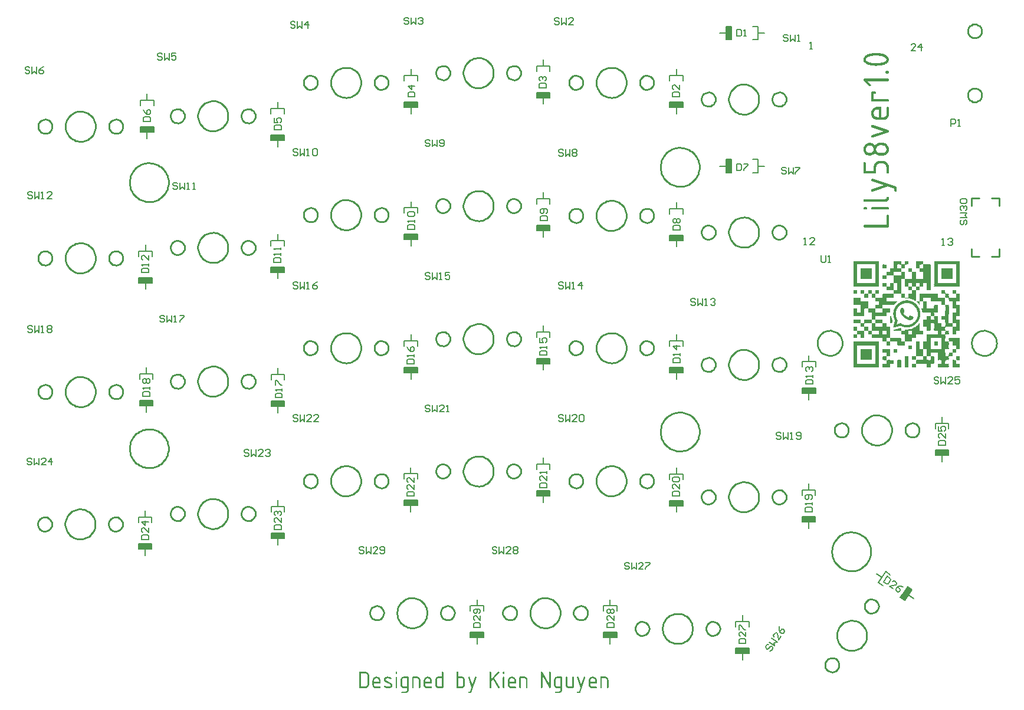
<source format=gto>
G04*
G04 #@! TF.GenerationSoftware,Altium Limited,Altium Designer,21.2.1 (34)*
G04*
G04 Layer_Color=65535*
%FSLAX25Y25*%
%MOIN*%
G70*
G04*
G04 #@! TF.SameCoordinates,D9DA92A3-D26D-4F9D-A7EC-0AB5783BD49A*
G04*
G04*
G04 #@! TF.FilePolarity,Positive*
G04*
G01*
G75*
%ADD10C,0.01000*%
%ADD11C,0.00500*%
%ADD12C,0.00787*%
%ADD13R,0.07520X0.02992*%
%ADD14R,0.07520X0.02992*%
G04:AMPARAMS|DCode=15|XSize=29.92mil|YSize=75.2mil|CornerRadius=0mil|HoleSize=0mil|Usage=FLASHONLY|Rotation=146.000|XOffset=0mil|YOffset=0mil|HoleType=Round|Shape=Rectangle|*
%AMROTATEDRECTD15*
4,1,4,0.03343,0.02281,-0.00862,-0.03954,-0.03343,-0.02281,0.00862,0.03954,0.03343,0.02281,0.0*
%
%ADD15ROTATEDRECTD15*%

%ADD16R,0.07520X0.02992*%
%ADD17R,0.07520X0.02992*%
%ADD18R,0.02992X0.07520*%
G36*
X590743Y302689D02*
X590817Y302632D01*
X590850Y302550D01*
X590833Y300809D01*
X590776Y300752D01*
X590645Y300719D01*
X588871Y300703D01*
X588863Y298938D01*
X588880Y298888D01*
X588855Y298732D01*
X588814Y298675D01*
X588773Y298634D01*
X588642Y298601D01*
X588478Y298618D01*
X587156Y298609D01*
X586762Y298626D01*
X586746Y298806D01*
X586762Y298856D01*
X586754Y299734D01*
X586762Y300103D01*
X586746Y300153D01*
X586762Y300317D01*
X586746Y300711D01*
X584767Y300719D01*
X584685Y300670D01*
X584660Y300645D01*
X584644Y300580D01*
X584660Y298741D01*
X584718Y298651D01*
X584800Y298618D01*
X586737Y298601D01*
X586762Y298527D01*
X586746Y296524D01*
X586721Y296500D01*
X582764Y296483D01*
X582674Y296393D01*
X582658Y296278D01*
X582674Y295769D01*
X582658Y295720D01*
X582674Y295244D01*
X582658Y295195D01*
X582674Y294735D01*
X582658Y294686D01*
X582666Y294497D01*
X582830Y294513D01*
X582879Y294530D01*
X582945Y294546D01*
X583060Y294530D01*
X583125Y294513D01*
X583733Y294530D01*
X586286Y294521D01*
X586475Y294530D01*
X586524Y294513D01*
X586639Y294530D01*
X586729Y294604D01*
X586762Y294686D01*
X586746Y294998D01*
X586762Y295047D01*
X586754Y295531D01*
X586762Y296048D01*
X586746Y296081D01*
X586762Y296130D01*
X586746Y296475D01*
X586770Y296500D01*
X587025Y296492D01*
X588617Y296508D01*
X588674Y296516D01*
X588724Y296500D01*
X588806Y296451D01*
X588847Y296410D01*
X588863Y296295D01*
X588847Y292453D01*
X588806Y292412D01*
X588239Y292404D01*
X588198Y292412D01*
X588149Y292395D01*
X587353Y292404D01*
X587181Y292395D01*
X587131Y292412D01*
X586852Y292395D01*
X586778Y292322D01*
X586762Y292207D01*
X586746Y284146D01*
X586704Y284105D01*
X586097Y284088D01*
X583199Y284080D01*
X582723Y284097D01*
X582674Y284113D01*
X582658Y284770D01*
X582666Y285139D01*
X582658Y285525D01*
X582674Y285574D01*
X582666Y285878D01*
X582674Y286067D01*
X582633Y286190D01*
X582567Y286206D01*
X578512Y286223D01*
X578455Y286264D01*
X578422Y286395D01*
X578438Y286510D01*
X578422Y288152D01*
X578397Y288176D01*
X578332Y288193D01*
X578118Y288176D01*
X577888Y288193D01*
X577839Y288176D01*
X577043Y288184D01*
X576772Y288176D01*
X576723Y288193D01*
X576427Y288176D01*
X576353Y288250D01*
X576321Y288382D01*
X576337Y288743D01*
X576321Y289055D01*
X576337Y289104D01*
X576329Y289375D01*
X576337Y289531D01*
X576321Y289580D01*
X576337Y289843D01*
X576321Y289908D01*
X576337Y290187D01*
X576411Y290278D01*
X576542Y290311D01*
X576756Y290294D01*
X577002Y290311D01*
X577051Y290294D01*
X577388Y290302D01*
X577691Y290294D01*
X577741Y290311D01*
X577806Y290294D01*
X578274Y290302D01*
X578356Y290286D01*
X578406Y290237D01*
X578438Y290105D01*
X578455Y288234D01*
X578562Y288193D01*
X578627Y288176D01*
X578923Y288193D01*
X578972Y288176D01*
X579456Y288184D01*
X579973Y288176D01*
X580023Y288193D01*
X580425Y288184D01*
X580482Y288226D01*
X580523Y288267D01*
X580556Y288382D01*
X580548Y288833D01*
X580556Y289055D01*
X580540Y289104D01*
X580556Y289564D01*
X580548Y289834D01*
X580556Y289974D01*
X580540Y290023D01*
X580556Y290171D01*
X580630Y290261D01*
X580712Y290294D01*
X582617Y290311D01*
X582641Y290335D01*
X582658Y290401D01*
X582674Y290861D01*
X582658Y293750D01*
X582674Y293799D01*
X582649Y294497D01*
X582485Y294513D01*
X582436Y294530D01*
X579538Y294521D01*
X579202Y294530D01*
X579153Y294513D01*
X578775Y294530D01*
X578726Y294513D01*
X578660Y294497D01*
X578553Y294521D01*
X578447Y294563D01*
X578438Y296377D01*
X578488Y296459D01*
X578594Y296500D01*
X580449Y296516D01*
X580482Y296549D01*
X580507Y296557D01*
X580523Y296590D01*
X580540Y296639D01*
X580556Y296853D01*
X580548Y298404D01*
X580564Y298486D01*
X580622Y298577D01*
X580712Y298618D01*
X581467D01*
X582461Y298609D01*
X582526Y298626D01*
X582617Y298683D01*
X582641Y298708D01*
X582674Y298839D01*
X582658Y299184D01*
X582674Y299233D01*
X582658Y299545D01*
X582666Y302394D01*
X582658Y302533D01*
X582674Y302582D01*
X582690Y302615D01*
X582731Y302673D01*
X582846Y302706D01*
X586655Y302689D01*
X586729Y302632D01*
X586762Y302517D01*
X586754Y301310D01*
X586770Y300735D01*
X586885Y300719D01*
X588855Y300735D01*
X588871Y302558D01*
X588896Y302615D01*
X588954Y302673D01*
X589036Y302706D01*
X590743Y302689D01*
D02*
G37*
G36*
X576641Y300719D02*
X576674D01*
X578348Y300703D01*
X578406Y300662D01*
X578438Y300580D01*
X578422Y298708D01*
X578348Y298634D01*
X578282Y298618D01*
X576427Y298634D01*
X576337Y298708D01*
X576321Y298774D01*
X576329Y299619D01*
X576321Y299824D01*
X576337Y299873D01*
X576321Y299989D01*
X576337Y300612D01*
X576395Y300703D01*
X576526Y300735D01*
X576641Y300719D01*
D02*
G37*
G36*
X599067Y302689D02*
X599157Y302599D01*
X599173Y302484D01*
X599157Y302172D01*
X599173Y302123D01*
X599182Y300735D01*
X599641Y300719D01*
X603228Y300727D01*
X603294Y300711D01*
X603351Y300670D01*
X603393Y300563D01*
X603384Y286699D01*
X603393Y286543D01*
X603376Y286494D01*
X603393Y286444D01*
X603376Y286280D01*
X603351Y286256D01*
X603319Y286239D01*
X603236Y286206D01*
X601381Y286223D01*
X601291Y286297D01*
X601275Y286362D01*
X601283Y286535D01*
X601275Y290023D01*
X601291Y290072D01*
X601266Y290179D01*
X601217Y290261D01*
X601135Y290294D01*
X599370Y290302D01*
X599288Y290286D01*
X599231Y290245D01*
X599206Y290220D01*
X599173Y290138D01*
X599157Y288283D01*
X599099Y288209D01*
X598984Y288176D01*
X598763Y288184D01*
X597211Y288176D01*
X597187Y288250D01*
X597179Y288488D01*
X597187Y289104D01*
X597170Y289153D01*
X597187Y289367D01*
X597170Y290204D01*
X597113Y290278D01*
X597047Y290294D01*
X596382Y290302D01*
X595947Y290294D01*
X595898Y290311D01*
X595685Y290294D01*
X595282Y290302D01*
X595184Y290286D01*
X595102Y290220D01*
X595085Y290105D01*
X595069Y289941D01*
X595085Y289679D01*
X595077Y289243D01*
X595085Y289038D01*
X595069Y288989D01*
X595085Y288923D01*
X595069Y288562D01*
X595085Y288513D01*
X595069Y288349D01*
X595085Y288299D01*
X595102Y288217D01*
X595143Y288176D01*
X595635Y288193D01*
X595685Y288176D01*
X596645Y288184D01*
X596801Y288176D01*
X596850Y288193D01*
X597047Y288176D01*
X597096Y288160D01*
X597162Y288143D01*
X597179Y288078D01*
X597187Y286543D01*
X597170Y286494D01*
X597187Y286379D01*
X597170Y286297D01*
X597113Y286239D01*
X596982Y286206D01*
X595094Y286190D01*
X595077Y286091D01*
X595069Y285788D01*
X595085Y285738D01*
X595069Y285180D01*
X595077Y280395D01*
X595069Y280156D01*
X595085Y280124D01*
X595061Y280066D01*
X594929Y280083D01*
X594773Y280189D01*
X594749Y280214D01*
X594535Y280329D01*
X594503Y280362D01*
X594289Y280477D01*
X594174Y280542D01*
X593468Y280887D01*
X593386Y280920D01*
X593238Y280986D01*
X593156Y281018D01*
X593050Y281043D01*
X592918Y281092D01*
X592779Y281150D01*
X592615Y281199D01*
X592385Y281265D01*
X592303Y281297D01*
X592171Y281330D01*
X592015Y281355D01*
X591950Y281371D01*
X591810Y281413D01*
X591695Y281445D01*
X591465Y281478D01*
X591277Y281503D01*
X591113Y281519D01*
X591030Y281536D01*
X590965Y281552D01*
X590751Y281568D01*
X590587Y281585D01*
X590292Y281601D01*
X589742Y281610D01*
X589692Y281593D01*
X588962Y281585D01*
X588904Y281626D01*
X588880Y281650D01*
X588863Y281716D01*
X588880Y281946D01*
X588954Y281971D01*
X590727Y281987D01*
X590817Y282045D01*
X590850Y282159D01*
X590866Y283982D01*
X590940Y284072D01*
X591006Y284088D01*
X592844Y284105D01*
X592935Y284179D01*
X592968Y284310D01*
X592951Y284573D01*
X592959Y285714D01*
X592951Y286017D01*
X592968Y286067D01*
X592984Y286198D01*
X595036Y286214D01*
X595085Y286247D01*
X595069Y286609D01*
X595085Y286658D01*
X595069Y286920D01*
X595085Y287232D01*
X595069Y287282D01*
X595053Y288135D01*
X594962Y288176D01*
X593214Y288184D01*
X592992Y288160D01*
X592968Y288152D01*
X592951Y287790D01*
X592959Y286387D01*
X592943Y286239D01*
X592894Y286223D01*
X592779Y286206D01*
X590940Y286223D01*
X590866Y286297D01*
X590833Y286411D01*
X590866Y286691D01*
X590850Y286806D01*
X590833Y288135D01*
X590760Y288160D01*
X590645Y288176D01*
X590579Y288193D01*
X590152Y288176D01*
X590103Y288193D01*
X589709Y288176D01*
X589660Y288193D01*
X589495Y288176D01*
X589208Y288184D01*
X589003Y288176D01*
X588913Y288234D01*
X588896Y288267D01*
X588863Y288349D01*
X588871Y289178D01*
X588863Y292272D01*
X588880Y292322D01*
X588896Y292354D01*
X588937Y292395D01*
X589101Y292412D01*
X589389Y292404D01*
X589742Y292412D01*
X589791Y292395D01*
X592672Y292404D01*
X592779Y292395D01*
X592828Y292412D01*
X592910Y292461D01*
X592935Y292486D01*
X592968Y292617D01*
X592951Y292831D01*
X592959Y295860D01*
X592943Y296483D01*
X592894Y296500D01*
X590956Y296516D01*
X590924Y296549D01*
X590899Y296557D01*
X590883Y296590D01*
X590833Y296705D01*
X590850Y296869D01*
X590866Y298511D01*
X590924Y298585D01*
X591039Y298618D01*
X592861Y298601D01*
X592935Y298527D01*
X592968Y298396D01*
X592951Y297690D01*
X592968Y296524D01*
X593033Y296508D01*
X594938Y296492D01*
X594995Y296467D01*
X595036Y296426D01*
Y296410D01*
X595069Y296327D01*
X595085Y296262D01*
X595069Y295983D01*
X595085Y295933D01*
X595069Y294981D01*
X595077Y292839D01*
X595069Y292568D01*
X595085Y292519D01*
X595102Y292486D01*
X595126Y292445D01*
X595159Y292428D01*
X595209Y292412D01*
X595324Y292395D01*
X595430Y292404D01*
X595504Y292395D01*
X595553Y292412D01*
X595841Y292404D01*
X596128Y292412D01*
X596177Y292395D01*
X598845Y292404D01*
X598952Y292395D01*
X599001Y292412D01*
X599067Y292428D01*
X599140Y292502D01*
X599157Y292568D01*
X599173Y292683D01*
X599157Y292748D01*
X599173Y293799D01*
X599165Y295942D01*
X599173Y296344D01*
X599108Y296459D01*
X599001Y296500D01*
X597294Y296516D01*
X597220Y296574D01*
X597187Y296656D01*
X597170Y296721D01*
X597187Y296984D01*
X597203Y298560D01*
X597244Y298601D01*
X597458Y298618D01*
X598730Y298609D01*
X599025Y298626D01*
X599083Y298651D01*
X599140Y298692D01*
X599173Y298774D01*
X599165Y299225D01*
X599173Y300629D01*
X599157Y300678D01*
X599149Y300719D01*
X597261Y300703D01*
X597203Y300645D01*
X597187Y300530D01*
X597179Y300325D01*
X597187Y298954D01*
X597170Y298921D01*
X597187Y298872D01*
X597170Y298642D01*
X597080Y298618D01*
X595176Y298634D01*
X595085Y298708D01*
X595069Y298774D01*
X595085Y302582D01*
X595159Y302673D01*
X595241Y302706D01*
X599067Y302689D01*
D02*
G37*
G36*
X578422Y294505D02*
X578438Y294292D01*
X578422Y292502D01*
X578365Y292428D01*
X578233Y292395D01*
X577880Y292404D01*
X577609Y292395D01*
X577560Y292412D01*
X577396Y292395D01*
X577002Y292412D01*
X576953Y292395D01*
X576559Y292412D01*
X576509Y292395D01*
X576444Y292412D01*
X576362Y292461D01*
X576321Y292568D01*
X576329Y293364D01*
X576321Y293602D01*
X576337Y293651D01*
X576321Y294127D01*
X576337Y294177D01*
X576321Y294226D01*
X576337Y294407D01*
X576345Y294415D01*
X576353Y294423D01*
X576395Y294480D01*
X576477Y294513D01*
X576542Y294530D01*
X577002Y294513D01*
X577051Y294530D01*
X577486Y294521D01*
X577576Y294530D01*
X577626Y294513D01*
X578053Y294530D01*
X578102Y294513D01*
X578397Y294530D01*
X578422Y294505D01*
D02*
G37*
G36*
X574244Y302689D02*
X574301Y302648D01*
X574334Y302566D01*
X574351Y302500D01*
X574334Y302090D01*
X574351Y302041D01*
X574334Y301827D01*
X574342Y289227D01*
X574334Y289170D01*
X574351Y289120D01*
X574334Y288693D01*
X574351Y288644D01*
X574334Y288299D01*
X574285Y288217D01*
X574260Y288193D01*
X574195Y288176D01*
X573932Y288193D01*
X573866Y288176D01*
X573382Y288184D01*
X565559Y288176D01*
X565543D01*
X560577Y288184D01*
X560256Y288176D01*
X560207Y288193D01*
X559912Y288176D01*
X559871Y288201D01*
X559854Y288234D01*
X559821Y288316D01*
X559805Y288480D01*
X559821Y288529D01*
X559813Y289063D01*
X559821Y302402D01*
X559805Y302451D01*
X559830Y302591D01*
X559887Y302681D01*
X559961Y302706D01*
X574244Y302689D01*
D02*
G37*
G36*
X619801D02*
X619875Y302615D01*
X619908Y302484D01*
X619892Y302435D01*
X619900Y302082D01*
X619892Y288480D01*
X619908Y288431D01*
X619892Y288283D01*
X619818Y288193D01*
X619736Y288160D01*
X619539Y288193D01*
X619227Y288176D01*
X619178Y288193D01*
X618816Y288176D01*
X606052Y288184D01*
X605502Y288176D01*
X605412Y288234D01*
X605395Y288267D01*
X605363Y288349D01*
X605379Y288808D01*
X605371Y289014D01*
X605379Y289235D01*
X605363Y289284D01*
X605379Y289793D01*
Y300235D01*
Y300251D01*
X605371Y302197D01*
X605379Y302385D01*
X605363Y302435D01*
X605387Y302591D01*
X605428Y302648D01*
X605469Y302689D01*
X605535Y302706D01*
X619801Y302689D01*
D02*
G37*
G36*
X617848Y286190D02*
X617905Y286132D01*
X617922Y286017D01*
Y285410D01*
Y285394D01*
X617905Y284113D01*
X617758Y284097D01*
X615927Y284088D01*
X615837Y284162D01*
X615804Y284244D01*
X615820Y286132D01*
X615878Y286190D01*
X615943Y286206D01*
X617708Y286214D01*
X617848Y286190D01*
D02*
G37*
G36*
X574260D02*
X574318Y286132D01*
X574334Y286067D01*
Y286050D01*
X574351Y286001D01*
X574342Y285763D01*
X574351Y285558D01*
X574334Y285508D01*
X574342Y284269D01*
X574326Y284203D01*
X574301Y284146D01*
X574260Y284105D01*
X574195Y284088D01*
X573915Y284105D01*
X573866Y284088D01*
X573448Y284097D01*
X572569Y284088D01*
X572520Y284105D01*
X572471Y284088D01*
X572274Y284072D01*
X572233Y284031D01*
X572216Y283916D01*
X572233Y283867D01*
X572241Y283300D01*
X572233Y282274D01*
X572249Y282225D01*
X572225Y282069D01*
X572192Y282003D01*
X572126Y281987D01*
X571962Y281971D01*
X570493Y281979D01*
X570287Y281971D01*
X570238Y281987D01*
X570156Y282020D01*
X570131Y282045D01*
X570115Y282110D01*
X570107Y283793D01*
X570115Y284064D01*
X570090Y284088D01*
X569836Y284097D01*
X568317Y284088D01*
X568268Y284105D01*
X568153Y284121D01*
X568137Y285960D01*
X568128Y286001D01*
X568145Y286050D01*
X568161Y286116D01*
X568219Y286190D01*
X568284Y286206D01*
X570041Y286190D01*
X570066Y286165D01*
X570082Y286132D01*
X570098Y286083D01*
X570115Y286017D01*
X570131Y284113D01*
X570197Y284097D01*
X572110Y284088D01*
X572159Y284105D01*
X572192Y284121D01*
X572216Y284146D01*
X572233Y284212D01*
X572249Y284359D01*
X572233Y284409D01*
X572249Y286116D01*
X572307Y286190D01*
X572372Y286206D01*
X574260Y286190D01*
D02*
G37*
G36*
X568120Y284088D02*
X568145Y284015D01*
X568137Y283793D01*
X568145Y283539D01*
X568128Y283489D01*
X568145Y283325D01*
X568128Y282077D01*
X568087Y282020D01*
X568005Y281987D01*
X567792Y281971D01*
X567414Y281987D01*
X567365Y281971D01*
X566101Y281987D01*
X566044Y282028D01*
X566011Y282110D01*
X566019Y282627D01*
X566011Y282898D01*
X566027Y282947D01*
X566019Y283399D01*
X566027Y283539D01*
X566011Y283588D01*
X566027Y283850D01*
Y283867D01*
X566044Y284064D01*
X566068Y284088D01*
X566331Y284105D01*
X566594Y284088D01*
X566831Y284097D01*
X567775Y284088D01*
X567825Y284105D01*
X568120Y284088D01*
D02*
G37*
G36*
X565937Y286190D02*
X565994Y286132D01*
X566027Y286017D01*
X566011Y284803D01*
Y284786D01*
X566027Y284425D01*
X566011Y284130D01*
X565986Y284105D01*
X565723Y284088D01*
X564188Y284097D01*
X564000Y284088D01*
X563942Y284146D01*
X563909Y284261D01*
X563926Y286116D01*
X563983Y286190D01*
X564049Y286206D01*
X565937Y286190D01*
D02*
G37*
G36*
X561726Y286182D02*
X561775Y286132D01*
X561791Y286067D01*
X561800Y284876D01*
X561791Y284392D01*
X561808Y284343D01*
X561791Y284195D01*
X561734Y284121D01*
X561619Y284088D01*
X560708Y284097D01*
X560109Y284088D01*
X560076Y284105D01*
X560027Y284088D01*
X559895Y284105D01*
X559838Y284162D01*
X559805Y284294D01*
X559821Y284507D01*
Y285312D01*
Y285328D01*
X559838Y286116D01*
X559895Y286190D01*
X559961Y286206D01*
X561644Y286214D01*
X561726Y286182D01*
D02*
G37*
G36*
X588716Y284080D02*
X588798Y284047D01*
X588806Y284039D01*
X588814Y284031D01*
X588847Y283998D01*
X588880Y283867D01*
X588863Y283752D01*
X588871Y283432D01*
X588855Y282611D01*
X588847Y282586D01*
X588863Y282537D01*
X588880Y282324D01*
X588863Y282209D01*
X588855Y281971D01*
X588502Y281979D01*
X587082Y281971D01*
X587033Y281987D01*
X586967Y281971D01*
X586836Y281987D01*
X586778Y282045D01*
X586746Y282176D01*
X586762Y282488D01*
X586754Y284039D01*
X586787Y284088D01*
X587025Y284097D01*
X588716Y284080D01*
D02*
G37*
G36*
X576706Y284088D02*
X582493Y284097D01*
X582641Y284080D01*
X582674Y283998D01*
X582666Y283760D01*
X582674Y283571D01*
X582658Y283522D01*
X582674Y283112D01*
X582658Y283062D01*
X582674Y282997D01*
X582666Y282545D01*
X582674Y282143D01*
X582658Y282094D01*
X582608Y282012D01*
X582535Y281987D01*
X581927Y281971D01*
X579366Y281987D01*
X579350D01*
X579284Y281971D01*
X578734Y281979D01*
X578520Y281962D01*
X578463Y281921D01*
X578438Y281897D01*
X578455Y280075D01*
X578512Y280017D01*
X578578Y280001D01*
X578783Y279992D01*
X579399Y280001D01*
X579448Y279984D01*
X579497Y280001D01*
X583741Y279992D01*
X584045Y280001D01*
X584094Y279984D01*
X584406Y280001D01*
X584537Y279984D01*
X584611Y279927D01*
X584595Y279812D01*
X584537Y279738D01*
X584505Y279721D01*
X584357Y279607D01*
X584242Y279492D01*
X584209Y279475D01*
X584176Y279442D01*
X584143Y279426D01*
X584012Y279295D01*
X583979Y279278D01*
X583881Y279180D01*
X583848Y279163D01*
X583758Y279073D01*
X583741Y279040D01*
X583331Y278630D01*
X583314Y278597D01*
X583282Y278564D01*
X583265Y278531D01*
X583134Y278400D01*
X583117Y278367D01*
X583043Y278277D01*
X583002Y278219D01*
X582953Y278170D01*
X582937Y278137D01*
X582781Y277932D01*
X582633Y277866D01*
X582223Y277883D01*
X576411Y277866D01*
X576353Y277809D01*
X576337Y277743D01*
X576321Y277234D01*
X576337Y276972D01*
X576321Y276463D01*
X576337Y276413D01*
X576321Y276249D01*
X576329Y276028D01*
X576321Y275822D01*
X576362Y275781D01*
X580417Y275765D01*
X580507Y275708D01*
X580523Y275675D01*
X580556Y275593D01*
X580540Y273754D01*
X580507Y273721D01*
X580499Y273696D01*
X580417Y273664D01*
X580351Y273647D01*
X578496Y273631D01*
X578438Y273573D01*
X578422Y273458D01*
X578438Y273393D01*
X578422Y271767D01*
X578389Y271734D01*
X578381Y271710D01*
X578299Y271677D01*
X578086Y271693D01*
X578036Y271677D01*
X572348Y271685D01*
X572266Y271620D01*
X572216Y271505D01*
X572241Y271349D01*
X572249Y271258D01*
X572233Y271209D01*
X572241Y270396D01*
X572233Y270126D01*
X572249Y270076D01*
X572233Y269962D01*
X572216Y269600D01*
X572192Y269576D01*
X572126Y269559D01*
X570131Y269551D01*
X570115Y269485D01*
X570098Y267466D01*
X566290Y267450D01*
X566216Y267442D01*
X566167Y267458D01*
X566052Y267442D01*
X566027Y267351D01*
X566011Y267187D01*
X566027Y267121D01*
X566019Y266489D01*
X566027Y266136D01*
X566011Y266087D01*
X566019Y265619D01*
X565994Y265480D01*
X565929Y265463D01*
X565773Y265455D01*
X565723Y265471D01*
X564008Y265463D01*
X563942Y265512D01*
X563909Y265644D01*
X563926Y267433D01*
X564016Y267458D01*
X566035Y267474D01*
X566044Y267581D01*
X566027Y267630D01*
X566011Y267794D01*
X566027Y267860D01*
X566011Y268270D01*
X566027Y269469D01*
X566101Y269543D01*
X566216Y269559D01*
X570107Y269576D01*
X570115Y273081D01*
X570098Y273130D01*
X570107Y273286D01*
X570098Y273311D01*
X570115Y273360D01*
X570098Y273590D01*
X570074Y273614D01*
X569992Y273647D01*
X568235Y273664D01*
X568178Y273705D01*
X568145Y273787D01*
X568128Y273852D01*
X568145Y274214D01*
X568128Y275740D01*
X568055Y275765D01*
X567447Y275781D01*
X566815Y275773D01*
X566478Y275781D01*
X566429Y275765D01*
X566101Y275748D01*
X566044Y275691D01*
X566011Y275576D01*
X566019Y275338D01*
X566011Y271981D01*
X566027Y271932D01*
X566011Y271784D01*
X565953Y271710D01*
X565838Y271677D01*
X559928Y271693D01*
X559838Y271751D01*
X559805Y271866D01*
X559821Y272079D01*
X559813Y275601D01*
X559830Y275666D01*
X559887Y275757D01*
X559977Y275781D01*
X560043Y275765D01*
X560355Y275781D01*
X560839Y275773D01*
X561241Y275781D01*
X561291Y275765D01*
X561603Y275781D01*
X561652Y275765D01*
X561734Y275732D01*
X561791Y275675D01*
X561808Y275560D01*
X561791Y275248D01*
X561808Y273721D01*
X561849Y273680D01*
X561931Y273647D01*
X563597Y273655D01*
X563753Y273647D01*
X563802Y273664D01*
X563876Y273705D01*
X563909Y273787D01*
X563893Y277809D01*
X563835Y277866D01*
X563721Y277883D01*
X560215Y277891D01*
X560035Y277875D01*
X559994Y277866D01*
X559944Y277883D01*
X559862Y277932D01*
X559838Y277957D01*
X559821Y278022D01*
X559838Y281897D01*
X559879Y281954D01*
X559961Y281987D01*
X560322Y281971D01*
X560371Y281987D01*
X560634Y281971D01*
X563852Y281954D01*
X563893Y281913D01*
X563909Y281848D01*
X563926Y280091D01*
X564000Y280017D01*
X564065Y280001D01*
X567636Y279992D01*
X567989Y280001D01*
X568104Y279935D01*
X568128Y279910D01*
X568145Y279845D01*
X568137Y279639D01*
X568145Y275987D01*
X568128Y275937D01*
X568145Y275790D01*
X568219Y275765D01*
X568481Y275781D01*
X572192Y275765D01*
X572216Y275740D01*
X572233Y275675D01*
X572241Y274189D01*
X572233Y273770D01*
X572282Y273688D01*
X572307Y273664D01*
X572372Y273647D01*
X576230Y273664D01*
X576304Y273721D01*
X576321Y273787D01*
X576304Y275740D01*
X576280Y275765D01*
X576017Y275781D01*
X572971Y275773D01*
X572684Y275781D01*
X572635Y275765D01*
X572274Y275781D01*
X572233Y275822D01*
X572249Y277825D01*
X572274Y277850D01*
X572356Y277883D01*
X574244Y277899D01*
X574334Y277973D01*
X574351Y278088D01*
X574334Y278137D01*
X574342Y279393D01*
X574334Y279697D01*
X574351Y279746D01*
X574334Y279894D01*
X574293Y279951D01*
X574260Y279968D01*
X574178Y280001D01*
X573604Y279984D01*
X573554Y280001D01*
X573160Y279984D01*
X573111Y280001D01*
X572627Y279992D01*
X572487Y280001D01*
X572438Y279984D01*
X572323Y280001D01*
X572249Y280075D01*
X572233Y280140D01*
X572225Y280198D01*
X572241Y281921D01*
X572274Y281971D01*
X572339Y281987D01*
X572733Y281971D01*
X572783Y281987D01*
X573193Y281971D01*
X576214Y281987D01*
X576296Y282036D01*
X576321Y282061D01*
X576337Y282176D01*
X576321Y282537D01*
X576329Y282939D01*
X576321Y283046D01*
X576337Y283095D01*
X576321Y283424D01*
X576337Y283473D01*
X576321Y283637D01*
X576337Y283982D01*
X576370Y284015D01*
X576386Y284047D01*
X576477Y284088D01*
X576591Y284105D01*
X576706Y284088D01*
D02*
G37*
G36*
X597138Y279976D02*
X597170Y279943D01*
X597187Y279877D01*
X597170Y278072D01*
X597129Y278030D01*
X597064Y278047D01*
X596973Y278137D01*
X596957Y278170D01*
X596891Y278236D01*
X596875Y278269D01*
X596859Y278285D01*
X596850Y278293D01*
X596809Y278351D01*
X596776Y278383D01*
X596760Y278416D01*
X596711Y278466D01*
X596694Y278498D01*
X596464Y278728D01*
X596448Y278761D01*
X596415Y278794D01*
X596399Y278827D01*
X596292Y278934D01*
X596259Y278950D01*
X596218Y279007D01*
X596185Y279040D01*
X596169Y279073D01*
X596144Y279098D01*
X596111Y279114D01*
X596046Y279180D01*
X596013Y279196D01*
X595816Y279393D01*
X595783Y279410D01*
X595701Y279492D01*
X595668Y279508D01*
X595537Y279639D01*
X595504Y279656D01*
X595438Y279721D01*
X595406Y279738D01*
X595258Y279820D01*
X595217Y279861D01*
X595233Y279960D01*
X595340Y280001D01*
X596268Y279992D01*
X596702Y280001D01*
X596752Y279984D01*
X596965Y280001D01*
X597138Y279976D01*
D02*
G37*
G36*
X611601Y286198D02*
X611658Y286157D01*
X611683Y286132D01*
X611700Y286067D01*
X611716Y285870D01*
X611700Y285821D01*
X611716Y284130D01*
X611741Y284105D01*
X612693Y284088D01*
X613161Y284097D01*
X613588Y284080D01*
X613670Y284031D01*
X613702Y283949D01*
X613694Y283694D01*
X613702Y283276D01*
X613686Y283226D01*
X613702Y282964D01*
X613719Y281995D01*
X613817Y281979D01*
X614072Y281971D01*
X614121Y281987D01*
X614630Y281971D01*
X614679Y281987D01*
X615188Y281971D01*
X617815Y281987D01*
X617905Y282045D01*
X617938Y282159D01*
X617922Y282373D01*
X617930Y282923D01*
X617922Y284015D01*
X617946Y284088D01*
X619711Y284097D01*
X619777Y284080D01*
X619867Y284023D01*
X619908Y283932D01*
X619892Y283670D01*
X619900Y283087D01*
X619892Y280534D01*
X619908Y280501D01*
X619892Y280452D01*
X619900Y280132D01*
X619875Y280075D01*
X619834Y280017D01*
X619752Y279984D01*
X619489Y280001D01*
X618792Y279992D01*
X618061Y280001D01*
X617954Y279927D01*
X617922Y279845D01*
X617938Y277973D01*
X617979Y277916D01*
X618061Y277883D01*
X619818Y277866D01*
X619875Y277825D01*
X619892Y277760D01*
X619900Y277456D01*
X619892Y277070D01*
X619908Y277021D01*
X619892Y276857D01*
X619900Y271808D01*
X619875Y271751D01*
X619834Y271710D01*
X619728Y271685D01*
X619407Y271677D01*
X619358Y271693D01*
X619243Y271677D01*
X618792Y271685D01*
X618570Y271677D01*
X618521Y271693D01*
X618357Y271677D01*
X618037Y271685D01*
X617979Y271644D01*
X617954Y271620D01*
X617922Y271505D01*
X617930Y270659D01*
X617922Y269715D01*
X617938Y269666D01*
X617954Y269633D01*
X617979Y269592D01*
X618061Y269559D01*
X619818Y269543D01*
X619851Y269510D01*
X619883Y269494D01*
X619908Y269420D01*
X619892Y269157D01*
X619900Y263846D01*
X619892Y263592D01*
X619908Y263542D01*
X619892Y263444D01*
X619834Y263386D01*
X619719Y263354D01*
X619457Y263370D01*
X619243Y263354D01*
X618578Y263362D01*
X618422Y263354D01*
X618373Y263370D01*
X618258Y263354D01*
X618012Y263337D01*
X617954Y263280D01*
X617922Y263198D01*
X617930Y261498D01*
X617913Y261367D01*
X617889Y261310D01*
X617831Y261252D01*
X617766Y261236D01*
X615894Y261252D01*
X615837Y261310D01*
X615804Y261441D01*
X615796Y265455D01*
X615410Y265463D01*
X615155Y265455D01*
X615106Y265471D01*
X612143Y265463D01*
X611954Y265471D01*
X611905Y265455D01*
X611708Y265439D01*
X611700Y264002D01*
X611716Y263953D01*
X611700Y263542D01*
X611716Y263493D01*
X611732Y263362D01*
X612545Y263354D01*
X612594Y263370D01*
X612906Y263354D01*
X613021Y263370D01*
X613399Y263354D01*
X613448Y263370D01*
X613612Y263354D01*
X613670Y263313D01*
X613702Y263198D01*
X613694Y262910D01*
X613702Y261638D01*
X613686Y261605D01*
X613702Y261556D01*
X613686Y261326D01*
X613612Y261252D01*
X613497Y261236D01*
X612044Y261244D01*
X611856Y261236D01*
X611806Y261252D01*
X611741Y261269D01*
X611716Y261293D01*
X611700Y261704D01*
X611708Y263337D01*
X611658Y263354D01*
X609672Y263337D01*
X609631Y263296D01*
X609598Y263181D01*
X609615Y261343D01*
X609689Y261269D01*
X609820Y261236D01*
X611634Y261244D01*
X611691Y261219D01*
X611708Y261121D01*
X611716Y261096D01*
X611700Y261047D01*
X611708Y260694D01*
X611700Y257337D01*
X611716Y257288D01*
X611765Y257205D01*
X611790Y257181D01*
X611905Y257148D01*
X613694Y257132D01*
X613702Y256877D01*
X613686Y256828D01*
X613702Y256614D01*
X613694Y253881D01*
X613702Y253331D01*
X613686Y253282D01*
X613702Y253167D01*
X613686Y253019D01*
X613629Y252961D01*
X613514Y252912D01*
X613153Y252929D01*
X611823Y252912D01*
X611790Y252880D01*
X611757Y252863D01*
X611732Y252838D01*
X611700Y252724D01*
X611716Y248948D01*
X611790Y248857D01*
X611905Y248824D01*
X612069Y248841D01*
X612668Y248833D01*
X612972Y248841D01*
X613021Y248824D01*
X613087Y248841D01*
X613456Y248833D01*
X613670Y248849D01*
X613702Y248882D01*
X613694Y249218D01*
X613702Y250524D01*
X613686Y250573D01*
X613711Y250827D01*
X613743Y250909D01*
X613826Y250942D01*
X613875Y250959D01*
X613924Y250942D01*
X615787Y250950D01*
X615804Y251164D01*
X615796Y252699D01*
X615812Y252797D01*
X615853Y252855D01*
X615894Y252896D01*
X616009Y252929D01*
X616132Y252937D01*
X617905Y252921D01*
X617922Y252871D01*
X617905Y251032D01*
X617831Y250959D01*
X617716Y250942D01*
X615804Y250934D01*
X615787Y248931D01*
X615730Y248857D01*
X615615Y248824D01*
X615549Y248841D01*
X613727Y248824D01*
X613702Y248800D01*
X613694Y248430D01*
X613702Y247158D01*
X613686Y247109D01*
X613702Y247043D01*
X613686Y246830D01*
X613612Y246739D01*
X613497Y246707D01*
X613235Y246723D01*
X611806Y246707D01*
X611732Y246633D01*
X611708Y246526D01*
X611700Y244761D01*
X611757Y244654D01*
X611839Y244622D01*
X612052Y244605D01*
X612102Y244622D01*
X612217Y244605D01*
X612685Y244613D01*
X612923Y244605D01*
X612972Y244622D01*
X613284Y244605D01*
X613349Y244622D01*
X613596Y244605D01*
X613670Y244548D01*
X613702Y244433D01*
X613694Y244096D01*
X613702Y242808D01*
X613686Y242758D01*
X613670Y242693D01*
X613629Y242652D01*
X613563Y242635D01*
X613177Y242627D01*
X608441Y242635D01*
X608392Y242619D01*
X607932Y242635D01*
X607866Y242619D01*
X607669Y242635D01*
X607620Y242652D01*
X607538Y242668D01*
X607497Y242709D01*
X607480Y242775D01*
X607489Y244228D01*
X607480Y244482D01*
X607538Y244572D01*
X607620Y244605D01*
X607686Y244622D01*
X607907Y244613D01*
X607965Y244622D01*
X608014Y244605D01*
X608334Y244613D01*
X608539Y244605D01*
X608589Y244622D01*
X608892Y244613D01*
X609097Y244622D01*
X609147Y244605D01*
X609491Y244622D01*
X609582Y244679D01*
X609598Y244745D01*
X609582Y246633D01*
X609557Y246674D01*
X609524Y246690D01*
X609442Y246723D01*
X609171Y246715D01*
X608950Y246723D01*
X608900Y246707D01*
X608736Y246723D01*
X607677Y246715D01*
X607595Y246731D01*
X607505Y246789D01*
X607480Y246879D01*
X607464Y250835D01*
X607390Y250926D01*
X607341Y250942D01*
X607250Y250950D01*
X603524Y250934D01*
X603466Y250909D01*
X603425Y250868D01*
X603393Y250786D01*
X603376Y250622D01*
X603393Y250573D01*
X603376Y250343D01*
X603393Y250294D01*
X603376Y248849D01*
X602358Y248833D01*
X602268Y248824D01*
X602219Y248841D01*
X601316Y248824D01*
X601291Y248800D01*
X601275Y248636D01*
X601291Y246830D01*
X601365Y246739D01*
X601480Y246723D01*
X602867Y246715D01*
X603154Y246723D01*
X603204Y246707D01*
X603269Y246723D01*
X603302Y246739D01*
X603360Y246797D01*
X603393Y246928D01*
X603384Y247396D01*
X603393Y247782D01*
X603376Y247831D01*
X603393Y248192D01*
X603409Y248833D01*
X605223Y248841D01*
X605338Y248759D01*
X605363Y248685D01*
X605379Y248570D01*
X605371Y244999D01*
X605379Y244794D01*
X605363Y244745D01*
X605313Y244663D01*
X605289Y244638D01*
X605223Y244622D01*
X604813Y244605D01*
X604763Y244622D01*
X604501Y244605D01*
X603540Y244613D01*
X603458Y244581D01*
X603425Y244548D01*
X603393Y244466D01*
X603384Y244031D01*
X603393Y242791D01*
X603327Y242676D01*
X603302Y242652D01*
X603195Y242627D01*
X603023Y242619D01*
X602974Y242635D01*
X602588Y242627D01*
X602366Y242635D01*
X602317Y242619D01*
X602104Y242635D01*
X601439Y242627D01*
X601357Y242660D01*
X601307Y242709D01*
X601275Y242824D01*
Y244088D01*
Y244105D01*
X601283Y244392D01*
X601266Y244490D01*
X601209Y244581D01*
X601102Y244622D01*
X600955Y244605D01*
X600905Y244622D01*
X600840Y244605D01*
X599945Y244613D01*
X596079Y244605D01*
X596029Y244622D01*
X595471Y244605D01*
X595110Y244622D01*
X595069Y244630D01*
X595077Y244934D01*
X595069Y245090D01*
X595085Y245139D01*
X595069Y245697D01*
X595085Y246715D01*
X595578Y246731D01*
X595701Y246739D01*
X595750Y246723D01*
X599050Y246739D01*
X599140Y246813D01*
X599173Y246945D01*
X599165Y247659D01*
X599173Y248045D01*
X599157Y248094D01*
X599173Y248783D01*
X599214Y248824D01*
X599329Y248841D01*
X601193Y248833D01*
X601258Y248849D01*
X601275Y248898D01*
X601258Y252822D01*
X601184Y252896D01*
X601094Y252921D01*
X599485Y252937D01*
X599444Y252945D01*
X599395Y252929D01*
X599280Y252912D01*
X599214Y252896D01*
X599190Y252888D01*
X599173Y252822D01*
X599157Y248866D01*
X599132Y248841D01*
X599017Y248824D01*
X598804Y248841D01*
X595365Y248849D01*
X595167Y248816D01*
X595102Y248800D01*
X595085Y248734D01*
X595069Y248570D01*
X595085Y248110D01*
X595069Y247946D01*
X595085Y247306D01*
X595069Y247257D01*
X595053Y246748D01*
X595028Y246723D01*
X593058Y246739D01*
X592984Y246813D01*
X592951Y246928D01*
X592968Y247257D01*
X592951Y247306D01*
X592959Y248480D01*
X592951Y248669D01*
X593017Y248783D01*
X593042Y248808D01*
X593124Y248841D01*
X595061Y248857D01*
X595077Y257017D01*
X595135Y257107D01*
X595241Y257148D01*
X595422Y257132D01*
X595471Y257148D01*
X597096Y257132D01*
X597129Y257099D01*
X597162Y257082D01*
X597203Y256976D01*
X597187Y256910D01*
X597170Y256795D01*
X597187Y256680D01*
X597179Y253142D01*
X597195Y253077D01*
X597228Y252994D01*
X597277Y252945D01*
X597343Y252929D01*
X599140Y252921D01*
X599173Y252953D01*
X599165Y253323D01*
X599173Y256811D01*
X599157Y256861D01*
X599173Y257025D01*
X599247Y257115D01*
X599329Y257148D01*
X601168Y257164D01*
X601258Y257238D01*
X601291Y257320D01*
X601275Y257583D01*
X601291Y261162D01*
X601349Y261219D01*
X601464Y261236D01*
X601669Y261244D01*
X601989Y261236D01*
X602005Y261252D01*
X602055Y261236D01*
X607390Y261252D01*
X607431Y261293D01*
X607464Y261375D01*
X607480Y261441D01*
X607464Y263263D01*
X607407Y263337D01*
X607275Y263370D01*
X607062Y263354D01*
X605839Y263362D01*
X605518Y263354D01*
X605404Y263419D01*
X605363Y263526D01*
X605379Y265660D01*
X605371Y266900D01*
X605379Y267253D01*
X605363Y267302D01*
X605346Y267384D01*
X605289Y267442D01*
X605125Y267458D01*
X603516Y267442D01*
X603409Y267368D01*
X603376Y267253D01*
X603393Y267039D01*
X603376Y266875D01*
X603393Y266662D01*
X603384Y263961D01*
X603393Y263707D01*
X603376Y263657D01*
X603393Y263542D01*
X603376Y263444D01*
X603319Y263386D01*
X603204Y263354D01*
X602096Y263362D01*
X601808Y263354D01*
X601759Y263370D01*
X601447Y263354D01*
X601398Y263370D01*
X601365Y263386D01*
X601291Y263444D01*
X601275Y263510D01*
X601283Y265340D01*
X601258Y265398D01*
X601234Y265422D01*
X601119Y265455D01*
X600955Y265471D01*
X599731Y265463D01*
X599461Y265471D01*
X599411Y265455D01*
X599264Y265471D01*
X599206Y265512D01*
X599173Y265595D01*
X599165Y265849D01*
X599173Y269256D01*
X599157Y269305D01*
X599173Y269469D01*
X599231Y269526D01*
X599313Y269559D01*
X601184Y269576D01*
X601242Y269617D01*
X601258Y269650D01*
X601291Y269732D01*
X601275Y270044D01*
X601283Y270134D01*
X601275Y271275D01*
X601291Y271324D01*
X601275Y271439D01*
X601291Y271603D01*
X601332Y271661D01*
X601447Y271693D01*
X601513Y271677D01*
X602522Y271685D01*
X603171Y271677D01*
X603220Y271693D01*
X603368Y271677D01*
X603384Y271546D01*
X603393Y271456D01*
X603376Y271406D01*
X603393Y271357D01*
X603401Y271185D01*
X603384Y271020D01*
X603376Y271012D01*
X603393Y270963D01*
X603384Y270298D01*
X603393Y270126D01*
X603376Y270076D01*
X603393Y270027D01*
X603409Y269650D01*
X603466Y269592D01*
X603548Y269559D01*
X605305Y269576D01*
X605363Y269633D01*
X605371Y269953D01*
X605363Y270487D01*
X605379Y270536D01*
X605363Y270602D01*
X605379Y270947D01*
X605363Y270996D01*
X605379Y271390D01*
X605363Y271439D01*
X605371Y271693D01*
X604911Y271677D01*
X603434Y271693D01*
X603393Y271734D01*
X603384Y273253D01*
X603393Y273524D01*
X603335Y273614D01*
X603253Y273647D01*
X603138Y273664D01*
X603089Y273647D01*
X598837Y273664D01*
X598779Y273705D01*
X598746Y273787D01*
X598730Y273918D01*
X598697Y274000D01*
X598664Y274279D01*
X598648Y274328D01*
X598631Y274443D01*
X598607Y274599D01*
X598591Y274681D01*
X598566Y274772D01*
X598517Y274969D01*
X598492Y275092D01*
X598476Y275157D01*
X598434Y275297D01*
X598418Y275363D01*
X598361Y275519D01*
X598320Y275625D01*
X598344Y275716D01*
X598377Y275748D01*
X598492Y275781D01*
X598944Y275773D01*
X599083Y275798D01*
X599157Y275872D01*
X599173Y275937D01*
X599165Y276143D01*
X599173Y276594D01*
X599157Y276643D01*
X599173Y277152D01*
X599157Y279960D01*
X599083Y279984D01*
X598820Y280001D01*
X598746Y280009D01*
X598517Y279992D01*
X598361Y279984D01*
X598311Y280001D01*
X597417Y279992D01*
X597253Y280009D01*
X597195Y280050D01*
X597170Y280140D01*
X597187Y280403D01*
X597179Y283875D01*
X597195Y283957D01*
X597220Y284015D01*
X597277Y284072D01*
X597392Y284088D01*
X607390Y284072D01*
X607447Y284015D01*
X607480Y283883D01*
X607489Y282250D01*
X607480Y282077D01*
X607538Y282003D01*
X607669Y281971D01*
X607883Y281987D01*
X607932Y281971D01*
X608326Y281987D01*
X608375Y281971D01*
X608728Y281979D01*
X611494Y281971D01*
X611544Y281987D01*
X611700Y281979D01*
X611691Y277883D01*
X611601Y277875D01*
X609697Y277891D01*
X609639Y277932D01*
X609615Y277957D01*
X609598Y278072D01*
X609606Y279820D01*
X609590Y279886D01*
X609549Y279943D01*
X609459Y279984D01*
X609295Y280001D01*
X603672Y279992D01*
X603507Y280009D01*
X603417Y280066D01*
X603393Y280091D01*
X603376Y280206D01*
X603393Y280370D01*
X603376Y280567D01*
X603393Y280616D01*
X603376Y281897D01*
X603319Y281954D01*
X603122Y281987D01*
X602810Y281971D01*
X602588Y281979D01*
X599904Y281971D01*
X599855Y281987D01*
X599543Y281971D01*
X599378Y281987D01*
X599280Y281971D01*
X599190Y281897D01*
X599173Y281831D01*
X599165Y280263D01*
X599182Y280050D01*
X599198Y280001D01*
X599313Y279984D01*
X599526Y280001D01*
X601168Y279984D01*
X601258Y279910D01*
X601291Y279795D01*
X601275Y279385D01*
X601283Y276061D01*
X601266Y275978D01*
X601258Y275921D01*
X601307Y275839D01*
X601332Y275814D01*
X601447Y275781D01*
X605182Y275773D01*
X605248Y275790D01*
X605305Y275814D01*
X605363Y275872D01*
X605379Y275937D01*
X605363Y276167D01*
X605379Y276216D01*
X605363Y276512D01*
X605379Y276561D01*
X605363Y276906D01*
X605379Y276955D01*
X605363Y277267D01*
X605379Y277316D01*
X605371Y277768D01*
X605395Y277825D01*
X605436Y277866D01*
X605502Y277883D01*
X607407Y277866D01*
X607447Y277825D01*
X607480Y277710D01*
X607497Y277595D01*
X607480Y277530D01*
X607489Y277078D01*
X607480Y274016D01*
X607497Y273967D01*
X607472Y273779D01*
X607415Y273688D01*
X607390Y273664D01*
X607275Y273647D01*
X605560Y273655D01*
X605461Y273639D01*
X605379Y273573D01*
X605363Y273508D01*
X605379Y273196D01*
X605363Y272999D01*
X605379Y272949D01*
X605387Y271693D01*
X605798Y271677D01*
X605863Y271693D01*
X606224Y271677D01*
X607283Y271685D01*
X607382Y271669D01*
X607439Y271628D01*
X607464Y271603D01*
X607480Y271439D01*
X607489Y267737D01*
X607472Y267638D01*
X607464Y267581D01*
X607538Y267491D01*
X607620Y267458D01*
X609221Y267450D01*
X609459Y267458D01*
X609541Y267409D01*
X609582Y267368D01*
X609615Y267285D01*
X609598Y266924D01*
X609606Y266227D01*
X609598Y265595D01*
X609656Y265488D01*
X609771Y265455D01*
X609836Y265471D01*
X611289Y265463D01*
X611478Y265471D01*
X611527Y265455D01*
X611700Y265463D01*
X611708Y266506D01*
X611700Y269305D01*
X611716Y269354D01*
X611700Y269469D01*
X611642Y269526D01*
X611527Y269559D01*
X609689Y269576D01*
X609615Y269650D01*
X609598Y269715D01*
X609606Y270528D01*
X609598Y271537D01*
X609672Y271677D01*
X609738Y271693D01*
X610000Y271677D01*
X611306Y271685D01*
X611527Y271677D01*
X611576Y271693D01*
X611683Y271751D01*
X611716Y271866D01*
X611700Y272129D01*
X611708Y276881D01*
X611700Y277136D01*
X611716Y277185D01*
X611700Y277349D01*
X611708Y277702D01*
X611700Y277809D01*
X611724Y277866D01*
X611888Y277883D01*
X613538Y277891D01*
X613604Y277875D01*
X613686Y277825D01*
X613702Y277760D01*
X613686Y277415D01*
X613702Y277366D01*
X613694Y267638D01*
X613711Y267540D01*
X613752Y267482D01*
X613826Y267458D01*
X615779Y267474D01*
X615804Y267499D01*
X615796Y273532D01*
X615845Y273614D01*
X615927Y273647D01*
X616124Y273664D01*
X616173Y273647D01*
X617831Y273664D01*
X617864Y273696D01*
X617889Y273705D01*
X617922Y273787D01*
X617930Y275584D01*
X617913Y275683D01*
X617872Y275740D01*
X617766Y275781D01*
X615894Y275798D01*
X615804Y275872D01*
X615787Y275987D01*
X615804Y276036D01*
X615796Y279590D01*
X615804Y279845D01*
X615746Y279951D01*
X615714Y279968D01*
X615631Y280001D01*
X614770Y279992D01*
X614712Y280001D01*
X614663Y279984D01*
X614449Y280001D01*
X614047Y279992D01*
X613957Y280001D01*
X613908Y279984D01*
X613776Y280001D01*
X613735Y280042D01*
X613702Y280124D01*
X613686Y280321D01*
X613702Y280370D01*
X613686Y281962D01*
X613341Y281979D01*
X613087Y281971D01*
X613038Y281987D01*
X612726Y281971D01*
X611724Y281987D01*
X611700Y282012D01*
X611708Y282299D01*
X611700Y282619D01*
X611716Y282668D01*
X611700Y282833D01*
X611716Y283161D01*
X611700Y283210D01*
X611708Y284039D01*
X611675Y284088D01*
X609861Y284097D01*
X609738Y284088D01*
X609631Y284162D01*
X609598Y284244D01*
X609615Y286116D01*
X609689Y286206D01*
X609812Y286214D01*
X611601Y286198D01*
D02*
G37*
G36*
X581073Y271677D02*
X581106Y271661D01*
X581147Y271636D01*
X581164Y271603D01*
X581196Y271570D01*
X581221Y271480D01*
X581246Y271258D01*
X581295Y271061D01*
X581336Y270807D01*
X581361Y270733D01*
X581377Y270667D01*
X581402Y270561D01*
X581418Y270495D01*
X581459Y270356D01*
X581476Y270290D01*
X581607Y269912D01*
Y269896D01*
X581673Y269748D01*
X581697Y269641D01*
X581746Y269510D01*
X581837Y269338D01*
X581894Y269182D01*
X581968Y269009D01*
X581985Y268944D01*
X581968Y268747D01*
X581886Y268566D01*
X581870Y268451D01*
X581829Y268279D01*
X581787Y268189D01*
X581755Y268074D01*
X581738Y268008D01*
X581714Y267885D01*
X581697Y267819D01*
X581615Y267589D01*
X581558Y267499D01*
X581517Y267458D01*
X581451Y267442D01*
X581287Y267458D01*
X580647Y267474D01*
X580573Y267532D01*
X580540Y267647D01*
X580556Y267696D01*
X580548Y270758D01*
X580556Y270963D01*
X580540Y271012D01*
X580556Y271275D01*
X580540Y271488D01*
X580581Y271595D01*
X580622Y271653D01*
X580647Y271677D01*
X580761Y271693D01*
X580876Y271677D01*
X581024Y271693D01*
X581073Y271677D01*
D02*
G37*
G36*
X563835Y269543D02*
X563868Y269510D01*
X563893Y269502D01*
X563926Y269387D01*
X563909Y269223D01*
X563893Y267466D01*
X560018Y267450D01*
X559977Y267442D01*
X559928Y267458D01*
X559846Y267507D01*
X559805Y267614D01*
X559821Y267827D01*
Y269206D01*
Y269223D01*
X559805Y269436D01*
X559854Y269518D01*
X559879Y269543D01*
X559994Y269559D01*
X563835Y269543D01*
D02*
G37*
G36*
X576230D02*
X576321Y269469D01*
X576337Y269403D01*
X576321Y269174D01*
X576337Y269124D01*
X576329Y267950D01*
X576337Y267597D01*
X576321Y267548D01*
X576362Y267474D01*
X576477Y267458D01*
X578348Y267442D01*
X578406Y267400D01*
X578438Y267269D01*
X578455Y265562D01*
X578496Y265504D01*
X578578Y265471D01*
X578693Y265455D01*
X579005Y265471D01*
X580433Y265455D01*
X580548Y265373D01*
X580556Y260407D01*
Y260390D01*
X580573Y259143D01*
X586614Y259126D01*
X586696Y259093D01*
X586746Y259044D01*
X586762Y258880D01*
X586754Y257361D01*
X586770Y257263D01*
X586811Y257205D01*
X586836Y257181D01*
X586951Y257148D01*
X588855Y257164D01*
X588871Y260989D01*
X588880Y261080D01*
X588822Y261187D01*
X588789Y261203D01*
X588707Y261236D01*
X586852Y261252D01*
X586795Y261293D01*
X586762Y261408D01*
X586746Y261622D01*
X586762Y261671D01*
X586746Y263329D01*
X586672Y263354D01*
X585810Y263362D01*
X584931Y263354D01*
X584882Y263370D01*
X584718Y263354D01*
X584020Y263362D01*
X583470Y263354D01*
X583421Y263370D01*
X583372Y263354D01*
X582904Y263362D01*
X582797Y263354D01*
X582690Y263411D01*
X582658Y263526D01*
X582674Y263575D01*
X582666Y263780D01*
X582731Y263862D01*
X583060Y263961D01*
X583257Y264010D01*
X583446Y264051D01*
X583536Y264092D01*
X583667Y264125D01*
X583790Y264150D01*
X583987Y264199D01*
X584078Y264224D01*
X584193Y264257D01*
X584299Y264281D01*
X584431Y264314D01*
X584570Y264355D01*
X584636Y264371D01*
X584743Y264396D01*
X584825Y264412D01*
X584890Y264429D01*
X584981Y264454D01*
X585096Y264486D01*
X585293Y264536D01*
X585473Y264585D01*
X585637Y264634D01*
X585769Y264667D01*
X585925Y264692D01*
X586007Y264724D01*
X586114Y264766D01*
X586228Y264782D01*
X586376Y264766D01*
X586491Y264700D01*
X586704Y264585D01*
X586746Y264544D01*
X586762Y264380D01*
X586754Y263386D01*
X586787Y263354D01*
X587074Y263362D01*
X587328Y263354D01*
X587378Y263370D01*
X587542Y263354D01*
X588404Y263362D01*
X588674Y263354D01*
X588724Y263370D01*
X588789Y263386D01*
X588847Y263444D01*
X588880Y263575D01*
X588863Y263641D01*
X588855Y263862D01*
X588871Y263928D01*
X588913Y263986D01*
X589003Y264027D01*
X589487Y264002D01*
X589676Y263994D01*
X589725Y264010D01*
X590037Y263994D01*
X590349Y264010D01*
X590686Y264019D01*
X590792Y264010D01*
X590842Y264027D01*
X591030Y264051D01*
X591113Y264068D01*
X591211Y264084D01*
X591375Y264117D01*
X591597Y264142D01*
X591712Y264158D01*
X591900Y264199D01*
X592138Y264273D01*
X592204Y264289D01*
X592311Y264314D01*
X592442Y264347D01*
X592524Y264363D01*
X592787Y264462D01*
X593025Y264536D01*
X593132Y264577D01*
X593214Y264610D01*
X593353Y264667D01*
X593444Y264692D01*
X593682Y264815D01*
X594322Y265143D01*
X594437Y265225D01*
X594650Y265340D01*
X594782Y265422D01*
X594814Y265439D01*
X594971Y265545D01*
X594995Y265570D01*
X595110Y265636D01*
X595192Y265718D01*
X595225Y265734D01*
X595430Y265890D01*
X595488Y265931D01*
X595578Y266005D01*
X595652Y266079D01*
X595685Y266095D01*
X595816Y266227D01*
X595849Y266243D01*
X595964Y266358D01*
X595997Y266374D01*
X596087Y266448D01*
X596251Y266612D01*
X596268Y266645D01*
X596448Y266826D01*
X596464Y266859D01*
X596678Y267072D01*
X596694Y267105D01*
X596727Y267138D01*
X596743Y267171D01*
X596842Y267269D01*
X596859Y267302D01*
X596965Y267409D01*
X597031Y267425D01*
X597129Y267409D01*
X597187Y267351D01*
X597203Y267220D01*
X597187Y267171D01*
X597170Y267056D01*
X597187Y266842D01*
X597179Y265619D01*
X597187Y263657D01*
X597170Y263608D01*
X597187Y263477D01*
X597228Y263403D01*
X597261Y263386D01*
X597310Y263370D01*
X597425Y263354D01*
X597663Y263362D01*
X598820Y263354D01*
X598870Y263370D01*
X599067Y263354D01*
X599140Y263280D01*
X599173Y263148D01*
X599165Y261548D01*
X599173Y261392D01*
X599108Y261277D01*
X599017Y261236D01*
X595159Y261219D01*
X595085Y261145D01*
X595069Y261080D01*
X595077Y260825D01*
X595069Y260686D01*
X595085Y260637D01*
X595077Y260004D01*
X595085Y259816D01*
X595069Y259766D01*
X595085Y259372D01*
X595069Y259356D01*
X595085Y259340D01*
X595069Y259290D01*
X595053Y259208D01*
X594995Y259151D01*
X594880Y259134D01*
X593058Y259118D01*
X592984Y259061D01*
X592968Y258995D01*
X592951Y258880D01*
X592959Y258543D01*
X592951Y258338D01*
X592968Y258289D01*
X592959Y258067D01*
X592968Y257911D01*
X592951Y257862D01*
X592935Y257238D01*
X592861Y257164D01*
X592746Y257148D01*
X588863Y257140D01*
X588847Y255137D01*
X588773Y255047D01*
X588658Y255030D01*
X588395Y255047D01*
X584808Y255038D01*
X584726Y255071D01*
X584693Y255104D01*
X584677Y255137D01*
X584644Y255219D01*
X584628Y255334D01*
X584644Y255399D01*
X584636Y256852D01*
X584652Y256918D01*
X584660Y257008D01*
X584587Y257099D01*
X584472Y257148D01*
X583987Y257140D01*
X580663Y257148D01*
X580614Y257132D01*
X580581Y257115D01*
X580556Y257090D01*
X580540Y256926D01*
X580556Y256861D01*
X580540Y255153D01*
X580466Y255063D01*
X580351Y255030D01*
X579924Y255047D01*
X579875Y255030D01*
X579826Y255047D01*
X579111Y255038D01*
X578873Y255047D01*
X578824Y255030D01*
X578545Y255047D01*
X578471Y255088D01*
X578438Y255170D01*
X578430Y257066D01*
X578447Y257132D01*
X578660Y257148D01*
X580482Y257164D01*
X580540Y257222D01*
X580556Y257386D01*
X580548Y257854D01*
X580556Y259110D01*
X580532Y259134D01*
X578529Y259118D01*
X578471Y259077D01*
X578438Y258995D01*
X578422Y257156D01*
X578397Y257132D01*
X578135Y257148D01*
X576698Y257140D01*
X576624Y257148D01*
X576575Y257132D01*
X576460Y257148D01*
X576378Y257197D01*
X576337Y257288D01*
X576321Y257452D01*
X576329Y258002D01*
X576321Y258223D01*
X576337Y258273D01*
X576321Y258634D01*
X576337Y258699D01*
X576329Y258905D01*
X576337Y258946D01*
X576321Y258995D01*
X576304Y259061D01*
X576263Y259102D01*
X576148Y259134D01*
X570189Y259151D01*
X570131Y259208D01*
X570115Y259274D01*
X570098Y261211D01*
X570025Y261236D01*
X568252Y261252D01*
X568161Y261326D01*
X568128Y261408D01*
X568145Y261769D01*
X568128Y263296D01*
X568087Y263354D01*
X567521Y263362D01*
X567414Y263354D01*
X567365Y263370D01*
X567004Y263354D01*
X566602Y263362D01*
X566076Y263345D01*
X566044Y263313D01*
X566027Y263198D01*
X566011Y263132D01*
X566027Y262902D01*
X566011Y262853D01*
X566019Y260251D01*
X566011Y260078D01*
X566027Y260029D01*
X566011Y259586D01*
X566027Y259537D01*
X566002Y259233D01*
X565953Y259151D01*
X565887Y259134D01*
X565797Y259126D01*
X563991Y259143D01*
X563926Y259208D01*
X563909Y259372D01*
X563917Y261104D01*
X563885Y261187D01*
X563852Y261219D01*
X563786Y261236D01*
X561816Y261219D01*
X561791Y261195D01*
X561808Y260850D01*
X561791Y260801D01*
X561808Y260357D01*
X561791Y260308D01*
X561808Y260144D01*
X561791Y259931D01*
X561808Y259816D01*
X561791Y259651D01*
X561800Y259266D01*
X561767Y259184D01*
X561652Y259134D01*
X559879Y259151D01*
X559838Y259192D01*
X559821Y259258D01*
X559813Y261055D01*
X559830Y261137D01*
X559871Y261195D01*
X559912Y261236D01*
X560215Y261244D01*
X560470Y261236D01*
X560519Y261252D01*
X560634Y261236D01*
X561767Y261252D01*
X561791Y261343D01*
X561775Y263296D01*
X561750Y263337D01*
X561685Y263354D01*
X561135Y263362D01*
X559944Y263354D01*
X559862Y263403D01*
X559838Y263427D01*
X559821Y263493D01*
X559813Y264191D01*
X559821Y265233D01*
X559805Y265283D01*
X559830Y265389D01*
X559879Y265439D01*
X559944Y265455D01*
X560059Y265471D01*
X560659Y265463D01*
X561619Y265471D01*
X561668Y265455D01*
X561734Y265439D01*
X561791Y265381D01*
X561808Y265316D01*
X561800Y265127D01*
X561808Y264938D01*
X561791Y264889D01*
X561800Y264404D01*
X561791Y264215D01*
X561808Y264166D01*
X561800Y263715D01*
X561808Y263559D01*
X561791Y263510D01*
X561808Y263395D01*
X561833Y263370D01*
X562046Y263354D01*
X562202Y263362D01*
X565608Y263354D01*
X565658Y263370D01*
X565822Y263354D01*
X566019Y263370D01*
X566027Y263559D01*
X566011Y263608D01*
X566027Y263920D01*
X566011Y264675D01*
X566027Y264724D01*
X566011Y264987D01*
X566027Y265430D01*
X566101Y265455D01*
X566364Y265471D01*
X566676Y265455D01*
X566741Y265471D01*
X568038Y265455D01*
X568128Y265381D01*
X568145Y265316D01*
X568137Y263731D01*
X568145Y263559D01*
X568128Y263510D01*
X568145Y263378D01*
X568629Y263354D01*
X570074Y263370D01*
X570115Y263411D01*
X570123Y267442D01*
X570189Y267458D01*
X570476Y267450D01*
X572110Y267458D01*
X572208Y267425D01*
X572249Y267318D01*
X572233Y267121D01*
X572216Y267072D01*
X572249Y266875D01*
X572233Y266826D01*
X572241Y265816D01*
X572225Y265685D01*
X572216Y265660D01*
X572233Y265611D01*
X572266Y265529D01*
X572290Y265488D01*
X572372Y265455D01*
X572733Y265471D01*
X576157Y265463D01*
X576238Y265480D01*
X576304Y265529D01*
X576337Y265660D01*
X576321Y266021D01*
X576337Y266071D01*
X576321Y266415D01*
X576337Y266465D01*
X576329Y267146D01*
X576337Y267285D01*
X576321Y267335D01*
X576296Y267425D01*
X576247Y267442D01*
X576181Y267458D01*
X572257Y267474D01*
X572233Y267548D01*
X572241Y267737D01*
X572233Y269502D01*
X572274Y269559D01*
X576230Y269543D01*
D02*
G37*
G36*
X590702Y280386D02*
X590850Y280370D01*
X591047Y280337D01*
X591137Y280312D01*
X591621Y280239D01*
X591687Y280222D01*
X591769Y280206D01*
X592057Y280116D01*
X592196Y280091D01*
X592262Y280075D01*
X592451Y279984D01*
X592615Y279919D01*
X592680Y279902D01*
X592836Y279845D01*
X592976Y279787D01*
X593091Y279754D01*
X593197Y279713D01*
X593353Y279623D01*
X593435Y279590D01*
X593550Y279524D01*
X593583Y279492D01*
X593690Y279451D01*
X593780Y279393D01*
X593813Y279360D01*
X593846Y279344D01*
X594059Y279229D01*
X594158Y279163D01*
X594191Y279147D01*
X594306Y279065D01*
X594470Y278950D01*
X594503Y278934D01*
X594585Y278851D01*
X594618Y278835D01*
X594650Y278802D01*
X594765Y278736D01*
X594913Y278589D01*
X594946Y278572D01*
X595061Y278457D01*
X595094Y278441D01*
X595176Y278359D01*
X595209Y278343D01*
X595233Y278318D01*
X595250Y278285D01*
X595340Y278195D01*
X595373Y278178D01*
X595447Y278104D01*
X595463Y278072D01*
X595578Y277957D01*
X595594Y277924D01*
X595627Y277891D01*
X595644Y277858D01*
X595693Y277809D01*
X595709Y277776D01*
X595742Y277743D01*
X595758Y277710D01*
X595890Y277579D01*
X595906Y277546D01*
X595939Y277513D01*
X595956Y277481D01*
X595988Y277448D01*
X596005Y277415D01*
X596070Y277349D01*
X596120Y277267D01*
X596382Y276889D01*
X596448Y276775D01*
X596481Y276742D01*
X596497Y276709D01*
X596596Y276528D01*
X596678Y276413D01*
X596694Y276348D01*
X596793Y276167D01*
X597138Y275461D01*
X597154Y275396D01*
X597179Y275289D01*
X597277Y275043D01*
X597302Y274952D01*
X597326Y274846D01*
X597359Y274681D01*
X597376Y274616D01*
X597433Y274427D01*
X597449Y274361D01*
X597466Y274246D01*
X597482Y274181D01*
X597523Y273844D01*
X597540Y273696D01*
X597556Y273565D01*
X597581Y273343D01*
X597597Y273179D01*
X597581Y272227D01*
X597564Y272178D01*
X597548Y272014D01*
X597532Y271964D01*
X597507Y271792D01*
X597491Y271726D01*
X597474Y271579D01*
X597449Y271258D01*
X597384Y271111D01*
X597351Y270996D01*
X597335Y270881D01*
X597294Y270692D01*
X597236Y270552D01*
X597203Y270438D01*
X597162Y270265D01*
X597129Y270183D01*
X597055Y270011D01*
X597031Y269904D01*
X596990Y269797D01*
X596908Y269666D01*
X596596Y269059D01*
X596530Y268960D01*
X596514Y268927D01*
X596399Y268747D01*
X596382Y268714D01*
X596235Y268500D01*
X596218Y268467D01*
X596144Y268377D01*
X596013Y268180D01*
X595923Y268090D01*
X595906Y268057D01*
X595832Y267967D01*
X595758Y267893D01*
X595742Y267860D01*
X595611Y267729D01*
X595594Y267696D01*
X595512Y267614D01*
X595496Y267581D01*
X595430Y267515D01*
X595414Y267482D01*
X595365Y267433D01*
X595348Y267400D01*
X595258Y267310D01*
X595225Y267294D01*
X595044Y267113D01*
X595012Y267097D01*
X594831Y266916D01*
X594798Y266900D01*
X594593Y266744D01*
X594568Y266719D01*
X594535Y266703D01*
X594388Y266588D01*
X594273Y266506D01*
X594240Y266489D01*
X594207Y266456D01*
X594174Y266440D01*
X594092Y266391D01*
X593944Y266309D01*
X593912Y266276D01*
X593879Y266259D01*
X593731Y266177D01*
X593633Y266112D01*
X593386Y265997D01*
X593353Y265980D01*
X592943Y265783D01*
X592861Y265751D01*
X592656Y265677D01*
X592483Y265603D01*
X592352Y265570D01*
X592171Y265488D01*
X592057Y265471D01*
X591950Y265447D01*
X591818Y265414D01*
X591580Y265340D01*
X591383Y265307D01*
X591219Y265291D01*
X591063Y265266D01*
X590998Y265250D01*
X590915Y265233D01*
X590735Y265217D01*
X590505Y265200D01*
X590226Y265184D01*
X589676Y265176D01*
X589627Y265192D01*
X589224Y265217D01*
X589093Y265233D01*
X588995Y265250D01*
X588929Y265266D01*
X588847Y265283D01*
X588748Y265299D01*
X588584Y265316D01*
X588486Y265332D01*
X588354Y265365D01*
X588166Y265422D01*
X587936Y265455D01*
X587829Y265480D01*
X587747Y265512D01*
X587640Y265553D01*
X587476Y265603D01*
X587345Y265619D01*
X587131Y265718D01*
X587049Y265751D01*
X586902Y265833D01*
X586721Y265915D01*
X586442Y266046D01*
X586376Y266062D01*
X586228Y266046D01*
X586081Y265980D01*
X586015Y265964D01*
X585834Y265948D01*
X585752Y265915D01*
X585621Y265882D01*
X585449Y265841D01*
X585383Y265824D01*
X585276Y265783D01*
X585186Y265759D01*
X585054Y265726D01*
X584972Y265709D01*
X584817Y265685D01*
X584636Y265603D01*
X584431Y265578D01*
X584250Y265512D01*
X584176Y265488D01*
X584061Y265455D01*
X583955Y265430D01*
X583823Y265398D01*
X583684Y265340D01*
X583552Y265307D01*
X583429Y265283D01*
X583364Y265266D01*
X583224Y265225D01*
X583093Y265192D01*
X582904Y265151D01*
X582773Y265118D01*
X582682Y265094D01*
X582567Y265077D01*
X582403Y265094D01*
X582297Y265200D01*
X582280Y265233D01*
X582247Y265316D01*
X582264Y265430D01*
X582329Y265529D01*
X582362Y265660D01*
X582387Y265849D01*
X582403Y265915D01*
X582436Y265997D01*
X582493Y266136D01*
X582510Y266202D01*
X582535Y266374D01*
X582567Y266456D01*
X582625Y266563D01*
X582641Y266629D01*
X582658Y266744D01*
X582674Y266892D01*
X582740Y267056D01*
X582773Y267171D01*
X582789Y267236D01*
X582805Y267351D01*
X582822Y267417D01*
X582846Y267540D01*
X582904Y267729D01*
X582953Y267926D01*
X582986Y268008D01*
X583002Y268074D01*
X583019Y268189D01*
X583043Y268279D01*
X583101Y268467D01*
X583117Y268533D01*
X583150Y268648D01*
X583167Y268714D01*
X583199Y268829D01*
X583240Y269018D01*
X583249Y269141D01*
X583167Y269256D01*
X583142Y269346D01*
X583093Y269477D01*
X583002Y269682D01*
X582945Y269838D01*
X582822Y270109D01*
X582789Y270191D01*
X582756Y270323D01*
X582715Y270429D01*
X582658Y270569D01*
X582625Y270684D01*
X582559Y270832D01*
X582526Y270963D01*
X582510Y271078D01*
X582469Y271332D01*
X582428Y271472D01*
X582395Y271603D01*
X582378Y271866D01*
X582354Y272514D01*
X582338Y272826D01*
X582329Y272917D01*
X582346Y272966D01*
X582362Y273278D01*
X582387Y273828D01*
X582403Y273926D01*
X582420Y273992D01*
X582436Y274074D01*
X582469Y274205D01*
X582493Y274296D01*
X582510Y274361D01*
X582526Y274607D01*
X582608Y274788D01*
X582641Y274903D01*
X582658Y275018D01*
X582682Y275174D01*
X582715Y275256D01*
X582789Y275428D01*
X582896Y275732D01*
X582986Y275937D01*
X583183Y276348D01*
X583265Y276496D01*
X583331Y276594D01*
X583413Y276742D01*
X583478Y276840D01*
X583495Y276873D01*
X583610Y277037D01*
X583626Y277070D01*
X583741Y277218D01*
X583823Y277333D01*
X583840Y277366D01*
X583873Y277398D01*
X583889Y277431D01*
X583922Y277464D01*
X583938Y277497D01*
X584012Y277587D01*
X584037Y277612D01*
X584053Y277645D01*
X584102Y277694D01*
X584119Y277727D01*
X584184Y277793D01*
X584201Y277825D01*
X584431Y278055D01*
X584447Y278088D01*
X584537Y278178D01*
X584570Y278195D01*
X584603Y278227D01*
X584636Y278244D01*
X584751Y278359D01*
X584784Y278375D01*
X584874Y278449D01*
X584948Y278523D01*
X584981Y278539D01*
X585112Y278671D01*
X585194Y278720D01*
X585284Y278794D01*
X585342Y278835D01*
X585375Y278868D01*
X585407Y278884D01*
X585490Y278966D01*
X585637Y279048D01*
X585719Y279131D01*
X585900Y279229D01*
X585998Y279295D01*
X586179Y279393D01*
X586425Y279524D01*
X586524Y279590D01*
X586631Y279631D01*
X586713Y279664D01*
X586737Y279689D01*
X586770Y279705D01*
X586803Y279738D01*
X586885Y279771D01*
X587131Y279886D01*
X587197Y279902D01*
X587460Y279984D01*
X587624Y280033D01*
X587689Y280050D01*
X587854Y280099D01*
X587969Y280132D01*
X588125Y280156D01*
X588190Y280173D01*
X588297Y280214D01*
X588412Y280247D01*
X588527Y280263D01*
X588765Y280288D01*
X588831Y280304D01*
X588970Y280345D01*
X589101Y280378D01*
X589315Y280395D01*
X590136Y280411D01*
X590152D01*
X590702Y280386D01*
D02*
G37*
G36*
X574318Y257074D02*
X574351Y256992D01*
X574334Y256532D01*
X574342Y242881D01*
X574326Y242750D01*
X574285Y242693D01*
X574260Y242668D01*
X574145Y242635D01*
X574080Y242619D01*
X573489Y242635D01*
X573439Y242619D01*
X573324Y242635D01*
X567464D01*
X560609Y242627D01*
X560289Y242635D01*
X560240Y242619D01*
X559977Y242635D01*
X559862Y242701D01*
X559838Y242725D01*
X559821Y242791D01*
X559813Y257000D01*
X559846Y257082D01*
X559895Y257132D01*
X560010Y257148D01*
X560117Y257140D01*
X573965Y257148D01*
X574014Y257132D01*
X574211Y257148D01*
X574318Y257074D01*
D02*
G37*
G36*
X619818Y259118D02*
X619859Y259093D01*
X619892Y259011D01*
X619908Y258896D01*
X619892Y258486D01*
X619900Y253372D01*
X619892Y253167D01*
X619908Y253117D01*
X619892Y253019D01*
X619801Y252929D01*
X619719Y252912D01*
X619670Y252929D01*
X619350Y252921D01*
X619046Y252929D01*
X618997Y252912D01*
X618882Y252929D01*
X617938Y252937D01*
X617922Y253003D01*
X617930Y253388D01*
X617922Y253610D01*
X617938Y253659D01*
X617922Y254168D01*
X617905Y254956D01*
X617848Y255014D01*
X617733Y255047D01*
X617478Y255038D01*
X616305Y255047D01*
X616255Y255030D01*
X615911Y255047D01*
X615837Y255104D01*
X615804Y255186D01*
X615787Y257058D01*
X615714Y257132D01*
X615648Y257148D01*
X613719Y257156D01*
X613702Y257222D01*
X613686Y257681D01*
X613702Y257731D01*
X613694Y259003D01*
X613727Y259085D01*
X613842Y259134D01*
X616485D01*
X619818Y259118D01*
D02*
G37*
G36*
X592844Y255030D02*
X592935Y254956D01*
X592951Y254841D01*
X592959Y254653D01*
X592951Y254431D01*
X592968Y254382D01*
X592959Y253766D01*
X592968Y253659D01*
X592951Y253610D01*
X592968Y253331D01*
X592951Y253282D01*
X592935Y253003D01*
X592861Y252929D01*
X592795Y252912D01*
X592631Y252929D01*
X590940Y252945D01*
X590899Y252986D01*
X590866Y253068D01*
X590833Y253200D01*
X590850Y253364D01*
Y254874D01*
Y254891D01*
X590915Y255006D01*
X590989Y255030D01*
X591104Y255047D01*
X592844Y255030D01*
D02*
G37*
G36*
X583043Y252929D02*
X583224D01*
X583790Y252937D01*
X584431Y252921D01*
X584562Y252888D01*
X584620Y252847D01*
X584644Y252773D01*
X584628Y251032D01*
X584570Y250975D01*
X584455Y250942D01*
X582748Y250959D01*
X582690Y251016D01*
X582674Y251082D01*
X582658Y251164D01*
X582674Y251213D01*
X582658Y251722D01*
X582666Y252568D01*
X582658Y252756D01*
X582723Y252871D01*
X582863Y252929D01*
X582994Y252945D01*
X583043Y252929D01*
D02*
G37*
G36*
X619834Y248792D02*
X619875Y248751D01*
X619908Y248636D01*
X619892Y248471D01*
X619908Y248291D01*
X619892Y248242D01*
X619875Y246813D01*
X619818Y246739D01*
X619752Y246723D01*
X619703Y246707D01*
X619654Y246723D01*
X618743Y246715D01*
X617938Y246731D01*
X617922Y246797D01*
Y247060D01*
Y247076D01*
X617930Y247938D01*
X617922Y248669D01*
X617996Y248808D01*
X618028Y248824D01*
X618078Y248841D01*
X619071Y248833D01*
X619752Y248841D01*
X619834Y248792D01*
D02*
G37*
G36*
X590710Y248824D02*
X590792Y248775D01*
X590833Y248734D01*
X590850Y248669D01*
Y243809D01*
Y243793D01*
X590833Y242742D01*
X590743Y242652D01*
X590628Y242619D01*
X590103Y242635D01*
X590054Y242619D01*
X589692Y242635D01*
X589479Y242619D01*
X589413Y242635D01*
X589044Y242627D01*
X588962Y242660D01*
X588880Y242742D01*
X588863Y242857D01*
X588880Y248734D01*
X588954Y248808D01*
X589085Y248841D01*
X590275Y248833D01*
X590661Y248841D01*
X590710Y248824D01*
D02*
G37*
G36*
X576846Y252921D02*
X576920Y252912D01*
X576969Y252929D01*
X579530D01*
X580433Y252912D01*
X580523Y252838D01*
X580556Y252756D01*
X580540Y248948D01*
X580466Y248857D01*
X580335Y248824D01*
X580072Y248841D01*
X579456Y248833D01*
X579169Y248841D01*
X579120Y248824D01*
X579054Y248841D01*
X578668Y248833D01*
X578455Y248849D01*
X578438Y248898D01*
X578422Y250852D01*
X578365Y250926D01*
X578299Y250942D01*
X576411Y250959D01*
X576353Y251016D01*
X576321Y251147D01*
X576329Y252584D01*
X576321Y252740D01*
X576337Y252789D01*
X576386Y252871D01*
X576460Y252912D01*
X576591Y252945D01*
X576846Y252921D01*
D02*
G37*
G36*
X578414Y248824D02*
X578430Y248759D01*
X578438Y247454D01*
Y247437D01*
X578422Y246764D01*
X578381Y246723D01*
X578151Y246707D01*
X578102Y246723D01*
X577683Y246715D01*
X576436Y246731D01*
X576378Y246772D01*
X576337Y246863D01*
X576321Y247027D01*
X576337Y247076D01*
X576321Y247536D01*
X576337Y247585D01*
X576329Y247708D01*
X576337Y247962D01*
X576321Y248012D01*
X576329Y248480D01*
X576321Y248636D01*
X576337Y248685D01*
X576370Y248767D01*
X576444Y248841D01*
X577634Y248833D01*
X577987Y248841D01*
X578036Y248824D01*
X578200Y248841D01*
X578414Y248824D01*
D02*
G37*
G36*
X582617Y246657D02*
X582658Y246567D01*
X582674Y246452D01*
X582666Y244999D01*
X582674Y244810D01*
X582658Y244761D01*
X582600Y244654D01*
X582518Y244622D01*
X582403Y244605D01*
X582198Y244613D01*
X580876Y244605D01*
X580827Y244622D01*
X580663Y244605D01*
X580606Y244564D01*
X580589Y244531D01*
X580556Y244449D01*
X580540Y244384D01*
X580556Y244072D01*
X580540Y242758D01*
X580466Y242668D01*
X580433Y242635D01*
X580269Y242619D01*
X580220Y242635D01*
X579817Y242627D01*
X578036Y242635D01*
X578020D01*
X576501Y242627D01*
X576436Y242643D01*
X576378Y242684D01*
X576353Y242709D01*
X576337Y242775D01*
X576321Y242939D01*
X576337Y243054D01*
X576321Y243415D01*
X576337Y244498D01*
X576395Y244589D01*
X576477Y244622D01*
X576665Y244613D01*
X577150Y244622D01*
X577199Y244605D01*
X577437Y244613D01*
X577724Y244605D01*
X577774Y244622D01*
X578266Y244605D01*
X578315Y244622D01*
X578397Y244671D01*
X578422Y244745D01*
X578438Y244810D01*
X578455Y246698D01*
X578677Y246723D01*
X578980Y246715D01*
X579268Y246723D01*
X579300Y246707D01*
X579350Y246723D01*
X582247Y246715D01*
X582378Y246731D01*
X582469Y246739D01*
X582617Y246657D01*
D02*
G37*
G36*
X595069Y244613D02*
Y244384D01*
Y244367D01*
X595085Y244055D01*
X595069Y243694D01*
X595077Y242832D01*
X595061Y242750D01*
X595020Y242693D01*
X594979Y242652D01*
X594864Y242619D01*
X594552Y242635D01*
X593181Y242627D01*
X593099Y242643D01*
X593009Y242701D01*
X592984Y242725D01*
X592951Y242840D01*
X592968Y244498D01*
X593025Y244572D01*
X593107Y244605D01*
X593271Y244622D01*
X593321Y244605D01*
X593928Y244622D01*
X595069Y244613D01*
D02*
G37*
G36*
X616173Y246723D02*
X616255D01*
X617922Y246715D01*
X617938Y244695D01*
X617996Y244638D01*
X618111Y244605D01*
X618324Y244622D01*
X618439Y244605D01*
X618849Y244622D01*
X619013Y244605D01*
X619178Y244622D01*
X619801Y244605D01*
X619875Y244531D01*
X619900Y244425D01*
X619908Y244203D01*
X619892Y244154D01*
X619875Y242725D01*
X619834Y242668D01*
X619752Y242635D01*
X619687Y242619D01*
X619325Y242635D01*
X619276Y242619D01*
X618882Y242635D01*
X618833Y242619D01*
X618619Y242635D01*
X615968Y242627D01*
X615878Y242684D01*
X615837Y242709D01*
X615804Y242791D01*
X615820Y246616D01*
X615894Y246707D01*
X616009Y246739D01*
X616173Y246723D01*
D02*
G37*
G36*
X586631Y246715D02*
X586688Y246674D01*
X586746Y246616D01*
X586762Y246452D01*
X586746Y242742D01*
X586672Y242668D01*
X586589Y242635D01*
X586475Y242619D01*
X586163Y242635D01*
X586023Y242627D01*
X584931Y242635D01*
X584915Y242619D01*
X584899D01*
X584767Y242635D01*
X584677Y242725D01*
X584644Y242808D01*
X584660Y246616D01*
X584734Y246707D01*
X584849Y246723D01*
X586549Y246731D01*
X586631Y246715D01*
D02*
G37*
G36*
X573308Y420250D02*
X573563D01*
X573869Y420224D01*
X574176Y420199D01*
X574890Y420122D01*
X575630Y419995D01*
X576395Y419841D01*
X577135Y419637D01*
X577160D01*
X577262Y419586D01*
X577390Y419535D01*
X577568Y419459D01*
X577772Y419357D01*
X578002Y419229D01*
X578512Y418923D01*
X579022Y418490D01*
X579252Y418260D01*
X579456Y417979D01*
X579635Y417699D01*
X579762Y417367D01*
X579864Y417035D01*
X579890Y416653D01*
Y416551D01*
X579864Y416449D01*
X579839Y416321D01*
X579813Y416143D01*
X579737Y415939D01*
X579660Y415734D01*
X579533Y415505D01*
X579405Y415250D01*
X579226Y415020D01*
X578997Y414765D01*
X578716Y414510D01*
X578410Y414280D01*
X578053Y414051D01*
X577619Y413821D01*
X577135Y413643D01*
X577109D01*
X577058Y413617D01*
X576931Y413592D01*
X576803Y413541D01*
X576624Y413489D01*
X576395Y413439D01*
X576140Y413387D01*
X575859Y413337D01*
X575553Y413285D01*
X575196Y413235D01*
X574839Y413183D01*
X574431Y413132D01*
X573589Y413056D01*
X572645Y413030D01*
X572619D01*
X572517D01*
X572390D01*
X572211D01*
X571982Y413056D01*
X571727D01*
X571420Y413081D01*
X571114Y413107D01*
X570400Y413183D01*
X569660Y413285D01*
X568895Y413439D01*
X568155Y413643D01*
X568130D01*
X568028Y413694D01*
X567900Y413745D01*
X567722Y413821D01*
X567517Y413923D01*
X567262Y414051D01*
X566752Y414382D01*
X566242Y414791D01*
X566012Y415046D01*
X565808Y415301D01*
X565630Y415607D01*
X565502Y415939D01*
X565400Y416270D01*
X565375Y416653D01*
Y416755D01*
X565400Y416857D01*
X565426Y416984D01*
X565451Y417163D01*
X565528Y417342D01*
X565604Y417571D01*
X565732Y417801D01*
X565859Y418030D01*
X566063Y418285D01*
X566267Y418515D01*
X566548Y418770D01*
X566854Y419000D01*
X567237Y419229D01*
X567670Y419459D01*
X568155Y419637D01*
X568181D01*
X568232Y419663D01*
X568334Y419689D01*
X568487Y419739D01*
X568665Y419791D01*
X568895Y419841D01*
X569150Y419893D01*
X569431Y419969D01*
X569737Y420020D01*
X570068Y420071D01*
X570451Y420122D01*
X570834Y420173D01*
X571701Y420250D01*
X572645Y420275D01*
X572670D01*
X572747D01*
X572900D01*
X573079D01*
X573308Y420250D01*
D02*
G37*
G36*
X579405Y410097D02*
X579533Y410020D01*
X579660Y409944D01*
X579788Y409816D01*
X579864Y409637D01*
X579890Y409382D01*
Y409280D01*
X579839Y409153D01*
X579788Y409025D01*
X579711Y408898D01*
X579584Y408770D01*
X579405Y408694D01*
X579176Y408668D01*
X578461D01*
X578436D01*
X578334D01*
X578232Y408719D01*
X578079Y408770D01*
X577951Y408847D01*
X577823Y408974D01*
X577747Y409153D01*
X577721Y409382D01*
Y409510D01*
X577747Y409612D01*
X577823Y409765D01*
X577900Y409893D01*
X578027Y410020D01*
X578206Y410097D01*
X578461Y410122D01*
X579176D01*
X579201D01*
X579278D01*
X579405Y410097D01*
D02*
G37*
G36*
Y405734D02*
X579533Y405658D01*
X579660Y405581D01*
X579788Y405454D01*
X579864Y405275D01*
X579890Y405020D01*
Y404918D01*
X579839Y404791D01*
X579788Y404663D01*
X579711Y404535D01*
X579584Y404408D01*
X579405Y404331D01*
X579176Y404306D01*
X567874D01*
X569558Y402622D01*
X569584Y402597D01*
X569660Y402495D01*
X569737Y402316D01*
X569762Y402112D01*
Y402010D01*
X569711Y401883D01*
X569660Y401755D01*
X569584Y401627D01*
X569456Y401500D01*
X569278Y401423D01*
X569048Y401398D01*
X569023D01*
X568997D01*
X568869Y401423D01*
X568691Y401474D01*
X568538Y401602D01*
X565706Y404433D01*
X565681Y404459D01*
X565655Y404485D01*
X565553Y404612D01*
X565451Y404791D01*
X565400Y404918D01*
Y405148D01*
X565426Y405250D01*
X565502Y405403D01*
X565579Y405530D01*
X565706Y405658D01*
X565885Y405734D01*
X566140Y405760D01*
X579176D01*
X579201D01*
X579278D01*
X579405Y405734D01*
D02*
G37*
G36*
X572160Y398490D02*
X572288Y398439D01*
X572415Y398337D01*
X572543Y398209D01*
X572619Y398030D01*
X572645Y397801D01*
Y397699D01*
X572594Y397571D01*
X572543Y397444D01*
X572466Y397291D01*
X572339Y397189D01*
X572160Y397087D01*
X571931Y397061D01*
X571191D01*
Y394179D01*
X579176D01*
X579201D01*
X579278D01*
X579405Y394153D01*
X579533Y394076D01*
X579660Y394000D01*
X579788Y393872D01*
X579864Y393694D01*
X579890Y393439D01*
Y393337D01*
X579839Y393209D01*
X579788Y393082D01*
X579711Y392954D01*
X579584Y392827D01*
X579405Y392750D01*
X579176Y392724D01*
X570477D01*
X570451D01*
X570349D01*
X570247Y392775D01*
X570094Y392827D01*
X569966Y392903D01*
X569839Y393031D01*
X569762Y393209D01*
X569737Y393439D01*
Y397903D01*
X569762Y398030D01*
X569839Y398158D01*
X569915Y398286D01*
X570043Y398413D01*
X570222Y398490D01*
X570477Y398515D01*
X571931D01*
X571956D01*
X572033D01*
X572160Y398490D01*
D02*
G37*
G36*
X579405Y389791D02*
X579533Y389714D01*
X579660Y389638D01*
X579788Y389510D01*
X579864Y389332D01*
X579890Y389076D01*
Y385403D01*
X579864Y385250D01*
X579839Y385020D01*
X579788Y384740D01*
X579686Y384434D01*
X579533Y384076D01*
X579354Y383745D01*
X579073Y383413D01*
X579022Y383388D01*
X578920Y383286D01*
X578742Y383158D01*
X578487Y383005D01*
X578206Y382826D01*
X577849Y382699D01*
X577441Y382597D01*
X577007Y382571D01*
X573385D01*
X573359D01*
X573308D01*
X573232D01*
X573130Y382597D01*
X572849Y382622D01*
X572492Y382699D01*
X572084Y382826D01*
X571650Y383005D01*
X571216Y383260D01*
X570808Y383617D01*
X570757Y383668D01*
X570630Y383821D01*
X570477Y384026D01*
X570272Y384332D01*
X570068Y384714D01*
X569915Y385148D01*
X569788Y385658D01*
X569737Y386194D01*
Y386347D01*
X569762Y386449D01*
X569788Y386730D01*
X569864Y387087D01*
X569992Y387495D01*
X570196Y387929D01*
X570451Y388362D01*
X570808Y388770D01*
X570859Y388821D01*
X570987Y388923D01*
X571216Y389102D01*
X571523Y389306D01*
X571905Y389485D01*
X572339Y389663D01*
X572823Y389765D01*
X573385Y389816D01*
X575553D01*
Y384026D01*
X577007D01*
X577033D01*
X577109D01*
X577211Y384051D01*
X577364Y384076D01*
X577517Y384127D01*
X577696Y384204D01*
X577849Y384306D01*
X578027Y384434D01*
X578053Y384459D01*
X578079Y384510D01*
X578155Y384612D01*
X578232Y384714D01*
X578308Y384867D01*
X578359Y385046D01*
X578410Y385250D01*
X578436Y385454D01*
Y389204D01*
X578461Y389306D01*
X578538Y389459D01*
X578614Y389587D01*
X578742Y389714D01*
X578920Y389791D01*
X579176Y389816D01*
X579201D01*
X579278D01*
X579405Y389791D01*
D02*
G37*
G36*
X570706Y379612D02*
X579303Y376755D01*
X579328D01*
X579405Y376704D01*
X579482Y376653D01*
X579584Y376577D01*
X579711Y376474D01*
X579788Y376347D01*
X579864Y376194D01*
X579890Y376015D01*
Y375939D01*
X579864Y375837D01*
X579813Y375735D01*
X579737Y375607D01*
X579635Y375505D01*
X579507Y375403D01*
X579303Y375301D01*
X570706Y372444D01*
X570681D01*
X570630Y372418D01*
X570451Y372393D01*
X570426D01*
X570400D01*
X570272Y372418D01*
X570119Y372469D01*
X569966Y372597D01*
X569941Y372648D01*
X569839Y372750D01*
X569762Y372929D01*
X569737Y373133D01*
Y373209D01*
X569762Y373311D01*
X569788Y373413D01*
X569864Y373515D01*
X569941Y373643D01*
X570068Y373745D01*
X570247Y373821D01*
X576880Y376015D01*
X570247Y378235D01*
X570222D01*
X570170Y378260D01*
X569992Y378388D01*
X569890Y378464D01*
X569813Y378592D01*
X569762Y378745D01*
X569737Y378924D01*
Y379051D01*
X569762Y379153D01*
X569813Y379306D01*
X569915Y379434D01*
X570043Y379561D01*
X570222Y379638D01*
X570451Y379663D01*
X570477D01*
X570528D01*
X570706Y379612D01*
D02*
G37*
G36*
X576522Y369485D02*
X576803Y369459D01*
X577160Y369383D01*
X577568Y369255D01*
X577977Y369051D01*
X578436Y368796D01*
X578844Y368439D01*
X578895Y368388D01*
X578997Y368260D01*
X579176Y368031D01*
X579354Y367725D01*
X579558Y367342D01*
X579737Y366908D01*
X579839Y366424D01*
X579890Y365888D01*
Y365735D01*
X579864Y365633D01*
X579839Y365352D01*
X579762Y364995D01*
X579635Y364587D01*
X579456Y364179D01*
X579201Y363720D01*
X578844Y363311D01*
X578793Y363260D01*
X578640Y363158D01*
X578436Y362980D01*
X578130Y362801D01*
X577747Y362597D01*
X577313Y362419D01*
X576803Y362316D01*
X576267Y362265D01*
X574839D01*
X574813D01*
X574762D01*
X574660D01*
X574533Y362291D01*
X574380Y362316D01*
X574201Y362342D01*
X573793Y362444D01*
X573334Y362623D01*
X573079Y362750D01*
X572849Y362878D01*
X572594Y363056D01*
X572364Y363235D01*
X572135Y363464D01*
X571931Y363720D01*
X571905Y363694D01*
X571880Y363668D01*
X571829Y363592D01*
X571727Y363490D01*
X571497Y363260D01*
X571165Y363005D01*
X570732Y362725D01*
X570247Y362495D01*
X569966Y362393D01*
X569660Y362316D01*
X569354Y362291D01*
X569023Y362265D01*
X568997D01*
X568946D01*
X568869D01*
X568767Y362291D01*
X568487Y362316D01*
X568155Y362393D01*
X567747Y362521D01*
X567313Y362699D01*
X566880Y362954D01*
X566471Y363311D01*
X566421Y363362D01*
X566293Y363515D01*
X566140Y363720D01*
X565936Y364026D01*
X565732Y364408D01*
X565579Y364842D01*
X565451Y365352D01*
X565400Y365888D01*
Y366041D01*
X565426Y366143D01*
X565451Y366424D01*
X565528Y366755D01*
X565655Y367163D01*
X565859Y367597D01*
X566114Y368031D01*
X566471Y368439D01*
X566523Y368490D01*
X566650Y368618D01*
X566880Y368771D01*
X567186Y368975D01*
X567568Y369179D01*
X568002Y369332D01*
X568487Y369459D01*
X569023Y369510D01*
X569048D01*
X569099D01*
X569201D01*
X569329Y369485D01*
X569482Y369459D01*
X569660Y369434D01*
X570068Y369332D01*
X570528Y369153D01*
X570757Y369051D01*
X571012Y368898D01*
X571242Y368720D01*
X571497Y368541D01*
X571727Y368311D01*
X571931Y368056D01*
X571956Y368107D01*
X572084Y368235D01*
X572237Y368413D01*
X572466Y368618D01*
X572747Y368847D01*
X573079Y369051D01*
X573461Y369255D01*
X573869Y369383D01*
X573895D01*
X573997Y369408D01*
X574150Y369434D01*
X574380Y369459D01*
X574711D01*
X575119Y369485D01*
X575375Y369510D01*
X575655D01*
X575936D01*
X576267D01*
X576293D01*
X576344D01*
X576420D01*
X576522Y369485D01*
D02*
G37*
G36*
Y359332D02*
X576803Y359306D01*
X577160Y359230D01*
X577568Y359102D01*
X577977Y358898D01*
X578436Y358643D01*
X578844Y358286D01*
X578895Y358235D01*
X578997Y358107D01*
X579176Y357878D01*
X579354Y357572D01*
X579558Y357189D01*
X579737Y356755D01*
X579839Y356271D01*
X579890Y355735D01*
Y352725D01*
X579839Y352597D01*
X579788Y352470D01*
X579711Y352342D01*
X579584Y352215D01*
X579405Y352138D01*
X579176Y352113D01*
X579150D01*
X579048D01*
X578946Y352164D01*
X578793Y352215D01*
X578665Y352291D01*
X578538Y352419D01*
X578461Y352597D01*
X578436Y352827D01*
Y355862D01*
X578410Y356041D01*
X578359Y356245D01*
X578283Y356500D01*
X578181Y356755D01*
X578027Y357010D01*
X577823Y357265D01*
X577798Y357291D01*
X577696Y357367D01*
X577568Y357470D01*
X577390Y357597D01*
X577160Y357699D01*
X576905Y357801D01*
X576599Y357878D01*
X576267Y357903D01*
X574839D01*
X574788D01*
X574686D01*
X574507Y357878D01*
X574303Y357827D01*
X574048Y357750D01*
X573793Y357623D01*
X573538Y357470D01*
X573283Y357265D01*
X573257Y357240D01*
X573181Y357164D01*
X573079Y357010D01*
X572951Y356832D01*
X572849Y356602D01*
X572747Y356347D01*
X572670Y356041D01*
X572645Y355709D01*
Y352725D01*
X572594Y352597D01*
X572543Y352470D01*
X572466Y352342D01*
X572339Y352215D01*
X572160Y352138D01*
X571931Y352113D01*
X566114D01*
X566089D01*
X565987D01*
X565885Y352164D01*
X565732Y352215D01*
X565604Y352291D01*
X565477Y352419D01*
X565400Y352597D01*
X565375Y352827D01*
Y358005D01*
X565400Y358133D01*
X565477Y358260D01*
X565553Y358388D01*
X565681Y358516D01*
X565859Y358592D01*
X566114Y358617D01*
X566140D01*
X566216D01*
X566344Y358592D01*
X566471Y358541D01*
X566599Y358439D01*
X566727Y358311D01*
X566803Y358133D01*
X566829Y357903D01*
Y353567D01*
X571191D01*
Y355888D01*
X571216Y355990D01*
X571242Y356271D01*
X571318Y356628D01*
X571446Y357010D01*
X571650Y357444D01*
X571905Y357878D01*
X572262Y358286D01*
X572313Y358337D01*
X572441Y358465D01*
X572670Y358617D01*
X572977Y358822D01*
X573359Y359026D01*
X573793Y359179D01*
X574303Y359306D01*
X574839Y359357D01*
X576267D01*
X576293D01*
X576344D01*
X576420D01*
X576522Y359332D01*
D02*
G37*
G36*
X570706Y349153D02*
X583742Y344817D01*
X583767D01*
X583818Y344791D01*
X583997Y344664D01*
X584099Y344562D01*
X584175Y344460D01*
X584227Y344306D01*
X584252Y344128D01*
Y342546D01*
X584201Y342419D01*
X584150Y342291D01*
X584073Y342164D01*
X583946Y342036D01*
X583767Y341960D01*
X583512Y341934D01*
X583487D01*
X583410D01*
X583308Y341960D01*
X583206Y342010D01*
X583078Y342087D01*
X582951Y342189D01*
X582874Y342342D01*
X582798Y342546D01*
Y343592D01*
X579176Y344791D01*
X570706Y341985D01*
X570681D01*
X570630Y341960D01*
X570477Y341934D01*
X570451D01*
X570349D01*
X570247Y341985D01*
X570094Y342036D01*
X569966Y342113D01*
X569839Y342240D01*
X569762Y342419D01*
X569737Y342674D01*
Y342750D01*
X569762Y342852D01*
X569788Y342954D01*
X569864Y343056D01*
X569941Y343184D01*
X570068Y343286D01*
X570247Y343363D01*
X576880Y345556D01*
X570247Y347776D01*
X570222D01*
X570170Y347801D01*
X569992Y347929D01*
X569890Y348005D01*
X569813Y348133D01*
X569762Y348286D01*
X569737Y348465D01*
Y348592D01*
X569762Y348694D01*
X569839Y348847D01*
X569915Y348975D01*
X570043Y349102D01*
X570222Y349179D01*
X570477Y349204D01*
X570502D01*
X570553D01*
X570706Y349153D01*
D02*
G37*
G36*
X579405Y339026D02*
X579533Y338975D01*
X579660Y338873D01*
X579788Y338745D01*
X579864Y338567D01*
X579890Y338337D01*
Y338184D01*
X579864Y338005D01*
X579813Y337776D01*
X579762Y337521D01*
X579660Y337266D01*
X579507Y337011D01*
X579328Y336755D01*
X579303Y336730D01*
X579226Y336653D01*
X579099Y336577D01*
X578895Y336475D01*
X578665Y336347D01*
X578410Y336271D01*
X578079Y336194D01*
X577721Y336169D01*
X566140D01*
X566114D01*
X566012D01*
X565910Y336220D01*
X565757Y336271D01*
X565630Y336347D01*
X565502Y336475D01*
X565426Y336653D01*
X565400Y336883D01*
Y337011D01*
X565426Y337113D01*
X565502Y337266D01*
X565579Y337393D01*
X565706Y337521D01*
X565885Y337597D01*
X566140Y337623D01*
X577721D01*
X577747D01*
X577823D01*
X577900Y337674D01*
X578027Y337725D01*
X578155Y337801D01*
X578257Y337929D01*
X578385Y338107D01*
X578461Y338337D01*
Y338363D01*
X578487Y338439D01*
X578538Y338567D01*
X578614Y338694D01*
X578691Y338822D01*
X578818Y338949D01*
X578971Y339026D01*
X579176Y339051D01*
X579201D01*
X579278D01*
X579405Y339026D01*
D02*
G37*
G36*
Y333235D02*
X579533Y333159D01*
X579660Y333082D01*
X579788Y332955D01*
X579864Y332776D01*
X579890Y332521D01*
Y332419D01*
X579839Y332291D01*
X579788Y332164D01*
X579711Y332036D01*
X579584Y331909D01*
X579405Y331832D01*
X579176Y331806D01*
X570477D01*
X570451D01*
X570374D01*
X570247Y331857D01*
X570119Y331909D01*
X569992Y331985D01*
X569864Y332113D01*
X569788Y332291D01*
X569762Y332521D01*
Y332648D01*
X569788Y332750D01*
X569839Y332904D01*
X569941Y333031D01*
X570068Y333159D01*
X570247Y333235D01*
X570477Y333261D01*
X579176D01*
X579201D01*
X579278D01*
X579405Y333235D01*
D02*
G37*
G36*
X567084D02*
X567211Y333159D01*
X567364Y333082D01*
X567466Y332955D01*
X567568Y332776D01*
X567594Y332521D01*
Y332419D01*
X567543Y332291D01*
X567492Y332164D01*
X567415Y332036D01*
X567288Y331909D01*
X567109Y331832D01*
X566854Y331806D01*
X566140D01*
X566114D01*
X566012D01*
X565910Y331857D01*
X565757Y331909D01*
X565630Y331985D01*
X565502Y332113D01*
X565426Y332291D01*
X565400Y332521D01*
Y332648D01*
X565426Y332750D01*
X565502Y332904D01*
X565579Y333031D01*
X565706Y333159D01*
X565885Y333235D01*
X566140Y333261D01*
X566854D01*
X566880D01*
X566956D01*
X567084Y333235D01*
D02*
G37*
G36*
X579405Y328873D02*
X579533Y328796D01*
X579660Y328720D01*
X579788Y328592D01*
X579864Y328414D01*
X579890Y328159D01*
Y322266D01*
X579839Y322138D01*
X579788Y322011D01*
X579711Y321883D01*
X579584Y321756D01*
X579405Y321679D01*
X579176Y321654D01*
X566140D01*
X566114D01*
X566012D01*
X565910Y321705D01*
X565757Y321756D01*
X565630Y321832D01*
X565502Y321960D01*
X565426Y322138D01*
X565400Y322368D01*
Y322495D01*
X565426Y322597D01*
X565502Y322750D01*
X565579Y322878D01*
X565706Y323006D01*
X565885Y323082D01*
X566140Y323108D01*
X578436D01*
Y328286D01*
X578461Y328388D01*
X578538Y328541D01*
X578614Y328669D01*
X578742Y328796D01*
X578920Y328873D01*
X579176Y328898D01*
X579201D01*
X579278D01*
X579405Y328873D01*
D02*
G37*
G36*
X362297Y70546D02*
X362396Y70496D01*
X362478Y70447D01*
X362560Y70365D01*
X362609Y70250D01*
X362626Y70086D01*
Y69627D01*
Y69611D01*
Y69562D01*
X362609Y69480D01*
X362560Y69398D01*
X362511Y69299D01*
X362429Y69234D01*
X362314Y69168D01*
X362150Y69152D01*
X362084D01*
X362002Y69184D01*
X361920Y69217D01*
X361838Y69266D01*
X361756Y69348D01*
X361707Y69463D01*
X361691Y69627D01*
Y70086D01*
Y70103D01*
Y70168D01*
X361723Y70234D01*
X361756Y70332D01*
X361806Y70414D01*
X361887Y70496D01*
X362002Y70546D01*
X362150Y70562D01*
X362232D01*
X362297Y70546D01*
D02*
G37*
G36*
X301683Y70546D02*
X301781Y70496D01*
X301864Y70447D01*
X301945Y70365D01*
X301995Y70250D01*
X302011Y70086D01*
Y69627D01*
Y69611D01*
Y69562D01*
X301995Y69480D01*
X301945Y69398D01*
X301896Y69299D01*
X301814Y69234D01*
X301699Y69168D01*
X301535Y69152D01*
X301470D01*
X301388Y69184D01*
X301306Y69217D01*
X301224Y69266D01*
X301142Y69348D01*
X301093Y69463D01*
X301076Y69627D01*
Y70086D01*
Y70103D01*
Y70168D01*
X301109Y70234D01*
X301142Y70332D01*
X301191Y70414D01*
X301273Y70496D01*
X301388Y70546D01*
X301535Y70562D01*
X301618D01*
X301683Y70546D01*
D02*
G37*
G36*
X296894Y67758D02*
X297009Y67741D01*
X297255Y67708D01*
X297534Y67643D01*
X297845Y67561D01*
X298173Y67430D01*
X298485Y67249D01*
X298501D01*
X298518Y67216D01*
X298616Y67134D01*
X298698Y67003D01*
X298715Y66921D01*
X298731Y66839D01*
Y66806D01*
X298715Y66724D01*
X298665Y66626D01*
X298583Y66511D01*
X298567Y66495D01*
X298501Y66446D01*
X298403Y66396D01*
X298272Y66380D01*
X298190D01*
X298124Y66396D01*
X298042Y66429D01*
X298009Y66446D01*
X297927Y66495D01*
X297796Y66560D01*
X297616Y66642D01*
X297403Y66708D01*
X297157Y66774D01*
X296911Y66823D01*
X296632Y66839D01*
X296517D01*
X296451Y66823D01*
X296271Y66806D01*
X296058Y66757D01*
X295828Y66675D01*
X295648Y66544D01*
X295582Y66462D01*
X295517Y66364D01*
X295484Y66265D01*
X295467Y66134D01*
Y66118D01*
Y66068D01*
X295484Y65986D01*
X295517Y65904D01*
X295566Y65790D01*
X295631Y65691D01*
X295713Y65593D01*
X295845Y65511D01*
X298272Y64346D01*
X298288D01*
X298305Y64330D01*
X298354Y64297D01*
X298419Y64264D01*
X298567Y64150D01*
X298747Y64002D01*
X298911Y63789D01*
X299059Y63543D01*
X299125Y63395D01*
X299174Y63231D01*
X299190Y63051D01*
X299207Y62870D01*
Y62854D01*
Y62838D01*
X299190Y62739D01*
X299174Y62575D01*
X299125Y62395D01*
X299043Y62182D01*
X298928Y61968D01*
X298764Y61772D01*
X298534Y61591D01*
X298501Y61575D01*
X298436Y61542D01*
X298305Y61476D01*
X298141Y61427D01*
X297927Y61362D01*
X297665Y61296D01*
X297386Y61263D01*
X297058Y61247D01*
X296927D01*
X296829Y61263D01*
X296714D01*
X296583Y61280D01*
X296271Y61312D01*
X295910Y61378D01*
X295533Y61460D01*
X295156Y61591D01*
X294795Y61755D01*
X294779D01*
X294762Y61788D01*
X294664Y61870D01*
X294582Y62001D01*
X294549Y62083D01*
X294533Y62182D01*
Y62198D01*
Y62214D01*
X294549Y62296D01*
X294582Y62395D01*
X294664Y62493D01*
X294697Y62510D01*
X294762Y62575D01*
X294877Y62624D01*
X295008Y62641D01*
X295058D01*
X295123Y62624D01*
X295189Y62608D01*
X295205D01*
X295221Y62592D01*
X295287Y62575D01*
X295353Y62542D01*
X295451Y62493D01*
X295549Y62460D01*
X295697Y62411D01*
X295845Y62346D01*
X295877D01*
X295959Y62313D01*
X296074Y62296D01*
X296238Y62264D01*
X296419Y62231D01*
X296632Y62214D01*
X297075Y62182D01*
X297189D01*
X297255Y62198D01*
X297452Y62214D01*
X297681Y62264D01*
X297895Y62346D01*
X298091Y62477D01*
X298157Y62559D01*
X298223Y62641D01*
X298255Y62756D01*
X298272Y62870D01*
Y62887D01*
Y62936D01*
X298255Y63018D01*
X298223Y63116D01*
X298173Y63215D01*
X298108Y63330D01*
X298009Y63428D01*
X297878Y63510D01*
X295484Y64658D01*
X295467D01*
X295451Y64674D01*
X295402Y64707D01*
X295336Y64740D01*
X295189Y64855D01*
X295008Y65019D01*
X294828Y65216D01*
X294680Y65478D01*
X294615Y65626D01*
X294582Y65773D01*
X294549Y65954D01*
X294533Y66134D01*
Y66150D01*
Y66167D01*
X294549Y66265D01*
X294566Y66413D01*
X294615Y66593D01*
X294697Y66806D01*
X294812Y67003D01*
X294975Y67200D01*
X295205Y67380D01*
X295238Y67397D01*
X295304Y67446D01*
X295435Y67512D01*
X295599Y67577D01*
X295812Y67643D01*
X296058Y67708D01*
X296320Y67758D01*
X296632Y67774D01*
X296812D01*
X296894Y67758D01*
D02*
G37*
G36*
X359493Y70546D02*
X359591Y70496D01*
X359674Y70447D01*
X359755Y70365D01*
X359805Y70250D01*
X359821Y70086D01*
Y70054D01*
X359805Y69988D01*
X359772Y69873D01*
X359690Y69775D01*
X357033Y66839D01*
X359755Y61936D01*
X359772Y61919D01*
X359788Y61870D01*
X359805Y61788D01*
X359821Y61706D01*
Y61673D01*
X359805Y61591D01*
X359755Y61493D01*
X359674Y61378D01*
X359641Y61362D01*
X359575Y61312D01*
X359477Y61263D01*
X359345Y61247D01*
X359296D01*
X359198Y61280D01*
X359116Y61312D01*
X359050Y61345D01*
X358985Y61411D01*
X358935Y61493D01*
X356361Y66101D01*
X355164Y64789D01*
Y61706D01*
Y61690D01*
Y61640D01*
X355147Y61558D01*
X355098Y61476D01*
X355049Y61394D01*
X354967Y61312D01*
X354852Y61263D01*
X354688Y61247D01*
X354622D01*
X354540Y61280D01*
X354458Y61312D01*
X354376Y61362D01*
X354294Y61444D01*
X354245Y61558D01*
X354229Y61706D01*
Y70086D01*
Y70103D01*
Y70168D01*
X354261Y70234D01*
X354294Y70332D01*
X354343Y70414D01*
X354426Y70496D01*
X354540Y70546D01*
X354688Y70562D01*
X354770D01*
X354835Y70546D01*
X354934Y70496D01*
X355016Y70447D01*
X355098Y70365D01*
X355147Y70250D01*
X355164Y70086D01*
Y66167D01*
X359001Y70398D01*
X359017Y70431D01*
X359099Y70480D01*
X359198Y70529D01*
X359345Y70562D01*
X359427D01*
X359493Y70546D01*
D02*
G37*
G36*
X388406Y70546D02*
X388505Y70496D01*
X388587Y70447D01*
X388669Y70365D01*
X388718Y70250D01*
X388734Y70086D01*
Y61706D01*
Y61690D01*
Y61640D01*
X388718Y61558D01*
X388669Y61476D01*
X388619Y61394D01*
X388537Y61312D01*
X388423Y61263D01*
X388259Y61247D01*
X388210D01*
X388160Y61263D01*
X388095Y61280D01*
X387964Y61345D01*
X387898Y61394D01*
X387849Y61476D01*
X384077Y68299D01*
Y61706D01*
Y61690D01*
Y61640D01*
X384060Y61558D01*
X384011Y61476D01*
X383962Y61394D01*
X383880Y61312D01*
X383765Y61263D01*
X383601Y61247D01*
X383535D01*
X383453Y61280D01*
X383371Y61312D01*
X383289Y61362D01*
X383208Y61444D01*
X383158Y61558D01*
X383142Y61706D01*
Y70086D01*
Y70103D01*
Y70168D01*
X383175Y70234D01*
X383208Y70332D01*
X383257Y70414D01*
X383339Y70496D01*
X383453Y70546D01*
X383601Y70562D01*
X383650D01*
X383699Y70546D01*
X383765Y70529D01*
X383831Y70496D01*
X383913Y70447D01*
X383978Y70382D01*
X384044Y70283D01*
X387799Y63510D01*
Y70086D01*
Y70103D01*
Y70168D01*
X387832Y70234D01*
X387865Y70332D01*
X387914Y70414D01*
X387996Y70496D01*
X388111Y70546D01*
X388259Y70562D01*
X388341D01*
X388406Y70546D01*
D02*
G37*
G36*
X407988Y67758D02*
X408086Y67708D01*
X408168Y67659D01*
X408250Y67577D01*
X408299Y67462D01*
X408316Y67298D01*
Y67282D01*
Y67249D01*
X408283Y67151D01*
X405495Y58770D01*
Y58754D01*
X405479Y58721D01*
X405397Y58606D01*
X405331Y58541D01*
X405266Y58492D01*
X405167Y58459D01*
X405052Y58442D01*
X404035D01*
X403954Y58475D01*
X403871Y58508D01*
X403789Y58557D01*
X403708Y58639D01*
X403658Y58754D01*
X403642Y58918D01*
Y58934D01*
Y58984D01*
X403658Y59049D01*
X403691Y59115D01*
X403740Y59197D01*
X403806Y59279D01*
X403904Y59328D01*
X404035Y59377D01*
X404708D01*
X405479Y61706D01*
X403675Y67151D01*
Y67167D01*
X403658Y67200D01*
X403642Y67298D01*
Y67315D01*
Y67380D01*
X403675Y67446D01*
X403708Y67544D01*
X403757Y67626D01*
X403839Y67708D01*
X403954Y67758D01*
X404117Y67774D01*
X404167D01*
X404232Y67758D01*
X404298Y67741D01*
X404363Y67692D01*
X404445Y67643D01*
X404511Y67561D01*
X404560Y67446D01*
X405971Y63182D01*
X407397Y67446D01*
Y67462D01*
X407414Y67495D01*
X407496Y67610D01*
X407545Y67676D01*
X407627Y67725D01*
X407725Y67758D01*
X407840Y67774D01*
X407922D01*
X407988Y67758D01*
D02*
G37*
G36*
X346439Y67758D02*
X346537Y67708D01*
X346619Y67659D01*
X346701Y67577D01*
X346750Y67462D01*
X346767Y67298D01*
Y67282D01*
Y67249D01*
X346734Y67151D01*
X343946Y58770D01*
Y58754D01*
X343929Y58721D01*
X343847Y58606D01*
X343782Y58541D01*
X343716Y58492D01*
X343618Y58459D01*
X343503Y58442D01*
X342486D01*
X342404Y58475D01*
X342322Y58508D01*
X342240Y58557D01*
X342158Y58639D01*
X342109Y58754D01*
X342093Y58918D01*
Y58934D01*
Y58984D01*
X342109Y59049D01*
X342142Y59115D01*
X342191Y59197D01*
X342257Y59279D01*
X342355Y59328D01*
X342486Y59377D01*
X343159D01*
X343929Y61706D01*
X342126Y67151D01*
Y67167D01*
X342109Y67200D01*
X342093Y67298D01*
Y67315D01*
Y67380D01*
X342126Y67446D01*
X342158Y67544D01*
X342208Y67626D01*
X342289Y67708D01*
X342404Y67758D01*
X342568Y67774D01*
X342618D01*
X342683Y67758D01*
X342749Y67741D01*
X342814Y67692D01*
X342896Y67643D01*
X342962Y67561D01*
X343011Y67446D01*
X344422Y63182D01*
X345848Y67446D01*
Y67462D01*
X345865Y67495D01*
X345947Y67610D01*
X345996Y67676D01*
X346078Y67725D01*
X346176Y67758D01*
X346291Y67774D01*
X346373D01*
X346439Y67758D01*
D02*
G37*
G36*
X401461Y67758D02*
X401559Y67708D01*
X401641Y67659D01*
X401723Y67577D01*
X401772Y67462D01*
X401789Y67298D01*
Y61706D01*
Y61690D01*
Y61640D01*
X401772Y61558D01*
X401723Y61476D01*
X401674Y61394D01*
X401592Y61312D01*
X401477Y61263D01*
X401313Y61247D01*
X398952D01*
X398853Y61263D01*
X398706Y61280D01*
X398525Y61312D01*
X398312Y61378D01*
X398099Y61476D01*
X397869Y61591D01*
X397656Y61772D01*
X397639Y61804D01*
X397574Y61870D01*
X397492Y61985D01*
X397393Y62149D01*
X397295Y62329D01*
X397213Y62559D01*
X397147Y62821D01*
X397131Y63100D01*
Y67298D01*
Y67315D01*
Y67380D01*
X397164Y67446D01*
X397197Y67544D01*
X397246Y67626D01*
X397328Y67708D01*
X397443Y67758D01*
X397590Y67774D01*
X397672D01*
X397738Y67758D01*
X397836Y67708D01*
X397918Y67659D01*
X398000Y67577D01*
X398049Y67462D01*
X398066Y67298D01*
Y63100D01*
Y63084D01*
Y63034D01*
X398082Y62969D01*
X398099Y62870D01*
X398131Y62772D01*
X398181Y62657D01*
X398246Y62559D01*
X398328Y62444D01*
X398345Y62428D01*
X398377Y62411D01*
X398443Y62362D01*
X398509Y62313D01*
X398607Y62264D01*
X398722Y62231D01*
X398853Y62198D01*
X398984Y62182D01*
X400854D01*
Y67298D01*
Y67315D01*
Y67380D01*
X400887Y67446D01*
X400919Y67544D01*
X400969Y67626D01*
X401051Y67708D01*
X401165Y67758D01*
X401313Y67774D01*
X401395D01*
X401461Y67758D01*
D02*
G37*
G36*
X419779Y67741D02*
X419960Y67708D01*
X420173Y67643D01*
X420386Y67544D01*
X420616Y67413D01*
X420829Y67233D01*
X420845Y67216D01*
X420911Y67134D01*
X420993Y67020D01*
X421108Y66872D01*
X421206Y66675D01*
X421288Y66446D01*
X421354Y66183D01*
X421370Y65904D01*
Y61706D01*
Y61690D01*
Y61640D01*
X421354Y61558D01*
X421305Y61476D01*
X421255Y61394D01*
X421173Y61312D01*
X421059Y61263D01*
X420895Y61247D01*
X420829D01*
X420747Y61280D01*
X420665Y61312D01*
X420583Y61362D01*
X420501Y61444D01*
X420452Y61558D01*
X420435Y61706D01*
Y65904D01*
Y65921D01*
Y65970D01*
X420419Y66036D01*
X420403Y66134D01*
X420370Y66232D01*
X420321Y66347D01*
X420255Y66462D01*
X420157Y66560D01*
X420140Y66577D01*
X420107Y66610D01*
X420058Y66642D01*
X419976Y66708D01*
X419878Y66757D01*
X419763Y66790D01*
X419648Y66823D01*
X419501Y66839D01*
X417648D01*
Y61706D01*
Y61690D01*
Y61640D01*
X417631Y61558D01*
X417582Y61476D01*
X417533Y61394D01*
X417451Y61312D01*
X417336Y61263D01*
X417172Y61247D01*
X417106D01*
X417024Y61280D01*
X416942Y61312D01*
X416860Y61362D01*
X416778Y61444D01*
X416729Y61558D01*
X416713Y61706D01*
Y67298D01*
Y67315D01*
Y67380D01*
X416745Y67446D01*
X416778Y67544D01*
X416827Y67626D01*
X416910Y67708D01*
X417024Y67758D01*
X417172Y67774D01*
X419632D01*
X419779Y67741D01*
D02*
G37*
G36*
X412678Y67758D02*
X412859Y67741D01*
X413088Y67692D01*
X413351Y67610D01*
X413629Y67479D01*
X413908Y67315D01*
X414171Y67085D01*
X414203Y67052D01*
X414269Y66970D01*
X414384Y66823D01*
X414515Y66626D01*
X414630Y66380D01*
X414745Y66101D01*
X414810Y65790D01*
X414843Y65429D01*
Y64035D01*
X411120D01*
Y63100D01*
Y63084D01*
Y63034D01*
X411137Y62969D01*
X411153Y62870D01*
X411186Y62772D01*
X411235Y62657D01*
X411301Y62559D01*
X411383Y62444D01*
X411399Y62428D01*
X411432Y62411D01*
X411497Y62362D01*
X411563Y62313D01*
X411661Y62264D01*
X411776Y62231D01*
X411907Y62198D01*
X412039Y62182D01*
X414449D01*
X414515Y62165D01*
X414613Y62116D01*
X414695Y62067D01*
X414778Y61985D01*
X414827Y61870D01*
X414843Y61706D01*
Y61690D01*
Y61640D01*
X414827Y61558D01*
X414778Y61476D01*
X414728Y61394D01*
X414646Y61312D01*
X414532Y61263D01*
X414367Y61247D01*
X412006D01*
X411907Y61263D01*
X411760Y61280D01*
X411579Y61312D01*
X411383Y61378D01*
X411153Y61476D01*
X410940Y61591D01*
X410727Y61772D01*
X410710Y61804D01*
X410645Y61870D01*
X410563Y61985D01*
X410464Y62149D01*
X410349Y62329D01*
X410267Y62559D01*
X410202Y62821D01*
X410185Y63100D01*
Y65429D01*
Y65445D01*
Y65478D01*
Y65527D01*
X410202Y65593D01*
X410218Y65773D01*
X410267Y66003D01*
X410349Y66265D01*
X410464Y66544D01*
X410628Y66823D01*
X410858Y67085D01*
X410891Y67118D01*
X410989Y67200D01*
X411120Y67298D01*
X411317Y67430D01*
X411563Y67561D01*
X411842Y67659D01*
X412170Y67741D01*
X412514Y67774D01*
X412613D01*
X412678Y67758D01*
D02*
G37*
G36*
X374089Y67741D02*
X374270Y67708D01*
X374483Y67643D01*
X374696Y67544D01*
X374925Y67413D01*
X375139Y67233D01*
X375155Y67216D01*
X375221Y67134D01*
X375303Y67020D01*
X375417Y66872D01*
X375516Y66675D01*
X375598Y66446D01*
X375663Y66183D01*
X375680Y65904D01*
Y61706D01*
Y61690D01*
Y61640D01*
X375663Y61558D01*
X375614Y61476D01*
X375565Y61394D01*
X375483Y61312D01*
X375368Y61263D01*
X375204Y61247D01*
X375139D01*
X375057Y61280D01*
X374975Y61312D01*
X374893Y61362D01*
X374811Y61444D01*
X374762Y61558D01*
X374745Y61706D01*
Y65904D01*
Y65921D01*
Y65970D01*
X374729Y66036D01*
X374712Y66134D01*
X374679Y66232D01*
X374630Y66347D01*
X374565Y66462D01*
X374466Y66560D01*
X374450Y66577D01*
X374417Y66610D01*
X374368Y66642D01*
X374286Y66708D01*
X374187Y66757D01*
X374073Y66790D01*
X373958Y66823D01*
X373810Y66839D01*
X371957D01*
Y61706D01*
Y61690D01*
Y61640D01*
X371941Y61558D01*
X371891Y61476D01*
X371842Y61394D01*
X371760Y61312D01*
X371645Y61263D01*
X371481Y61247D01*
X371416D01*
X371334Y61280D01*
X371252Y61312D01*
X371170Y61362D01*
X371088Y61444D01*
X371039Y61558D01*
X371022Y61706D01*
Y67298D01*
Y67315D01*
Y67380D01*
X371055Y67446D01*
X371088Y67544D01*
X371137Y67626D01*
X371219Y67708D01*
X371334Y67758D01*
X371481Y67774D01*
X373941D01*
X374089Y67741D01*
D02*
G37*
G36*
X366988Y67758D02*
X367168Y67741D01*
X367398Y67692D01*
X367660Y67610D01*
X367939Y67479D01*
X368218Y67315D01*
X368480Y67085D01*
X368513Y67052D01*
X368579Y66970D01*
X368693Y66823D01*
X368825Y66626D01*
X368939Y66380D01*
X369054Y66101D01*
X369120Y65790D01*
X369153Y65429D01*
Y64035D01*
X365430Y64035D01*
Y63100D01*
Y63084D01*
Y63034D01*
X365446Y62969D01*
X365463Y62870D01*
X365495Y62772D01*
X365545Y62657D01*
X365610Y62559D01*
X365692Y62444D01*
X365709Y62428D01*
X365741Y62411D01*
X365807Y62362D01*
X365873Y62313D01*
X365971Y62264D01*
X366086Y62231D01*
X366217Y62198D01*
X366348Y62182D01*
X368759Y62182D01*
X368825Y62165D01*
X368923Y62116D01*
X369005Y62067D01*
X369087Y61985D01*
X369136Y61870D01*
X369153Y61706D01*
Y61690D01*
Y61640D01*
X369136Y61558D01*
X369087Y61476D01*
X369038Y61394D01*
X368956Y61312D01*
X368841Y61263D01*
X368677Y61247D01*
X366316Y61247D01*
X366217Y61263D01*
X366070Y61280D01*
X365889Y61312D01*
X365692Y61378D01*
X365463Y61476D01*
X365249Y61591D01*
X365036Y61772D01*
X365020Y61804D01*
X364954Y61870D01*
X364872Y61985D01*
X364774Y62149D01*
X364659Y62329D01*
X364577Y62559D01*
X364511Y62821D01*
X364495Y63100D01*
Y65429D01*
Y65445D01*
Y65478D01*
Y65527D01*
X364511Y65593D01*
X364528Y65773D01*
X364577Y66003D01*
X364659Y66265D01*
X364774Y66544D01*
X364938Y66823D01*
X365167Y67085D01*
X365200Y67118D01*
X365299Y67200D01*
X365430Y67298D01*
X365627Y67430D01*
X365873Y67561D01*
X366151Y67659D01*
X366479Y67741D01*
X366824Y67774D01*
X366922D01*
X366988Y67758D01*
D02*
G37*
G36*
X362297Y67741D02*
X362396Y67708D01*
X362478Y67643D01*
X362560Y67561D01*
X362609Y67446D01*
X362626Y67298D01*
Y61706D01*
Y61690D01*
Y61640D01*
X362609Y61558D01*
X362560Y61476D01*
X362511Y61394D01*
X362429Y61312D01*
X362314Y61263D01*
X362150Y61247D01*
X362084D01*
X362002Y61280D01*
X361920Y61312D01*
X361838Y61362D01*
X361756Y61444D01*
X361707Y61558D01*
X361691Y61706D01*
Y67298D01*
Y67315D01*
Y67364D01*
X361723Y67446D01*
X361756Y67528D01*
X361806Y67610D01*
X361887Y67692D01*
X362002Y67741D01*
X362150Y67758D01*
X362232D01*
X362297Y67741D01*
D02*
G37*
G36*
X336189Y70546D02*
X336287Y70496D01*
X336369Y70447D01*
X336451Y70365D01*
X336500Y70250D01*
X336517Y70086D01*
Y67774D01*
X338468D01*
X338550Y67758D01*
X338747Y67725D01*
X338977Y67659D01*
X339239Y67544D01*
X339370Y67479D01*
X339502Y67380D01*
X339633Y67266D01*
X339764Y67151D01*
X339879Y67003D01*
X339977Y66839D01*
X339993Y66823D01*
X340026Y66757D01*
X340059Y66675D01*
X340108Y66560D01*
X340158Y66429D01*
X340207Y66265D01*
X340223Y66085D01*
X340239Y65904D01*
Y63100D01*
Y63084D01*
Y63067D01*
Y62969D01*
X340207Y62821D01*
X340174Y62641D01*
X340108Y62428D01*
X340010Y62214D01*
X339879Y61985D01*
X339698Y61772D01*
X339682Y61755D01*
X339600Y61690D01*
X339485Y61608D01*
X339337Y61509D01*
X339141Y61411D01*
X338911Y61329D01*
X338649Y61263D01*
X338370Y61247D01*
X335976D01*
X335893Y61280D01*
X335811Y61312D01*
X335729Y61362D01*
X335647Y61444D01*
X335598Y61558D01*
X335582Y61706D01*
Y70086D01*
Y70103D01*
Y70168D01*
X335615Y70234D01*
X335647Y70332D01*
X335697Y70414D01*
X335779Y70496D01*
X335893Y70546D01*
X336041Y70562D01*
X336123D01*
X336189Y70546D01*
D02*
G37*
G36*
X327792D02*
X327890Y70496D01*
X327972Y70447D01*
X328054Y70365D01*
X328103Y70250D01*
X328120Y70086D01*
Y61706D01*
Y61690D01*
Y61640D01*
X328103Y61558D01*
X328054Y61476D01*
X328005Y61394D01*
X327923Y61312D01*
X327808Y61263D01*
X327644Y61247D01*
X325283D01*
X325184Y61263D01*
X325037Y61280D01*
X324856Y61312D01*
X324643Y61378D01*
X324430Y61476D01*
X324200Y61591D01*
X323987Y61772D01*
X323971Y61804D01*
X323905Y61870D01*
X323823Y61985D01*
X323725Y62149D01*
X323626Y62329D01*
X323544Y62559D01*
X323479Y62821D01*
X323462Y63100D01*
Y65904D01*
Y65921D01*
Y65986D01*
X323479Y66085D01*
X323495Y66216D01*
X323528Y66364D01*
X323561Y66511D01*
X323626Y66675D01*
X323708Y66839D01*
Y66856D01*
X323741Y66872D01*
X323758Y66921D01*
X323807Y66987D01*
X323938Y67134D01*
X324102Y67315D01*
X324331Y67479D01*
X324610Y67626D01*
X324758Y67692D01*
X324938Y67741D01*
X325119Y67758D01*
X325315Y67774D01*
X327185D01*
Y70086D01*
Y70103D01*
Y70168D01*
X327218Y70234D01*
X327251Y70332D01*
X327300Y70414D01*
X327382Y70496D01*
X327497Y70546D01*
X327644Y70562D01*
X327726D01*
X327792Y70546D01*
D02*
G37*
G36*
X319428Y67758D02*
X319608Y67741D01*
X319838Y67692D01*
X320100Y67610D01*
X320379Y67479D01*
X320658Y67315D01*
X320920Y67085D01*
X320953Y67052D01*
X321019Y66970D01*
X321133Y66823D01*
X321265Y66626D01*
X321379Y66380D01*
X321494Y66101D01*
X321560Y65790D01*
X321593Y65429D01*
Y64035D01*
X317870D01*
Y63100D01*
Y63084D01*
Y63034D01*
X317886Y62969D01*
X317903Y62870D01*
X317935Y62772D01*
X317985Y62657D01*
X318050Y62559D01*
X318132Y62444D01*
X318149Y62428D01*
X318181Y62411D01*
X318247Y62362D01*
X318313Y62313D01*
X318411Y62264D01*
X318526Y62231D01*
X318657Y62198D01*
X318788Y62182D01*
X321199D01*
X321265Y62165D01*
X321363Y62116D01*
X321445Y62067D01*
X321527Y61985D01*
X321576Y61870D01*
X321593Y61706D01*
Y61690D01*
Y61640D01*
X321576Y61558D01*
X321527Y61476D01*
X321478Y61394D01*
X321396Y61312D01*
X321281Y61263D01*
X321117Y61247D01*
X318756D01*
X318657Y61263D01*
X318510Y61280D01*
X318329Y61312D01*
X318132Y61378D01*
X317903Y61476D01*
X317689Y61591D01*
X317476Y61772D01*
X317460Y61804D01*
X317394Y61870D01*
X317312Y61985D01*
X317214Y62149D01*
X317099Y62329D01*
X317017Y62559D01*
X316951Y62821D01*
X316935Y63100D01*
Y65429D01*
Y65445D01*
Y65478D01*
Y65527D01*
X316951Y65593D01*
X316968Y65773D01*
X317017Y66003D01*
X317099Y66265D01*
X317214Y66544D01*
X317378Y66823D01*
X317607Y67085D01*
X317640Y67118D01*
X317739Y67200D01*
X317870Y67298D01*
X318067Y67430D01*
X318313Y67561D01*
X318591Y67659D01*
X318919Y67741D01*
X319264Y67774D01*
X319362D01*
X319428Y67758D01*
D02*
G37*
G36*
X313475Y67741D02*
X313655Y67708D01*
X313868Y67643D01*
X314081Y67544D01*
X314311Y67413D01*
X314524Y67233D01*
X314541Y67216D01*
X314606Y67134D01*
X314688Y67020D01*
X314803Y66872D01*
X314901Y66675D01*
X314983Y66446D01*
X315049Y66183D01*
X315066Y65904D01*
Y61706D01*
Y61690D01*
Y61640D01*
X315049Y61558D01*
X315000Y61476D01*
X314951Y61394D01*
X314869Y61312D01*
X314754Y61263D01*
X314590Y61247D01*
X314524D01*
X314442Y61280D01*
X314360Y61312D01*
X314278Y61362D01*
X314196Y61444D01*
X314147Y61558D01*
X314131Y61706D01*
Y65904D01*
Y65921D01*
Y65970D01*
X314114Y66036D01*
X314098Y66134D01*
X314065Y66232D01*
X314016Y66347D01*
X313950Y66462D01*
X313852Y66560D01*
X313835Y66577D01*
X313803Y66610D01*
X313754Y66642D01*
X313671Y66708D01*
X313573Y66757D01*
X313458Y66790D01*
X313343Y66823D01*
X313196Y66839D01*
X311343D01*
Y61706D01*
Y61690D01*
Y61640D01*
X311326Y61558D01*
X311277Y61476D01*
X311228Y61394D01*
X311146Y61312D01*
X311031Y61263D01*
X310867Y61247D01*
X310802D01*
X310719Y61280D01*
X310637Y61312D01*
X310556Y61362D01*
X310473Y61444D01*
X310424Y61558D01*
X310408Y61706D01*
Y67298D01*
Y67315D01*
Y67380D01*
X310441Y67446D01*
X310473Y67544D01*
X310523Y67626D01*
X310605Y67708D01*
X310719Y67758D01*
X310867Y67774D01*
X313327D01*
X313475Y67741D01*
D02*
G37*
G36*
X301683Y67741D02*
X301781Y67708D01*
X301864Y67643D01*
X301945Y67561D01*
X301995Y67446D01*
X302011Y67298D01*
Y61706D01*
Y61690D01*
Y61640D01*
X301995Y61558D01*
X301945Y61476D01*
X301896Y61394D01*
X301814Y61312D01*
X301699Y61263D01*
X301535Y61247D01*
X301470D01*
X301388Y61280D01*
X301306Y61312D01*
X301224Y61362D01*
X301142Y61444D01*
X301093Y61558D01*
X301076Y61706D01*
Y67298D01*
Y67315D01*
Y67364D01*
X301109Y67446D01*
X301142Y67528D01*
X301191Y67610D01*
X301273Y67692D01*
X301388Y67741D01*
X301535Y67758D01*
X301618D01*
X301683Y67741D01*
D02*
G37*
G36*
X290515Y67758D02*
X290695Y67741D01*
X290925Y67692D01*
X291187Y67610D01*
X291466Y67479D01*
X291745Y67315D01*
X292007Y67085D01*
X292040Y67052D01*
X292106Y66970D01*
X292220Y66823D01*
X292352Y66626D01*
X292466Y66380D01*
X292581Y66101D01*
X292647Y65790D01*
X292679Y65429D01*
Y64035D01*
X288957D01*
Y63100D01*
Y63084D01*
Y63034D01*
X288973Y62969D01*
X288989Y62870D01*
X289022Y62772D01*
X289071Y62657D01*
X289137Y62559D01*
X289219Y62444D01*
X289235Y62428D01*
X289268Y62411D01*
X289334Y62362D01*
X289399Y62313D01*
X289498Y62264D01*
X289613Y62231D01*
X289744Y62198D01*
X289875Y62182D01*
X292286D01*
X292352Y62165D01*
X292450Y62116D01*
X292532Y62067D01*
X292614Y61985D01*
X292663Y61870D01*
X292679Y61706D01*
Y61690D01*
Y61640D01*
X292663Y61558D01*
X292614Y61476D01*
X292565Y61394D01*
X292483Y61312D01*
X292368Y61263D01*
X292204Y61247D01*
X289842D01*
X289744Y61263D01*
X289596Y61280D01*
X289416Y61312D01*
X289219Y61378D01*
X288989Y61476D01*
X288776Y61591D01*
X288563Y61772D01*
X288547Y61804D01*
X288481Y61870D01*
X288399Y61985D01*
X288301Y62149D01*
X288186Y62329D01*
X288104Y62559D01*
X288038Y62821D01*
X288022Y63100D01*
Y65429D01*
Y65445D01*
Y65478D01*
Y65527D01*
X288038Y65593D01*
X288055Y65773D01*
X288104Y66003D01*
X288186Y66265D01*
X288301Y66544D01*
X288465Y66823D01*
X288694Y67085D01*
X288727Y67118D01*
X288825Y67200D01*
X288957Y67298D01*
X289154Y67430D01*
X289399Y67561D01*
X289678Y67659D01*
X290006Y67741D01*
X290351Y67774D01*
X290449D01*
X290515Y67758D01*
D02*
G37*
G36*
X283971Y70562D02*
X284152Y70546D01*
X284381Y70496D01*
X284643Y70414D01*
X284922Y70283D01*
X285201Y70119D01*
X285464Y69890D01*
X285496Y69857D01*
X285578Y69775D01*
X285677Y69627D01*
X285808Y69430D01*
X285939Y69184D01*
X286037Y68906D01*
X286120Y68594D01*
X286152Y68233D01*
Y63576D01*
Y63559D01*
Y63526D01*
Y63477D01*
X286136Y63412D01*
X286120Y63231D01*
X286070Y63002D01*
X285988Y62739D01*
X285857Y62477D01*
X285693Y62182D01*
X285464Y61919D01*
X285431Y61886D01*
X285349Y61821D01*
X285201Y61706D01*
X285004Y61591D01*
X284758Y61460D01*
X284479Y61345D01*
X284152Y61280D01*
X283807Y61247D01*
X280954D01*
X280872Y61280D01*
X280789Y61312D01*
X280708Y61362D01*
X280626Y61444D01*
X280576Y61558D01*
X280560Y61706D01*
Y70103D01*
Y70119D01*
Y70185D01*
X280593Y70250D01*
X280626Y70349D01*
X280675Y70431D01*
X280757Y70513D01*
X280872Y70562D01*
X281019Y70578D01*
X283906D01*
X283971Y70562D01*
D02*
G37*
G36*
X394933Y67758D02*
X395032Y67708D01*
X395114Y67659D01*
X395196Y67577D01*
X395245Y67462D01*
X395262Y67298D01*
Y60312D01*
Y60296D01*
Y60279D01*
Y60181D01*
X395229Y60033D01*
X395196Y59853D01*
X395130Y59640D01*
X395032Y59426D01*
X394901Y59197D01*
X394720Y58984D01*
X394704Y58967D01*
X394622Y58902D01*
X394507Y58820D01*
X394359Y58721D01*
X394163Y58606D01*
X393933Y58524D01*
X393671Y58459D01*
X393392Y58442D01*
X391473D01*
X391391Y58475D01*
X391309Y58508D01*
X391211Y58557D01*
X391145Y58639D01*
X391079Y58754D01*
X391063Y58918D01*
Y58934D01*
Y58984D01*
X391096Y59066D01*
X391129Y59148D01*
X391178Y59230D01*
X391260Y59312D01*
X391375Y59361D01*
X391539Y59377D01*
X393458D01*
X393523Y59394D01*
X393621Y59410D01*
X393720Y59443D01*
X393835Y59492D01*
X393933Y59558D01*
X394048Y59656D01*
X394064Y59672D01*
X394097Y59705D01*
X394130Y59771D01*
X394195Y59836D01*
X394245Y59935D01*
X394277Y60050D01*
X394310Y60181D01*
X394327Y60312D01*
Y61247D01*
X392359D01*
X392277Y61263D01*
X392080Y61296D01*
X391850Y61362D01*
X391588Y61476D01*
X391325Y61640D01*
X391194Y61739D01*
X391063Y61870D01*
X390948Y62001D01*
X390850Y62165D01*
X390833Y62182D01*
X390817Y62247D01*
X390768Y62329D01*
X390735Y62444D01*
X390686Y62575D01*
X390637Y62739D01*
X390620Y62920D01*
X390604Y63100D01*
Y65904D01*
Y65921D01*
Y65937D01*
X390620Y66036D01*
X390637Y66183D01*
X390669Y66364D01*
X390735Y66577D01*
X390833Y66790D01*
X390948Y67020D01*
X391129Y67233D01*
X391161Y67249D01*
X391227Y67315D01*
X391342Y67397D01*
X391506Y67512D01*
X391686Y67610D01*
X391916Y67692D01*
X392178Y67758D01*
X392457Y67774D01*
X394868D01*
X394933Y67758D01*
D02*
G37*
G36*
X308210Y67758D02*
X308309Y67708D01*
X308391Y67659D01*
X308473Y67577D01*
X308522Y67462D01*
X308538Y67298D01*
Y60312D01*
Y60296D01*
Y60279D01*
Y60181D01*
X308506Y60033D01*
X308473Y59853D01*
X308407Y59640D01*
X308309Y59426D01*
X308177Y59197D01*
X307997Y58984D01*
X307981Y58967D01*
X307899Y58902D01*
X307784Y58820D01*
X307636Y58721D01*
X307439Y58606D01*
X307210Y58524D01*
X306947Y58459D01*
X306669Y58442D01*
X304750D01*
X304668Y58475D01*
X304586Y58508D01*
X304487Y58557D01*
X304422Y58639D01*
X304356Y58754D01*
X304340Y58918D01*
Y58934D01*
Y58984D01*
X304373Y59066D01*
X304405Y59148D01*
X304455Y59230D01*
X304537Y59312D01*
X304651Y59361D01*
X304816Y59377D01*
X306734D01*
X306800Y59394D01*
X306898Y59410D01*
X306997Y59443D01*
X307112Y59492D01*
X307210Y59558D01*
X307325Y59656D01*
X307341Y59672D01*
X307374Y59705D01*
X307407Y59771D01*
X307472Y59836D01*
X307522Y59935D01*
X307554Y60050D01*
X307587Y60181D01*
X307604Y60312D01*
Y61247D01*
X305635D01*
X305554Y61263D01*
X305357Y61296D01*
X305127Y61362D01*
X304865Y61476D01*
X304602Y61640D01*
X304471Y61739D01*
X304340Y61870D01*
X304225Y62001D01*
X304127Y62165D01*
X304110Y62182D01*
X304094Y62247D01*
X304045Y62329D01*
X304012Y62444D01*
X303963Y62575D01*
X303913Y62739D01*
X303897Y62920D01*
X303881Y63100D01*
Y65904D01*
Y65921D01*
Y65937D01*
X303897Y66036D01*
X303913Y66183D01*
X303946Y66364D01*
X304012Y66577D01*
X304110Y66790D01*
X304225Y67020D01*
X304405Y67233D01*
X304438Y67249D01*
X304504Y67315D01*
X304619Y67397D01*
X304783Y67512D01*
X304963Y67610D01*
X305193Y67692D01*
X305455Y67758D01*
X305734Y67774D01*
X308145D01*
X308210Y67758D01*
D02*
G37*
%LPC*%
G36*
X584357Y290311D02*
X584308Y290294D01*
X582682Y290278D01*
X582658Y290187D01*
X582674Y289876D01*
X582658Y289826D01*
X582674Y288382D01*
X582666Y286666D01*
X582674Y286411D01*
X582658Y286362D01*
X582674Y286247D01*
X582699Y286223D01*
X583109Y286206D01*
X584537Y286223D01*
X584644Y286297D01*
X584660Y286395D01*
X584644Y286444D01*
X584636Y286551D01*
X584644Y287643D01*
Y287659D01*
X584628Y290204D01*
X584587Y290261D01*
X584505Y290294D01*
X584357Y290311D01*
D02*
G37*
G36*
X592721Y290302D02*
X590965Y290286D01*
X590883Y290237D01*
X590850Y290155D01*
X590858Y289867D01*
X590850Y289055D01*
X590866Y289005D01*
X590850Y288841D01*
X590866Y288184D01*
X590940Y288160D01*
X591055Y288176D01*
X591219Y288193D01*
X591268Y288176D01*
X591498D01*
X592689Y288184D01*
X592787Y288168D01*
X592943Y288160D01*
X592959Y288488D01*
X592968Y288677D01*
X592951Y288726D01*
X592968Y288989D01*
X592951Y289383D01*
X592968Y289432D01*
X592951Y289744D01*
X592935Y290204D01*
X592902Y290237D01*
X592894Y290261D01*
X592812Y290294D01*
X592721Y290302D01*
D02*
G37*
G36*
X561939Y300727D02*
X561882Y300703D01*
X561824Y300645D01*
X561791Y300415D01*
X561808Y300038D01*
X561791Y299989D01*
X561808Y299381D01*
X561791Y299332D01*
X561808Y299217D01*
X561800Y290688D01*
X561808Y290598D01*
X561791Y290549D01*
X561808Y290384D01*
X561882Y290311D01*
X561947Y290294D01*
X562202Y290302D01*
X572044Y290294D01*
X572143Y290327D01*
X572184Y290352D01*
X572200Y290384D01*
X572233Y290466D01*
Y299709D01*
Y299726D01*
X572216Y300662D01*
X572192Y300686D01*
X572110Y300719D01*
X561939Y300727D01*
D02*
G37*
%LPD*%
G36*
X570082Y298544D02*
X570115Y298429D01*
X570107Y292790D01*
X570115Y292535D01*
X570041Y292445D01*
X570008Y292412D01*
X569869Y292404D01*
X569598Y292412D01*
X569549Y292395D01*
X566019D01*
X564172Y292404D01*
X564032Y292395D01*
X563942Y292469D01*
X563909Y292601D01*
X563926Y298511D01*
X564000Y298601D01*
X564065Y298618D01*
X569754Y298609D01*
X569975Y298618D01*
X570082Y298544D01*
D02*
G37*
%LPC*%
G36*
X617634Y300735D02*
X617585Y300719D01*
X609032D01*
X607677Y300727D01*
X607595Y300711D01*
X607513Y300645D01*
X607480Y300530D01*
X607472Y290425D01*
X607505Y290360D01*
X607538Y290343D01*
X607620Y290311D01*
X607686Y290294D01*
X608014Y290311D01*
X608063Y290294D01*
X617831Y290311D01*
X617889Y290352D01*
X617905Y290384D01*
X617922Y290434D01*
X617938Y290549D01*
X617922Y290598D01*
X617905Y300645D01*
X617848Y300703D01*
X617782Y300719D01*
X617634Y300735D01*
D02*
G37*
%LPD*%
G36*
X615714Y298601D02*
X615787Y298527D01*
X615804Y298412D01*
X615796Y292921D01*
X615804Y292551D01*
X615787Y292502D01*
X615771Y292469D01*
X615714Y292412D01*
X615599Y292395D01*
X615484Y292412D01*
X615369Y292395D01*
X614958Y292412D01*
X614909Y292395D01*
X609795Y292404D01*
X609787Y292395D01*
X609738Y292412D01*
X609672Y292428D01*
X609631Y292469D01*
X609598Y292551D01*
X609606Y292855D01*
X609598Y298396D01*
Y298412D01*
X609615Y298511D01*
X609672Y298585D01*
X609787Y298618D01*
X615714Y298601D01*
D02*
G37*
%LPC*%
G36*
X617782Y267458D02*
X616067Y267450D01*
X615829Y267458D01*
X615804Y267433D01*
Y266366D01*
Y266350D01*
X615812Y265455D01*
X616666Y265471D01*
X617758Y265463D01*
X617840Y265480D01*
X617889Y265512D01*
X617905Y265545D01*
X617922Y265595D01*
X617930Y266177D01*
X617922Y267056D01*
X617938Y267105D01*
X617922Y267220D01*
X617905Y267368D01*
X617864Y267425D01*
X617782Y267458D01*
D02*
G37*
G36*
X609426Y259134D02*
X603483Y259118D01*
X603450Y259085D01*
X603425Y259077D01*
X603393Y258962D01*
X603384Y253093D01*
X603417Y253011D01*
X603483Y252945D01*
X603548Y252929D01*
X603795D01*
X609483Y252921D01*
X609541Y252961D01*
X609565Y252986D01*
X609598Y253101D01*
X609582Y259061D01*
X609541Y259102D01*
X609426Y259134D01*
D02*
G37*
%LPD*%
G36*
X607390Y257132D02*
X607447Y257074D01*
X607480Y256959D01*
X607489Y256836D01*
X607480Y255367D01*
X607497Y255317D01*
X607456Y255145D01*
X607407Y255063D01*
X607292Y255030D01*
X606980Y255047D01*
X606282Y255038D01*
X605978Y255047D01*
X605929Y255030D01*
X605584Y255047D01*
X605568D01*
X605436Y255063D01*
X605379Y255120D01*
X605363Y255285D01*
X605379Y255695D01*
X605371Y256770D01*
X605379Y256828D01*
X605363Y256877D01*
X605379Y257041D01*
X605436Y257115D01*
X605551Y257148D01*
X607390Y257132D01*
D02*
G37*
%LPC*%
G36*
X592680Y263370D02*
X592664Y263354D01*
X592615Y263370D01*
X592237Y263354D01*
X592188Y263370D01*
X592024Y263354D01*
X591383D01*
X591071Y263370D01*
X591022Y263354D01*
X590940Y263337D01*
X590866Y263263D01*
X590833Y263132D01*
X590850Y262968D01*
X590842Y261416D01*
X590858Y261351D01*
X590907Y261285D01*
X590989Y261252D01*
X591104Y261236D01*
X592861Y261252D01*
X592918Y261293D01*
X592951Y261375D01*
X592968Y261540D01*
X592951Y261753D01*
X592959Y263189D01*
X592943Y263255D01*
X592902Y263313D01*
X592877Y263337D01*
X592812Y263354D01*
X592680Y263370D01*
D02*
G37*
G36*
X577609D02*
X577445Y263354D01*
X577027Y263362D01*
X576887Y263354D01*
X576838Y263370D01*
X576477Y263354D01*
X576411Y263337D01*
X576353Y263280D01*
X576321Y263198D01*
X576329Y262812D01*
X576321Y262754D01*
X576337Y262705D01*
X576329Y261384D01*
X576353Y261326D01*
X576395Y261269D01*
X576477Y261236D01*
X577675D01*
X578348Y261252D01*
X578422Y261326D01*
X578438Y261490D01*
X578422Y263263D01*
X578348Y263354D01*
X578012Y263362D01*
X577659Y263354D01*
X577609Y263370D01*
D02*
G37*
G36*
X574211Y263354D02*
X570156Y263337D01*
X570131Y263263D01*
X570115Y263148D01*
X570131Y261277D01*
X570156Y261252D01*
X570468Y261236D01*
X570616Y261252D01*
X570665Y261236D01*
X571108D01*
X573875Y261244D01*
X574211Y261236D01*
X574301Y261293D01*
X574334Y261375D01*
X574342Y261548D01*
X574334Y262886D01*
X574351Y262935D01*
X574334Y263263D01*
X574277Y263337D01*
X574211Y263354D01*
D02*
G37*
G36*
X589791Y278950D02*
X589742Y278934D01*
X589438Y278909D01*
X589307Y278892D01*
X589093Y278860D01*
X588642Y278802D01*
X588543Y278786D01*
X588445Y278720D01*
X588215Y278687D01*
X588100Y278654D01*
X587993Y278613D01*
X587821Y278539D01*
X587624Y278490D01*
X587345Y278359D01*
X586902Y278129D01*
X586803Y278063D01*
X586622Y277965D01*
X586589Y277932D01*
X586557Y277916D01*
X586351Y277776D01*
X586294Y277735D01*
X586146Y277620D01*
X586114Y277587D01*
X586081Y277571D01*
X585933Y277456D01*
X585900Y277423D01*
X585867Y277407D01*
X585719Y277259D01*
X585687Y277242D01*
X585547Y277103D01*
X585531Y277070D01*
X585407Y276947D01*
X585383Y276939D01*
X585366Y276906D01*
X585170Y276709D01*
X585153Y276676D01*
X584997Y276471D01*
X584972Y276446D01*
X584956Y276413D01*
X584923Y276381D01*
X584907Y276348D01*
X584710Y276069D01*
X584660Y275987D01*
X584546Y275806D01*
X584242Y275190D01*
X584234Y275182D01*
X584193Y275075D01*
X584152Y274985D01*
X584110Y274878D01*
X584094Y274813D01*
X584012Y274583D01*
X583987Y274493D01*
X583955Y274361D01*
X583889Y274148D01*
X583832Y273811D01*
X583815Y273729D01*
X583799Y273598D01*
X583774Y273376D01*
X583758Y273311D01*
X583741Y272851D01*
X583725Y272670D01*
X583741Y272621D01*
X583766Y272170D01*
X583782Y272022D01*
X583799Y271825D01*
X583815Y271743D01*
X583840Y271653D01*
X583864Y271464D01*
X583881Y271398D01*
X583905Y271308D01*
X583938Y271176D01*
X583963Y271070D01*
X583996Y270938D01*
X584045Y270807D01*
X584086Y270700D01*
X584110Y270594D01*
X584143Y270512D01*
X584217Y270388D01*
X584242Y270282D01*
X584275Y270199D01*
X584381Y269994D01*
X584529Y269715D01*
X584611Y269567D01*
X584693Y269436D01*
X584792Y269223D01*
X584775Y268993D01*
X584759Y268944D01*
X584693Y268714D01*
X584677Y268648D01*
X584644Y268533D01*
X584628Y268467D01*
X584595Y268353D01*
X584546Y268189D01*
X584513Y268057D01*
X584488Y267950D01*
X584414Y267712D01*
X584373Y267524D01*
X584316Y267335D01*
X584291Y267245D01*
X584250Y267105D01*
X584267Y267006D01*
X584308Y266965D01*
X584381Y266957D01*
X584447Y266974D01*
X584636Y267031D01*
X584751Y267047D01*
X584817Y267064D01*
X584923Y267105D01*
X585063Y267146D01*
X585128Y267162D01*
X585243Y267179D01*
X585309Y267195D01*
X585399Y267220D01*
X585481Y267253D01*
X585621Y267294D01*
X585736Y267326D01*
X585892Y267351D01*
X586023Y267400D01*
X586097Y267425D01*
X586163Y267442D01*
X586269Y267466D01*
X586351Y267482D01*
X586417Y267499D01*
X586557Y267507D01*
X586639Y267474D01*
X587115Y267228D01*
X587525Y267031D01*
X587607Y266998D01*
X587813Y266924D01*
X587952Y266867D01*
X588042Y266842D01*
X588108Y266826D01*
X588239Y266777D01*
X588330Y266752D01*
X588527Y266703D01*
X588896Y266645D01*
X589028Y266612D01*
X589110Y266596D01*
X589331Y266571D01*
X589495Y266555D01*
X590152Y266539D01*
X590562Y266555D01*
X590628Y266571D01*
X590784Y266596D01*
X590883Y266612D01*
X590965Y266629D01*
X591030Y266645D01*
X591252Y266670D01*
X591318Y266686D01*
X591424Y266711D01*
X591490Y266727D01*
X591580Y266752D01*
X591794Y266818D01*
X591999Y266892D01*
X592089Y266916D01*
X592245Y266974D01*
X592336Y267015D01*
X592467Y267064D01*
X592943Y267310D01*
X593091Y267392D01*
X593124Y267425D01*
X593337Y267540D01*
X593370Y267573D01*
X593403Y267589D01*
X593518Y267655D01*
X593616Y267753D01*
X593731Y267819D01*
X593829Y267918D01*
X593862Y267934D01*
X594002Y268024D01*
X594018Y268057D01*
X594109Y268147D01*
X594141Y268164D01*
X594207Y268230D01*
X594240Y268246D01*
X594462Y268467D01*
X594478Y268500D01*
X594642Y268665D01*
X594659Y268697D01*
X594773Y268812D01*
X594790Y268845D01*
X594856Y268944D01*
X594872Y268976D01*
X594987Y269091D01*
X595053Y269206D01*
X595118Y269272D01*
X595135Y269305D01*
X595217Y269436D01*
X595233Y269469D01*
X595299Y269567D01*
X595381Y269715D01*
X595529Y269994D01*
X595644Y270241D01*
X595742Y270454D01*
X595775Y270585D01*
X595832Y270741D01*
X595873Y270832D01*
X595890Y270897D01*
X595923Y271012D01*
X595947Y271102D01*
X595964Y271168D01*
X596005Y271308D01*
X596054Y271505D01*
X596079Y271644D01*
X596095Y271743D01*
X596111Y271890D01*
X596128Y272055D01*
X596144Y272235D01*
X596161Y272465D01*
X596169Y272949D01*
X596152Y272999D01*
X596136Y273426D01*
X596120Y273475D01*
X596095Y273729D01*
X596062Y273893D01*
X596046Y273959D01*
X596029Y274041D01*
X595997Y274222D01*
X595956Y274361D01*
X595923Y274476D01*
X595898Y274567D01*
X595857Y274673D01*
X595824Y274755D01*
X595701Y275108D01*
X595668Y275190D01*
X595644Y275215D01*
X595594Y275330D01*
X595562Y275412D01*
X595381Y275757D01*
X595348Y275790D01*
X595332Y275822D01*
X595233Y276003D01*
X595151Y276118D01*
X595069Y276266D01*
X595020Y276315D01*
X595003Y276348D01*
X594971Y276381D01*
X594921Y276463D01*
X594847Y276553D01*
X594806Y276594D01*
X594790Y276627D01*
X594700Y276750D01*
X594667Y276766D01*
X594609Y276824D01*
X594593Y276857D01*
X594560Y276889D01*
X594544Y276922D01*
X594174Y277292D01*
X594141Y277308D01*
X594076Y277374D01*
X594043Y277390D01*
X593928Y277505D01*
X593895Y277522D01*
X593829Y277587D01*
X593797Y277604D01*
X593764Y277637D01*
X593731Y277653D01*
X593698Y277686D01*
X593665Y277702D01*
X593575Y277776D01*
X593518Y277834D01*
X593485Y277850D01*
X593337Y277932D01*
X593189Y278030D01*
X593042Y278113D01*
X592795Y278244D01*
X592697Y278310D01*
X592590Y278351D01*
X592508Y278383D01*
X592385Y278441D01*
X592237Y278507D01*
X592171Y278523D01*
X592065Y278548D01*
X591983Y278580D01*
X591958Y278605D01*
X591745Y278671D01*
X591474Y278728D01*
X591392Y278761D01*
X591252Y278802D01*
X590965Y278843D01*
X590702Y278876D01*
X590620Y278892D01*
X590521Y278909D01*
X590374Y278925D01*
X590029Y278942D01*
X589791Y278950D01*
D02*
G37*
%LPD*%
G36*
X587837Y276175D02*
X587993Y276069D01*
X588010Y276036D01*
X588075Y275937D01*
X588116Y275831D01*
X588207Y275625D01*
X588322Y275379D01*
X588346Y275289D01*
X588379Y275207D01*
X588469Y275018D01*
X588510Y274911D01*
X588576Y274747D01*
X588633Y274607D01*
X588699Y274443D01*
X588716Y274378D01*
X588699Y274230D01*
X588666Y274148D01*
X588601Y274033D01*
X588551Y273984D01*
X588486Y273869D01*
X588412Y273779D01*
X588338Y273705D01*
X588322Y273672D01*
X588272Y273622D01*
X588256Y273590D01*
X588174Y273508D01*
X588157Y273475D01*
X588108Y273360D01*
X588125Y273229D01*
X588256Y272999D01*
X588576Y272564D01*
X588650Y272490D01*
X588666Y272457D01*
X588740Y272350D01*
X588765Y272342D01*
X588781Y272309D01*
X589011Y272079D01*
X589019Y272055D01*
X589052Y272038D01*
X589233Y271858D01*
X589265Y271841D01*
X589364Y271743D01*
X589397Y271726D01*
X589602Y271570D01*
X589701Y271505D01*
X589725Y271480D01*
X589758Y271464D01*
X589856Y271398D01*
X589971Y271332D01*
X590218Y271201D01*
X590431Y271102D01*
X590677Y270988D01*
X590743Y270971D01*
X590907Y270955D01*
X591022Y271020D01*
X591194Y271193D01*
X591211Y271226D01*
X591293Y271308D01*
X591309Y271340D01*
X591342Y271373D01*
X591359Y271406D01*
X591433Y271497D01*
X591474Y271537D01*
X591490Y271570D01*
X591556Y271636D01*
X591572Y271669D01*
X591605Y271702D01*
X591621Y271734D01*
X591695Y271808D01*
X591728Y271825D01*
X591810Y271874D01*
X591876Y271890D01*
X592057Y271874D01*
X592171Y271808D01*
X592385Y271710D01*
X592491Y271669D01*
X592680Y271579D01*
X592795Y271513D01*
X592976Y271431D01*
X593083Y271390D01*
X593181Y271324D01*
X593386Y271234D01*
X593534Y271152D01*
X593624Y271078D01*
X593657Y271045D01*
X593674Y271012D01*
X593706Y270930D01*
X593723Y270864D01*
X593706Y270799D01*
X593665Y270495D01*
X593641Y270405D01*
X593624Y270339D01*
X593591Y270224D01*
X593559Y270142D01*
X593476Y269994D01*
X593444Y269962D01*
X593427Y269929D01*
X593378Y269879D01*
X593362Y269847D01*
X593337Y269822D01*
X593304Y269806D01*
X593255Y269756D01*
X593222Y269740D01*
X593189Y269707D01*
X593156Y269691D01*
X593107Y269641D01*
X593074Y269625D01*
X593042Y269592D01*
X592828Y269477D01*
X592730Y269411D01*
X592639Y269387D01*
X592401Y269313D01*
X592336Y269297D01*
X592221Y269280D01*
X592057Y269264D01*
X591482Y269280D01*
X591433Y269297D01*
X591252Y269346D01*
X591121Y269379D01*
X591014Y269403D01*
X590948Y269420D01*
X590866Y269453D01*
X590694Y269526D01*
X590628Y269543D01*
X590472Y269600D01*
X590267Y269691D01*
X590201Y269707D01*
X590095Y269748D01*
X589996Y269814D01*
X589906Y269855D01*
X589758Y269937D01*
X589512Y270068D01*
X589413Y270134D01*
X589265Y270216D01*
X589216Y270265D01*
X589183Y270282D01*
X589069Y270347D01*
X588748Y270585D01*
X588707Y270626D01*
X588674Y270643D01*
X588642Y270676D01*
X588609Y270692D01*
X588494Y270807D01*
X588461Y270823D01*
X588264Y271020D01*
X588231Y271037D01*
X587780Y271488D01*
X587763Y271521D01*
X587566Y271718D01*
X587550Y271751D01*
X587435Y271866D01*
X587419Y271899D01*
X587345Y271989D01*
X587304Y272046D01*
X587271Y272079D01*
X587254Y272112D01*
X587099Y272317D01*
X587033Y272416D01*
X587008Y272441D01*
X586992Y272473D01*
X586942Y272523D01*
X586926Y272555D01*
X586844Y272670D01*
X586828Y272703D01*
X586746Y272818D01*
X586729Y272851D01*
X586614Y273031D01*
X586549Y273179D01*
X586434Y273426D01*
X586335Y273672D01*
X586302Y273787D01*
X586286Y273852D01*
X586253Y273967D01*
X586204Y274164D01*
X586220Y274788D01*
X586237Y274837D01*
X586261Y275010D01*
X586278Y275075D01*
X586310Y275157D01*
X586335Y275215D01*
X586401Y275363D01*
X586442Y275469D01*
X586483Y275527D01*
X586516Y275560D01*
X586532Y275593D01*
X586631Y275724D01*
Y275740D01*
X586778Y275888D01*
X586795Y275921D01*
X586984Y276110D01*
X587148Y276159D01*
X587213Y276175D01*
X587328Y276192D01*
X587837Y276175D01*
D02*
G37*
%LPC*%
G36*
X572011Y255047D02*
X562120Y255038D01*
X561947Y255047D01*
X561865Y254997D01*
X561808Y254940D01*
X561791Y254825D01*
X561800Y254603D01*
X561791Y254365D01*
X561808Y254316D01*
X561791Y254201D01*
X561800Y253832D01*
X561791Y253774D01*
X561808Y253725D01*
X561800Y245508D01*
X561808Y245352D01*
X561791Y245303D01*
X561800Y244999D01*
X561791Y244761D01*
X561873Y244646D01*
X561898Y244622D01*
X562062Y244605D01*
X562177Y244622D01*
X562391Y244605D01*
X571839Y244613D01*
X572044Y244605D01*
X572093Y244622D01*
X572175Y244671D01*
X572216Y244745D01*
X572233Y244810D01*
X572249Y244925D01*
X572233Y245090D01*
Y252937D01*
Y252953D01*
X572241Y254817D01*
X572225Y254899D01*
X572167Y254989D01*
X572143Y255014D01*
X572011Y255047D01*
D02*
G37*
%LPD*%
G36*
X569943Y252929D02*
X570049Y252888D01*
X570098Y252838D01*
X570115Y252724D01*
Y247568D01*
Y247552D01*
X570107Y247117D01*
X570115Y246863D01*
X570066Y246780D01*
X570025Y246739D01*
X569959Y246723D01*
X564000Y246739D01*
X563942Y246797D01*
X563909Y246912D01*
X563926Y252822D01*
X563983Y252896D01*
X564065Y252929D01*
X564131Y252945D01*
X564344Y252929D01*
X569688Y252921D01*
X569893Y252945D01*
X569943Y252929D01*
D02*
G37*
%LPC*%
G36*
X572645Y418821D02*
X572619D01*
X572568D01*
X572466D01*
X572339D01*
X572186D01*
X571982Y418796D01*
X571548Y418770D01*
X571012Y418719D01*
X570451Y418643D01*
X569839Y418540D01*
X569252Y418413D01*
X569227D01*
X569150Y418388D01*
X569023Y418362D01*
X568869Y418311D01*
X568691Y418234D01*
X568487Y418183D01*
X568028Y417979D01*
X567594Y417750D01*
X567390Y417597D01*
X567211Y417444D01*
X567058Y417265D01*
X566931Y417061D01*
X566854Y416882D01*
X566829Y416653D01*
Y416602D01*
X566854Y416449D01*
X566956Y416245D01*
X567033Y416117D01*
X567135Y415989D01*
X567262Y415836D01*
X567415Y415683D01*
X567619Y415530D01*
X567849Y415403D01*
X568130Y415250D01*
X568461Y415122D01*
X568818Y414995D01*
X569252Y414867D01*
X569278D01*
X569329Y414842D01*
X569405D01*
X569533Y414816D01*
X569686Y414791D01*
X569864Y414740D01*
X570298Y414688D01*
X570808Y414612D01*
X571369Y414536D01*
X571982Y414510D01*
X572645Y414484D01*
X572670D01*
X572721D01*
X572823D01*
X572951D01*
X573104D01*
X573283Y414510D01*
X573742Y414536D01*
X574252Y414586D01*
X574839Y414638D01*
X575425Y414740D01*
X576038Y414867D01*
X576063D01*
X576140Y414893D01*
X576267Y414918D01*
X576420Y414969D01*
X576599Y415046D01*
X576803Y415122D01*
X577237Y415301D01*
X577670Y415556D01*
X577875Y415709D01*
X578053Y415862D01*
X578206Y416041D01*
X578334Y416219D01*
X578410Y416423D01*
X578436Y416653D01*
Y416704D01*
X578385Y416857D01*
X578308Y417061D01*
X578232Y417189D01*
X578130Y417316D01*
X578002Y417469D01*
X577849Y417622D01*
X577645Y417750D01*
X577415Y417903D01*
X577160Y418030D01*
X576829Y418183D01*
X576471Y418311D01*
X576038Y418413D01*
X576012D01*
X575961Y418438D01*
X575885Y418464D01*
X575757Y418490D01*
X575604Y418515D01*
X575425Y418540D01*
X575017Y418617D01*
X574507Y418694D01*
X573920Y418770D01*
X573308Y418796D01*
X572645Y418821D01*
D02*
G37*
G36*
X574099Y388362D02*
X573385D01*
X573334D01*
X573232D01*
X573079Y388337D01*
X572849Y388286D01*
X572619Y388209D01*
X572364Y388082D01*
X572109Y387929D01*
X571854Y387724D01*
X571829Y387699D01*
X571752Y387622D01*
X571650Y387469D01*
X571523Y387291D01*
X571420Y387061D01*
X571318Y386806D01*
X571242Y386526D01*
X571216Y386194D01*
Y386041D01*
X571242Y385862D01*
X571293Y385658D01*
X571369Y385403D01*
X571497Y385148D01*
X571650Y384893D01*
X571854Y384638D01*
X571880Y384612D01*
X571956Y384536D01*
X572109Y384434D01*
X572288Y384332D01*
X572517Y384230D01*
X572773Y384127D01*
X573053Y384051D01*
X573385Y384026D01*
X574099D01*
Y388362D01*
D02*
G37*
G36*
X576267Y368056D02*
X574813D01*
X574762D01*
X574660D01*
X574507Y368031D01*
X574278Y367980D01*
X574048Y367903D01*
X573793Y367776D01*
X573538Y367623D01*
X573283Y367419D01*
X573257Y367393D01*
X573181Y367316D01*
X573079Y367163D01*
X572951Y366985D01*
X572849Y366755D01*
X572747Y366500D01*
X572670Y366219D01*
X572645Y365888D01*
Y365735D01*
X572670Y365556D01*
X572721Y365352D01*
X572798Y365097D01*
X572926Y364842D01*
X573079Y364587D01*
X573283Y364332D01*
X573308Y364306D01*
X573385Y364230D01*
X573538Y364128D01*
X573716Y364026D01*
X573946Y363924D01*
X574201Y363822D01*
X574482Y363745D01*
X574813Y363720D01*
X576267D01*
X576318D01*
X576420D01*
X576599Y363745D01*
X576803Y363796D01*
X577058Y363873D01*
X577313Y363975D01*
X577568Y364128D01*
X577823Y364332D01*
X577849Y364357D01*
X577925Y364459D01*
X578027Y364587D01*
X578130Y364766D01*
X578232Y364995D01*
X578334Y365250D01*
X578410Y365556D01*
X578436Y365888D01*
Y366041D01*
X578410Y366194D01*
X578359Y366424D01*
X578283Y366653D01*
X578181Y366908D01*
X578027Y367163D01*
X577823Y367419D01*
X577798Y367444D01*
X577696Y367520D01*
X577568Y367623D01*
X577390Y367750D01*
X577160Y367852D01*
X576905Y367954D01*
X576599Y368031D01*
X576267Y368056D01*
D02*
G37*
G36*
X569023D02*
X568971D01*
X568869D01*
X568716Y368031D01*
X568487Y367980D01*
X568257Y367903D01*
X568002Y367776D01*
X567747Y367623D01*
X567492Y367419D01*
X567466Y367393D01*
X567390Y367316D01*
X567288Y367163D01*
X567160Y366985D01*
X567058Y366755D01*
X566956Y366500D01*
X566880Y366219D01*
X566854Y365888D01*
Y365735D01*
X566880Y365556D01*
X566931Y365352D01*
X567007Y365097D01*
X567135Y364842D01*
X567288Y364587D01*
X567492Y364332D01*
X567517Y364306D01*
X567594Y364230D01*
X567722Y364128D01*
X567900Y364026D01*
X568130Y363924D01*
X568385Y363822D01*
X568691Y363745D01*
X569023Y363720D01*
X569073D01*
X569176D01*
X569354Y363745D01*
X569558Y363796D01*
X569813Y363873D01*
X570068Y363975D01*
X570324Y364128D01*
X570579Y364332D01*
X570604Y364357D01*
X570681Y364459D01*
X570783Y364587D01*
X570885Y364766D01*
X570987Y364995D01*
X571089Y365250D01*
X571165Y365556D01*
X571191Y365888D01*
Y366041D01*
X571165Y366194D01*
X571114Y366424D01*
X571038Y366653D01*
X570936Y366908D01*
X570783Y367163D01*
X570579Y367419D01*
X570553Y367444D01*
X570451Y367520D01*
X570324Y367623D01*
X570145Y367750D01*
X569915Y367852D01*
X569660Y367954D01*
X569354Y368031D01*
X569023Y368056D01*
D02*
G37*
G36*
X412514Y66823D02*
X412416D01*
X412301Y66806D01*
X412170Y66774D01*
X412006Y66724D01*
X411842Y66642D01*
X411678Y66544D01*
X411514Y66413D01*
X411497Y66396D01*
X411448Y66347D01*
X411383Y66249D01*
X411317Y66134D01*
X411251Y65986D01*
X411186Y65822D01*
X411137Y65642D01*
X411120Y65429D01*
Y64970D01*
X413908D01*
Y65429D01*
Y65462D01*
Y65527D01*
X413892Y65626D01*
X413859Y65773D01*
X413810Y65921D01*
X413728Y66085D01*
X413629Y66249D01*
X413498Y66413D01*
X413482Y66429D01*
X413433Y66478D01*
X413334Y66544D01*
X413219Y66626D01*
X413072Y66692D01*
X412908Y66757D01*
X412727Y66806D01*
X412514Y66823D01*
D02*
G37*
G36*
X366824D02*
X366725D01*
X366611Y66806D01*
X366479Y66774D01*
X366316Y66724D01*
X366151Y66642D01*
X365987Y66544D01*
X365824Y66413D01*
X365807Y66396D01*
X365758Y66347D01*
X365692Y66249D01*
X365627Y66134D01*
X365561Y65986D01*
X365495Y65822D01*
X365446Y65642D01*
X365430Y65429D01*
Y64970D01*
X368218Y64970D01*
Y65429D01*
Y65462D01*
Y65527D01*
X368201Y65626D01*
X368169Y65773D01*
X368120Y65921D01*
X368037Y66085D01*
X367939Y66249D01*
X367808Y66413D01*
X367791Y66429D01*
X367742Y66478D01*
X367644Y66544D01*
X367529Y66626D01*
X367381Y66692D01*
X367217Y66757D01*
X367037Y66806D01*
X366824Y66823D01*
D02*
G37*
G36*
X338370Y66839D02*
X336517D01*
Y62182D01*
X338435D01*
X338501Y62198D01*
X338599Y62214D01*
X338698Y62247D01*
X338813Y62296D01*
X338911Y62362D01*
X339026Y62444D01*
X339042Y62460D01*
X339075Y62493D01*
X339108Y62559D01*
X339174Y62624D01*
X339223Y62723D01*
X339255Y62838D01*
X339288Y62969D01*
X339305Y63100D01*
Y65904D01*
Y65921D01*
Y65970D01*
X339288Y66036D01*
X339272Y66134D01*
X339239Y66232D01*
X339190Y66347D01*
X339124Y66462D01*
X339026Y66560D01*
X339009Y66577D01*
X338977Y66610D01*
X338927Y66642D01*
X338845Y66708D01*
X338747Y66757D01*
X338632Y66790D01*
X338517Y66823D01*
X338370Y66839D01*
D02*
G37*
G36*
X327185D02*
X325250D01*
X325184Y66823D01*
X325086Y66806D01*
X324987Y66774D01*
X324873Y66724D01*
X324774Y66659D01*
X324659Y66560D01*
X324643Y66544D01*
X324627Y66511D01*
X324577Y66446D01*
X324528Y66380D01*
X324479Y66282D01*
X324446Y66167D01*
X324413Y66036D01*
X324397Y65904D01*
Y63100D01*
Y63084D01*
Y63034D01*
X324413Y62969D01*
X324430Y62870D01*
X324463Y62772D01*
X324512Y62657D01*
X324577Y62559D01*
X324659Y62444D01*
X324676Y62428D01*
X324709Y62411D01*
X324774Y62362D01*
X324840Y62313D01*
X324938Y62264D01*
X325053Y62231D01*
X325184Y62198D01*
X325315Y62182D01*
X327185D01*
Y66839D01*
D02*
G37*
G36*
X319264Y66823D02*
X319165D01*
X319051Y66806D01*
X318919Y66774D01*
X318756Y66724D01*
X318591Y66642D01*
X318427Y66544D01*
X318264Y66413D01*
X318247Y66396D01*
X318198Y66347D01*
X318132Y66249D01*
X318067Y66134D01*
X318001Y65986D01*
X317935Y65822D01*
X317886Y65642D01*
X317870Y65429D01*
Y64970D01*
X320658D01*
Y65429D01*
Y65462D01*
Y65527D01*
X320641Y65626D01*
X320609Y65773D01*
X320560Y65921D01*
X320477Y66085D01*
X320379Y66249D01*
X320248Y66413D01*
X320231Y66429D01*
X320182Y66478D01*
X320084Y66544D01*
X319969Y66626D01*
X319822Y66692D01*
X319657Y66757D01*
X319477Y66806D01*
X319264Y66823D01*
D02*
G37*
G36*
X290351Y66823D02*
X290252D01*
X290137Y66806D01*
X290006Y66774D01*
X289842Y66724D01*
X289678Y66642D01*
X289514Y66544D01*
X289350Y66413D01*
X289334Y66396D01*
X289285Y66347D01*
X289219Y66249D01*
X289154Y66134D01*
X289088Y65986D01*
X289022Y65822D01*
X288973Y65642D01*
X288957Y65429D01*
Y64970D01*
X291745D01*
Y65429D01*
Y65462D01*
Y65527D01*
X291728Y65626D01*
X291695Y65773D01*
X291646Y65921D01*
X291564Y66085D01*
X291466Y66249D01*
X291335Y66413D01*
X291318Y66429D01*
X291269Y66478D01*
X291171Y66544D01*
X291056Y66626D01*
X290908Y66692D01*
X290744Y66757D01*
X290564Y66806D01*
X290351Y66823D01*
D02*
G37*
G36*
X283807Y69644D02*
X281495D01*
Y62182D01*
X283906D01*
X284020Y62198D01*
X284152Y62231D01*
X284315Y62280D01*
X284479Y62346D01*
X284643Y62444D01*
X284807Y62575D01*
X284824Y62592D01*
X284873Y62657D01*
X284939Y62739D01*
X285021Y62854D01*
X285086Y63002D01*
X285152Y63166D01*
X285201Y63362D01*
X285217Y63576D01*
Y68233D01*
Y68266D01*
Y68332D01*
X285201Y68446D01*
X285168Y68578D01*
X285119Y68742D01*
X285037Y68906D01*
X284939Y69070D01*
X284807Y69234D01*
X284791Y69250D01*
X284742Y69299D01*
X284643Y69365D01*
X284529Y69447D01*
X284381Y69512D01*
X284217Y69578D01*
X284020Y69627D01*
X283807Y69644D01*
D02*
G37*
G36*
X394327Y66839D02*
X392391D01*
X392326Y66823D01*
X392227Y66806D01*
X392129Y66774D01*
X392014Y66724D01*
X391916Y66659D01*
X391801Y66560D01*
X391785Y66544D01*
X391768Y66511D01*
X391719Y66446D01*
X391670Y66380D01*
X391621Y66282D01*
X391588Y66167D01*
X391555Y66036D01*
X391539Y65904D01*
Y63100D01*
Y63084D01*
Y63034D01*
X391555Y62969D01*
X391571Y62870D01*
X391604Y62772D01*
X391653Y62657D01*
X391719Y62559D01*
X391801Y62444D01*
X391817Y62428D01*
X391850Y62411D01*
X391916Y62362D01*
X391981Y62313D01*
X392080Y62264D01*
X392195Y62231D01*
X392326Y62198D01*
X392457Y62182D01*
X394327D01*
Y66839D01*
D02*
G37*
G36*
X307604Y66839D02*
X305668D01*
X305603Y66823D01*
X305504Y66806D01*
X305406Y66774D01*
X305291Y66724D01*
X305193Y66659D01*
X305078Y66560D01*
X305062Y66544D01*
X305045Y66511D01*
X304996Y66446D01*
X304947Y66380D01*
X304897Y66282D01*
X304865Y66167D01*
X304832Y66036D01*
X304816Y65904D01*
Y63100D01*
Y63084D01*
Y63034D01*
X304832Y62969D01*
X304848Y62870D01*
X304881Y62772D01*
X304930Y62657D01*
X304996Y62559D01*
X305078Y62444D01*
X305094Y62428D01*
X305127Y62411D01*
X305193Y62362D01*
X305258Y62313D01*
X305357Y62264D01*
X305471Y62231D01*
X305603Y62198D01*
X305734Y62182D01*
X307604D01*
Y66839D01*
D02*
G37*
%LPD*%
D10*
X632227Y396457D02*
X632095Y397461D01*
X631707Y398397D01*
X631091Y399201D01*
X630287Y399818D01*
X629351Y400205D01*
X628346Y400338D01*
X627342Y400205D01*
X626406Y399818D01*
X625602Y399201D01*
X624986Y398397D01*
X624598Y397461D01*
X624466Y396457D01*
X624598Y395452D01*
X624986Y394516D01*
X625602Y393713D01*
X626406Y393096D01*
X627342Y392708D01*
X628346Y392576D01*
X629351Y392708D01*
X630287Y393096D01*
X631091Y393713D01*
X631707Y394516D01*
X632095Y395452D01*
X632227Y396457D01*
Y432677D02*
X632095Y433682D01*
X631707Y434618D01*
X631091Y435421D01*
X630287Y436038D01*
X629351Y436426D01*
X628346Y436558D01*
X627342Y436426D01*
X626406Y436038D01*
X625602Y435421D01*
X624986Y434618D01*
X624598Y433682D01*
X624466Y432677D01*
X624598Y431673D01*
X624986Y430737D01*
X625602Y429933D01*
X626406Y429316D01*
X627342Y428929D01*
X628346Y428796D01*
X629351Y428929D01*
X630287Y429316D01*
X631091Y429933D01*
X631707Y430737D01*
X632095Y431673D01*
X632227Y432677D01*
X581531Y207087D02*
X581472Y208092D01*
X581294Y209083D01*
X581000Y210046D01*
X580594Y210968D01*
X580082Y211835D01*
X579470Y212636D01*
X578769Y213358D01*
X577987Y213993D01*
X577135Y214530D01*
X576226Y214964D01*
X575272Y215286D01*
X574287Y215493D01*
X573283Y215583D01*
X572277Y215553D01*
X571281Y215404D01*
X570309Y215139D01*
X569376Y214760D01*
X568494Y214274D01*
X567676Y213687D01*
X566933Y213007D01*
X566275Y212244D01*
X565713Y211409D01*
X565253Y210513D01*
X564902Y209569D01*
X564666Y208590D01*
X564546Y207590D01*
Y206583D01*
X564666Y205583D01*
X564902Y204604D01*
X565253Y203660D01*
X565713Y202764D01*
X566275Y201929D01*
X566933Y201166D01*
X567676Y200486D01*
X568494Y199899D01*
X569376Y199413D01*
X570309Y199034D01*
X571281Y198769D01*
X572277Y198620D01*
X573283Y198590D01*
X574287Y198680D01*
X575272Y198887D01*
X576226Y199210D01*
X577135Y199643D01*
X577987Y200181D01*
X578769Y200815D01*
X579470Y201538D01*
X580082Y202338D01*
X580594Y203205D01*
X581000Y204127D01*
X581294Y205090D01*
X581472Y206081D01*
X581531Y207087D01*
X557031Y207087D02*
X556906Y208081D01*
X556537Y209014D01*
X555947Y209825D01*
X555175Y210464D01*
X554268Y210891D01*
X553283Y211079D01*
X552282Y211016D01*
X551328Y210706D01*
X550482Y210169D01*
X549795Y209438D01*
X549312Y208559D01*
X549063Y207588D01*
Y206585D01*
X549312Y205614D01*
X549795Y204735D01*
X550482Y204005D01*
X551328Y203467D01*
X552282Y203157D01*
X553283Y203095D01*
X554268Y203282D01*
X555175Y203709D01*
X555947Y204348D01*
X556537Y205160D01*
X556906Y206092D01*
X557031Y207087D01*
X597031Y207087D02*
X596906Y208081D01*
X596537Y209014D01*
X595947Y209825D01*
X595175Y210464D01*
X594268Y210891D01*
X593283Y211079D01*
X592282Y211016D01*
X591328Y210706D01*
X590482Y210169D01*
X589795Y209438D01*
X589312Y208559D01*
X589063Y207588D01*
Y206585D01*
X589312Y205614D01*
X589795Y204735D01*
X590482Y204005D01*
X591328Y203467D01*
X592282Y203157D01*
X593283Y203095D01*
X594268Y203282D01*
X595175Y203709D01*
X595947Y204348D01*
X596537Y205160D01*
X596906Y206092D01*
X597031Y207087D01*
X553543Y256299D02*
X553474Y257285D01*
X553269Y258253D01*
X552931Y259182D01*
X552466Y260055D01*
X551885Y260854D01*
X551199Y261566D01*
X550420Y262174D01*
X549563Y262669D01*
X548647Y263039D01*
X547687Y263278D01*
X546704Y263382D01*
X545716Y263347D01*
X544742Y263175D01*
X543802Y262870D01*
X542913Y262436D01*
X542094Y261883D01*
X541359Y261222D01*
X540724Y260465D01*
X540200Y259626D01*
X539797Y258723D01*
X539525Y257773D01*
X539387Y256794D01*
Y255805D01*
X539525Y254826D01*
X539797Y253875D01*
X540200Y252972D01*
X540724Y252134D01*
X541359Y251376D01*
X542094Y250715D01*
X542913Y250162D01*
X543802Y249729D01*
X544742Y249423D01*
X545716Y249251D01*
X546704Y249217D01*
X547687Y249320D01*
X548647Y249559D01*
X549563Y249930D01*
X550420Y250424D01*
X551199Y251033D01*
X551885Y251744D01*
X552466Y252544D01*
X552931Y253417D01*
X553269Y254346D01*
X553474Y255313D01*
X553543Y256299D01*
X472758Y206155D02*
X472713Y207154D01*
X472577Y208144D01*
X472351Y209118D01*
X472038Y210068D01*
X471639Y210985D01*
X471159Y211862D01*
X470601Y212692D01*
X469970Y213468D01*
X469271Y214183D01*
X468510Y214832D01*
X467693Y215408D01*
X466827Y215909D01*
X465919Y216328D01*
X464977Y216663D01*
X464008Y216910D01*
X463021Y217069D01*
X462023Y217137D01*
X461023Y217115D01*
X460030Y217001D01*
X459051Y216797D01*
X458094Y216506D01*
X457168Y216128D01*
X456280Y215668D01*
X455438Y215129D01*
X454648Y214516D01*
X453917Y213834D01*
X453251Y213087D01*
X452656Y212284D01*
X452137Y211429D01*
X451697Y210531D01*
X451340Y209597D01*
X451071Y208634D01*
X450890Y207650D01*
X450799Y206655D01*
Y205655D01*
X450890Y204659D01*
X451071Y203675D01*
X451340Y202712D01*
X451697Y201778D01*
X452137Y200880D01*
X452656Y200025D01*
X453251Y199222D01*
X453917Y198476D01*
X454648Y197793D01*
X455438Y197180D01*
X456280Y196641D01*
X457168Y196181D01*
X458094Y195803D01*
X459051Y195512D01*
X460030Y195308D01*
X461023Y195195D01*
X462023Y195172D01*
X463021Y195240D01*
X464008Y195399D01*
X464977Y195647D01*
X465919Y195981D01*
X466827Y196401D01*
X467693Y196901D01*
X468510Y197477D01*
X469271Y198126D01*
X469970Y198841D01*
X470601Y199617D01*
X471159Y200447D01*
X471639Y201324D01*
X472038Y202241D01*
X472351Y203191D01*
X472577Y204165D01*
X472713Y205155D01*
X472758Y206154D01*
X206335Y310236D02*
X206275Y311242D01*
X206097Y312233D01*
X205803Y313196D01*
X205397Y314118D01*
X204885Y314985D01*
X204274Y315785D01*
X203572Y316508D01*
X202790Y317142D01*
X201938Y317680D01*
X201029Y318113D01*
X200075Y318436D01*
X199090Y318643D01*
X198087Y318733D01*
X197080Y318703D01*
X196084Y318554D01*
X195112Y318288D01*
X194179Y317910D01*
X193297Y317424D01*
X192479Y316837D01*
X191736Y316157D01*
X191078Y315394D01*
X190516Y314559D01*
X190056Y313663D01*
X189705Y312719D01*
X189469Y311740D01*
X189350Y310740D01*
Y309733D01*
X189469Y308733D01*
X189705Y307754D01*
X190056Y306810D01*
X190516Y305914D01*
X191078Y305078D01*
X191736Y304315D01*
X192479Y303636D01*
X193297Y303049D01*
X194179Y302562D01*
X195112Y302184D01*
X196084Y301919D01*
X197080Y301770D01*
X198087Y301740D01*
X199090Y301829D01*
X200075Y302037D01*
X201029Y302359D01*
X201938Y302793D01*
X202790Y303330D01*
X203572Y303965D01*
X204274Y304687D01*
X204885Y305488D01*
X205397Y306355D01*
X205803Y307277D01*
X206097Y308240D01*
X206275Y309231D01*
X206335Y310236D01*
X181835Y310236D02*
X181709Y311231D01*
X181340Y312163D01*
X180751Y312974D01*
X179978Y313614D01*
X179071Y314040D01*
X178086Y314228D01*
X177085Y314165D01*
X176131Y313856D01*
X175285Y313318D01*
X174599Y312587D01*
X174116Y311709D01*
X173866Y310738D01*
Y309735D01*
X174116Y308764D01*
X174599Y307885D01*
X175285Y307154D01*
X176131Y306617D01*
X177085Y306307D01*
X178086Y306244D01*
X179071Y306432D01*
X179978Y306859D01*
X180751Y307498D01*
X181340Y308309D01*
X181709Y309241D01*
X181835Y310236D01*
X221835Y310236D02*
X221709Y311231D01*
X221340Y312163D01*
X220750Y312974D01*
X219978Y313614D01*
X219071Y314040D01*
X218086Y314228D01*
X217085Y314165D01*
X216131Y313856D01*
X215285Y313318D01*
X214599Y312587D01*
X214116Y311709D01*
X213866Y310738D01*
Y309735D01*
X214116Y308764D01*
X214599Y307885D01*
X215285Y307154D01*
X216131Y306617D01*
X217085Y306307D01*
X218086Y306244D01*
X219071Y306432D01*
X219978Y306859D01*
X220750Y307498D01*
X221340Y308309D01*
X221709Y309241D01*
X221835Y310236D01*
X172758Y196706D02*
X172713Y197705D01*
X172577Y198695D01*
X172351Y199670D01*
X172038Y200619D01*
X171639Y201536D01*
X171159Y202414D01*
X170601Y203244D01*
X169970Y204019D01*
X169271Y204734D01*
X168510Y205383D01*
X167693Y205960D01*
X166827Y206460D01*
X165919Y206879D01*
X164977Y207214D01*
X164008Y207462D01*
X163021Y207620D01*
X162023Y207688D01*
X161023Y207666D01*
X160030Y207552D01*
X159051Y207349D01*
X158094Y207057D01*
X157168Y206680D01*
X156280Y206220D01*
X155438Y205681D01*
X154648Y205067D01*
X153917Y204385D01*
X153251Y203639D01*
X152656Y202835D01*
X152137Y201981D01*
X151697Y201082D01*
X151340Y200148D01*
X151071Y199185D01*
X150890Y198202D01*
X150799Y197206D01*
Y196206D01*
X150890Y195210D01*
X151071Y194226D01*
X151340Y193263D01*
X151697Y192329D01*
X152137Y191431D01*
X152656Y190577D01*
X153251Y189773D01*
X153917Y189027D01*
X154648Y188344D01*
X155438Y187731D01*
X156280Y187192D01*
X157168Y186732D01*
X158094Y186354D01*
X159051Y186063D01*
X160030Y185859D01*
X161023Y185746D01*
X162023Y185723D01*
X163021Y185791D01*
X164008Y185950D01*
X164977Y186198D01*
X165919Y186533D01*
X166827Y186952D01*
X167693Y187452D01*
X168510Y188029D01*
X169271Y188677D01*
X169970Y189392D01*
X170601Y190168D01*
X171159Y190998D01*
X171639Y191875D01*
X172038Y192792D01*
X172351Y193742D01*
X172577Y194716D01*
X172713Y195707D01*
X172758Y196706D01*
Y347099D02*
X172713Y348098D01*
X172577Y349089D01*
X172351Y350063D01*
X172038Y351013D01*
X171639Y351930D01*
X171159Y352807D01*
X170601Y353637D01*
X169970Y354413D01*
X169271Y355128D01*
X168510Y355777D01*
X167693Y356353D01*
X166827Y356853D01*
X165919Y357273D01*
X164977Y357608D01*
X164008Y357855D01*
X163021Y358014D01*
X162023Y358082D01*
X161023Y358059D01*
X160030Y357946D01*
X159051Y357742D01*
X158094Y357451D01*
X157168Y357073D01*
X156280Y356613D01*
X155438Y356074D01*
X154648Y355461D01*
X153917Y354779D01*
X153251Y354032D01*
X152656Y353229D01*
X152137Y352374D01*
X151697Y351476D01*
X151340Y350542D01*
X151071Y349579D01*
X150890Y348595D01*
X150799Y347599D01*
Y346599D01*
X150890Y345604D01*
X151071Y344620D01*
X151340Y343657D01*
X151697Y342723D01*
X152137Y341825D01*
X152656Y340970D01*
X153251Y340167D01*
X153917Y339420D01*
X154648Y338738D01*
X155438Y338124D01*
X156280Y337586D01*
X157168Y337126D01*
X158094Y336748D01*
X159051Y336456D01*
X160030Y336253D01*
X161023Y336139D01*
X162023Y336117D01*
X163021Y336185D01*
X164008Y336344D01*
X164977Y336591D01*
X165919Y336926D01*
X166827Y337346D01*
X167693Y337845D01*
X168510Y338422D01*
X169271Y339071D01*
X169970Y339786D01*
X170601Y340562D01*
X171159Y341391D01*
X171639Y342269D01*
X172038Y343186D01*
X172351Y344135D01*
X172577Y345110D01*
X172713Y346100D01*
X172758Y347099D01*
X472758Y355761D02*
X472713Y356760D01*
X472577Y357751D01*
X472351Y358725D01*
X472038Y359674D01*
X471639Y360592D01*
X471159Y361469D01*
X470601Y362299D01*
X469970Y363074D01*
X469271Y363790D01*
X468510Y364438D01*
X467693Y365015D01*
X466827Y365515D01*
X465919Y365934D01*
X464977Y366269D01*
X464008Y366517D01*
X463021Y366675D01*
X462023Y366744D01*
X461023Y366721D01*
X460030Y366607D01*
X459051Y366404D01*
X458094Y366112D01*
X457168Y365735D01*
X456280Y365275D01*
X455438Y364736D01*
X454648Y364123D01*
X453917Y363440D01*
X453251Y362694D01*
X452656Y361890D01*
X452137Y361036D01*
X451697Y360138D01*
X451340Y359203D01*
X451071Y358240D01*
X450890Y357257D01*
X450799Y356261D01*
Y355261D01*
X450890Y354265D01*
X451071Y353281D01*
X451340Y352319D01*
X451697Y351384D01*
X452137Y350486D01*
X452656Y349632D01*
X453251Y348828D01*
X453917Y348082D01*
X454648Y347399D01*
X455438Y346786D01*
X456280Y346247D01*
X457168Y345787D01*
X458094Y345409D01*
X459051Y345118D01*
X460030Y344914D01*
X461023Y344801D01*
X462023Y344778D01*
X463021Y344846D01*
X464008Y345005D01*
X464977Y345253D01*
X465919Y345588D01*
X466827Y346007D01*
X467693Y346507D01*
X468510Y347084D01*
X469271Y347732D01*
X469970Y348447D01*
X470601Y349223D01*
X471159Y350053D01*
X471639Y350930D01*
X472038Y351847D01*
X472351Y352797D01*
X472577Y353771D01*
X472713Y354762D01*
X472758Y355761D01*
X569609Y138438D02*
X569563Y139437D01*
X569427Y140428D01*
X569202Y141402D01*
X568888Y142352D01*
X568490Y143269D01*
X568010Y144146D01*
X567452Y144976D01*
X566821Y145752D01*
X566122Y146467D01*
X565360Y147115D01*
X564543Y147692D01*
X563677Y148192D01*
X562770Y148611D01*
X561827Y148946D01*
X560858Y149194D01*
X559871Y149353D01*
X558873Y149421D01*
X557874Y149398D01*
X556880Y149284D01*
X555901Y149081D01*
X554944Y148789D01*
X554018Y148412D01*
X553130Y147952D01*
X552288Y147413D01*
X551498Y146800D01*
X550767Y146117D01*
X550102Y145371D01*
X549507Y144567D01*
X548987Y143713D01*
X548547Y142815D01*
X548191Y141880D01*
X547921Y140917D01*
X547740Y139934D01*
X547649Y138938D01*
Y137938D01*
X547740Y136942D01*
X547921Y135959D01*
X548191Y134996D01*
X548547Y134061D01*
X548987Y133163D01*
X549507Y132309D01*
X550102Y131505D01*
X550767Y130759D01*
X551498Y130076D01*
X552288Y129463D01*
X553130Y128924D01*
X554018Y128464D01*
X554944Y128087D01*
X555901Y127795D01*
X556880Y127592D01*
X557874Y127478D01*
X558873Y127455D01*
X559871Y127524D01*
X560858Y127682D01*
X561827Y127930D01*
X562770Y128265D01*
X563677Y128684D01*
X564543Y129184D01*
X565360Y129761D01*
X566121Y130409D01*
X566821Y131124D01*
X567452Y131900D01*
X568010Y132730D01*
X568490Y133607D01*
X568888Y134525D01*
X569202Y135474D01*
X569427Y136448D01*
X569563Y137439D01*
X569609Y138438D01*
X640748Y256299D02*
X640679Y257285D01*
X640474Y258253D01*
X640135Y259182D01*
X639671Y260055D01*
X639090Y260854D01*
X638403Y261566D01*
X637624Y262174D01*
X636768Y262669D01*
X635851Y263039D01*
X634892Y263278D01*
X633909Y263382D01*
X632921Y263347D01*
X631947Y263175D01*
X631007Y262870D01*
X630118Y262436D01*
X629298Y261883D01*
X628564Y261222D01*
X627928Y260465D01*
X627404Y259626D01*
X627002Y258723D01*
X626730Y257773D01*
X626592Y256794D01*
Y255805D01*
X626730Y254826D01*
X627002Y253875D01*
X627404Y252972D01*
X627928Y252134D01*
X628564Y251376D01*
X629298Y250715D01*
X630118Y250162D01*
X631007Y249729D01*
X631947Y249423D01*
X632921Y249251D01*
X633909Y249217D01*
X634892Y249320D01*
X635851Y249559D01*
X636768Y249930D01*
X637624Y250424D01*
X638403Y251033D01*
X639090Y251744D01*
X639671Y252544D01*
X640135Y253417D01*
X640474Y254346D01*
X640679Y255313D01*
X640748Y256299D01*
X506335Y394094D02*
X506275Y395100D01*
X506097Y396091D01*
X505803Y397054D01*
X505397Y397976D01*
X504885Y398843D01*
X504274Y399643D01*
X503572Y400366D01*
X502790Y401001D01*
X501938Y401538D01*
X501029Y401971D01*
X500075Y402294D01*
X499090Y402501D01*
X498087Y402591D01*
X497080Y402561D01*
X496084Y402412D01*
X495112Y402147D01*
X494179Y401768D01*
X493297Y401282D01*
X492479Y400695D01*
X491736Y400015D01*
X491078Y399252D01*
X490516Y398417D01*
X490056Y397521D01*
X489705Y396577D01*
X489469Y395598D01*
X489350Y394598D01*
Y393591D01*
X489469Y392591D01*
X489705Y391612D01*
X490056Y390668D01*
X490516Y389772D01*
X491078Y388937D01*
X491736Y388174D01*
X492479Y387494D01*
X493297Y386907D01*
X494179Y386421D01*
X495112Y386042D01*
X496084Y385777D01*
X497080Y385628D01*
X498087Y385598D01*
X499090Y385688D01*
X500075Y385895D01*
X501029Y386218D01*
X501938Y386651D01*
X502790Y387188D01*
X503572Y387823D01*
X504274Y388545D01*
X504885Y389346D01*
X505397Y390213D01*
X505803Y391135D01*
X506097Y392098D01*
X506275Y393089D01*
X506335Y394094D01*
X481835Y394094D02*
X481709Y395089D01*
X481340Y396022D01*
X480751Y396833D01*
X479978Y397472D01*
X479071Y397899D01*
X478086Y398087D01*
X477085Y398024D01*
X476131Y397714D01*
X475285Y397177D01*
X474599Y396446D01*
X474116Y395567D01*
X473866Y394596D01*
Y393593D01*
X474116Y392622D01*
X474599Y391743D01*
X475285Y391012D01*
X476131Y390475D01*
X477085Y390165D01*
X478086Y390102D01*
X479071Y390290D01*
X479978Y390717D01*
X480751Y391356D01*
X481340Y392167D01*
X481709Y393100D01*
X481835Y394094D01*
X521835Y394094D02*
X521709Y395089D01*
X521340Y396022D01*
X520751Y396833D01*
X519978Y397472D01*
X519071Y397899D01*
X518086Y398087D01*
X517085Y398024D01*
X516131Y397714D01*
X515285Y397177D01*
X514599Y396446D01*
X514115Y395567D01*
X513866Y394596D01*
Y393593D01*
X514115Y392622D01*
X514599Y391743D01*
X515285Y391012D01*
X516131Y390475D01*
X517085Y390165D01*
X518086Y390102D01*
X519071Y390290D01*
X519978Y390717D01*
X520751Y391356D01*
X521340Y392167D01*
X521709Y393100D01*
X521835Y394094D01*
X297031Y403543D02*
X296906Y404538D01*
X296537Y405470D01*
X295947Y406282D01*
X295175Y406921D01*
X294268Y407347D01*
X293283Y407535D01*
X292282Y407473D01*
X291328Y407163D01*
X290482Y406625D01*
X289795Y405895D01*
X289312Y405016D01*
X289063Y404045D01*
Y403042D01*
X289312Y402071D01*
X289795Y401192D01*
X290482Y400461D01*
X291328Y399924D01*
X292282Y399614D01*
X293283Y399551D01*
X294268Y399739D01*
X295175Y400166D01*
X295947Y400805D01*
X296537Y401616D01*
X296906Y402549D01*
X297031Y403543D01*
X257031Y403543D02*
X256906Y404538D01*
X256537Y405470D01*
X255947Y406282D01*
X255175Y406921D01*
X254268Y407347D01*
X253283Y407535D01*
X252282Y407473D01*
X251328Y407163D01*
X250482Y406625D01*
X249795Y405895D01*
X249312Y405016D01*
X249063Y404045D01*
Y403042D01*
X249312Y402071D01*
X249795Y401192D01*
X250482Y400461D01*
X251328Y399924D01*
X252282Y399614D01*
X253283Y399551D01*
X254268Y399739D01*
X255175Y400166D01*
X255947Y400805D01*
X256537Y401616D01*
X256906Y402549D01*
X257031Y403543D01*
X281532Y403543D02*
X281472Y404549D01*
X281294Y405540D01*
X281000Y406503D01*
X280594Y407425D01*
X280082Y408292D01*
X279470Y409092D01*
X278769Y409815D01*
X277987Y410449D01*
X277135Y410987D01*
X276226Y411420D01*
X275272Y411743D01*
X274287Y411950D01*
X273283Y412040D01*
X272277Y412010D01*
X271281Y411861D01*
X270309Y411596D01*
X269376Y411217D01*
X268494Y410731D01*
X267676Y410144D01*
X266933Y409464D01*
X266275Y408701D01*
X265713Y407866D01*
X265253Y406970D01*
X264902Y406026D01*
X264666Y405047D01*
X264546Y404047D01*
Y403040D01*
X264666Y402040D01*
X264902Y401061D01*
X265253Y400117D01*
X265713Y399221D01*
X266275Y398386D01*
X266933Y397623D01*
X267676Y396943D01*
X268494Y396356D01*
X269376Y395869D01*
X270309Y395491D01*
X271281Y395226D01*
X272277Y395077D01*
X273283Y395047D01*
X274287Y395136D01*
X275272Y395344D01*
X276226Y395666D01*
X277135Y396100D01*
X277987Y396637D01*
X278769Y397272D01*
X279470Y397994D01*
X280081Y398795D01*
X280594Y399662D01*
X281000Y400584D01*
X281294Y401547D01*
X281472Y402538D01*
X281532Y403543D01*
X206335Y384646D02*
X206275Y385651D01*
X206097Y386642D01*
X205803Y387605D01*
X205397Y388527D01*
X204885Y389394D01*
X204274Y390195D01*
X203572Y390917D01*
X202790Y391552D01*
X201938Y392089D01*
X201029Y392523D01*
X200075Y392845D01*
X199090Y393053D01*
X198087Y393142D01*
X197080Y393112D01*
X196084Y392963D01*
X195112Y392698D01*
X194179Y392319D01*
X193297Y391833D01*
X192479Y391246D01*
X191736Y390566D01*
X191078Y389804D01*
X190516Y388968D01*
X190056Y388072D01*
X189705Y387128D01*
X189469Y386149D01*
X189350Y385149D01*
Y384142D01*
X189469Y383142D01*
X189705Y382163D01*
X190056Y381219D01*
X190516Y380323D01*
X191078Y379488D01*
X191736Y378725D01*
X192479Y378045D01*
X193297Y377458D01*
X194179Y376972D01*
X195112Y376593D01*
X196084Y376328D01*
X197080Y376179D01*
X198087Y376149D01*
X199090Y376239D01*
X200075Y376446D01*
X201029Y376769D01*
X201938Y377202D01*
X202790Y377740D01*
X203572Y378374D01*
X204274Y379097D01*
X204885Y379897D01*
X205397Y380764D01*
X205803Y381686D01*
X206097Y382649D01*
X206275Y383640D01*
X206335Y384646D01*
X181835Y384646D02*
X181709Y385640D01*
X181340Y386573D01*
X180751Y387384D01*
X179978Y388023D01*
X179071Y388450D01*
X178086Y388638D01*
X177085Y388575D01*
X176131Y388265D01*
X175285Y387728D01*
X174599Y386997D01*
X174116Y386118D01*
X173866Y385147D01*
Y384144D01*
X174116Y383173D01*
X174599Y382295D01*
X175285Y381564D01*
X176131Y381026D01*
X177085Y380716D01*
X178086Y380654D01*
X179071Y380841D01*
X179978Y381268D01*
X180751Y381908D01*
X181340Y382719D01*
X181709Y383651D01*
X181835Y384646D01*
X221835Y384646D02*
X221709Y385640D01*
X221340Y386573D01*
X220750Y387384D01*
X219978Y388023D01*
X219071Y388450D01*
X218086Y388638D01*
X217085Y388575D01*
X216131Y388265D01*
X215285Y387728D01*
X214599Y386997D01*
X214116Y386118D01*
X213866Y385147D01*
Y384144D01*
X214116Y383173D01*
X214599Y382295D01*
X215285Y381564D01*
X216131Y381026D01*
X217085Y380716D01*
X218086Y380654D01*
X219071Y380841D01*
X219978Y381268D01*
X220750Y381908D01*
X221340Y382719D01*
X221709Y383651D01*
X221835Y384646D01*
X147031Y378740D02*
X146906Y379735D01*
X146537Y380667D01*
X145947Y381478D01*
X145175Y382118D01*
X144268Y382544D01*
X143283Y382732D01*
X142282Y382669D01*
X141328Y382360D01*
X140482Y381822D01*
X139795Y381091D01*
X139312Y380213D01*
X139063Y379241D01*
Y378239D01*
X139312Y377268D01*
X139795Y376389D01*
X140482Y375658D01*
X141328Y375121D01*
X142282Y374811D01*
X143283Y374748D01*
X144268Y374936D01*
X145175Y375363D01*
X145947Y376002D01*
X146537Y376813D01*
X146906Y377745D01*
X147031Y378740D01*
X107032Y378740D02*
X106906Y379735D01*
X106537Y380667D01*
X105947Y381478D01*
X105175Y382118D01*
X104268Y382544D01*
X103283Y382732D01*
X102282Y382669D01*
X101328Y382360D01*
X100482Y381822D01*
X99795Y381091D01*
X99312Y380213D01*
X99063Y379241D01*
Y378239D01*
X99312Y377268D01*
X99795Y376389D01*
X100482Y375658D01*
X101328Y375121D01*
X102282Y374811D01*
X103283Y374748D01*
X104268Y374936D01*
X105175Y375363D01*
X105947Y376002D01*
X106537Y376813D01*
X106906Y377745D01*
X107032Y378740D01*
X131532Y378740D02*
X131472Y379746D01*
X131294Y380737D01*
X131000Y381700D01*
X130594Y382622D01*
X130081Y383489D01*
X129470Y384289D01*
X128769Y385012D01*
X127987Y385646D01*
X127135Y386184D01*
X126226Y386617D01*
X125272Y386940D01*
X124286Y387147D01*
X123283Y387236D01*
X122277Y387207D01*
X121281Y387058D01*
X120309Y386792D01*
X119376Y386414D01*
X118494Y385928D01*
X117676Y385341D01*
X116933Y384661D01*
X116275Y383898D01*
X115713Y383063D01*
X115253Y382167D01*
X114902Y381223D01*
X114666Y380244D01*
X114546Y379244D01*
Y378237D01*
X114666Y377237D01*
X114902Y376258D01*
X115253Y375314D01*
X115713Y374418D01*
X116275Y373582D01*
X116933Y372819D01*
X117676Y372140D01*
X118494Y371553D01*
X119376Y371066D01*
X120309Y370688D01*
X121281Y370422D01*
X122277Y370274D01*
X123283Y370244D01*
X124286Y370333D01*
X125272Y370541D01*
X126226Y370863D01*
X127135Y371296D01*
X127987Y371834D01*
X128769Y372469D01*
X129470Y373191D01*
X130081Y373992D01*
X130594Y374859D01*
X131000Y375780D01*
X131294Y376744D01*
X131472Y377735D01*
X131532Y378740D01*
X447031Y403543D02*
X446906Y404538D01*
X446537Y405470D01*
X445947Y406282D01*
X445175Y406921D01*
X444268Y407347D01*
X443283Y407535D01*
X442282Y407473D01*
X441328Y407163D01*
X440482Y406625D01*
X439795Y405895D01*
X439312Y405016D01*
X439063Y404045D01*
Y403042D01*
X439312Y402071D01*
X439795Y401192D01*
X440482Y400461D01*
X441328Y399924D01*
X442282Y399614D01*
X443283Y399551D01*
X444268Y399739D01*
X445175Y400166D01*
X445947Y400805D01*
X446537Y401616D01*
X446906Y402549D01*
X447031Y403543D01*
X407031Y403543D02*
X406906Y404538D01*
X406537Y405470D01*
X405947Y406282D01*
X405175Y406921D01*
X404268Y407347D01*
X403283Y407535D01*
X402282Y407473D01*
X401328Y407163D01*
X400482Y406625D01*
X399795Y405895D01*
X399312Y405016D01*
X399063Y404045D01*
Y403042D01*
X399312Y402071D01*
X399795Y401192D01*
X400482Y400461D01*
X401328Y399924D01*
X402282Y399614D01*
X403283Y399551D01*
X404268Y399739D01*
X405175Y400166D01*
X405947Y400805D01*
X406537Y401616D01*
X406906Y402549D01*
X407031Y403543D01*
X431531Y403543D02*
X431472Y404549D01*
X431294Y405540D01*
X431000Y406503D01*
X430594Y407425D01*
X430082Y408292D01*
X429470Y409092D01*
X428769Y409815D01*
X427987Y410449D01*
X427135Y410987D01*
X426226Y411420D01*
X425272Y411743D01*
X424287Y411950D01*
X423283Y412040D01*
X422277Y412010D01*
X421281Y411861D01*
X420309Y411596D01*
X419376Y411217D01*
X418494Y410731D01*
X417676Y410144D01*
X416933Y409464D01*
X416275Y408701D01*
X415713Y407866D01*
X415253Y406970D01*
X414902Y406026D01*
X414666Y405047D01*
X414546Y404047D01*
Y403040D01*
X414666Y402040D01*
X414902Y401061D01*
X415253Y400117D01*
X415713Y399221D01*
X416275Y398386D01*
X416933Y397623D01*
X417676Y396943D01*
X418494Y396356D01*
X419376Y395869D01*
X420309Y395491D01*
X421281Y395226D01*
X422277Y395077D01*
X423283Y395047D01*
X424287Y395136D01*
X425272Y395344D01*
X426226Y395666D01*
X427135Y396100D01*
X427987Y396637D01*
X428769Y397272D01*
X429470Y397994D01*
X430082Y398795D01*
X430594Y399662D01*
X431000Y400584D01*
X431294Y401547D01*
X431472Y402538D01*
X431531Y403543D01*
X356335Y409016D02*
X356275Y410021D01*
X356097Y411012D01*
X355803Y411975D01*
X355397Y412897D01*
X354885Y413764D01*
X354274Y414565D01*
X353572Y415287D01*
X352790Y415922D01*
X351938Y416460D01*
X351029Y416893D01*
X350075Y417215D01*
X349090Y417423D01*
X348087Y417512D01*
X347080Y417482D01*
X346084Y417334D01*
X345112Y417068D01*
X344179Y416689D01*
X343297Y416203D01*
X342479Y415616D01*
X341736Y414936D01*
X341078Y414174D01*
X340516Y413338D01*
X340056Y412442D01*
X339705Y411498D01*
X339469Y410519D01*
X339350Y409519D01*
Y408512D01*
X339469Y407512D01*
X339705Y406533D01*
X340056Y405589D01*
X340516Y404693D01*
X341078Y403858D01*
X341736Y403095D01*
X342479Y402415D01*
X343297Y401828D01*
X344179Y401342D01*
X345112Y400963D01*
X346084Y400698D01*
X347080Y400549D01*
X348087Y400520D01*
X349090Y400609D01*
X350075Y400816D01*
X351029Y401139D01*
X351938Y401572D01*
X352790Y402110D01*
X353572Y402744D01*
X354274Y403467D01*
X354885Y404267D01*
X355397Y405134D01*
X355803Y406056D01*
X356097Y407019D01*
X356275Y408010D01*
X356335Y409016D01*
X331835Y409016D02*
X331709Y410010D01*
X331340Y410943D01*
X330750Y411754D01*
X329978Y412393D01*
X329071Y412820D01*
X328086Y413008D01*
X327085Y412945D01*
X326132Y412635D01*
X325285Y412098D01*
X324599Y411367D01*
X324115Y410488D01*
X323866Y409517D01*
Y408514D01*
X324115Y407543D01*
X324599Y406665D01*
X325285Y405934D01*
X326132Y405396D01*
X327085Y405087D01*
X328086Y405024D01*
X329071Y405211D01*
X329978Y405638D01*
X330750Y406278D01*
X331340Y407089D01*
X331709Y408021D01*
X331835Y409016D01*
X371835Y409016D02*
X371709Y410010D01*
X371340Y410943D01*
X370750Y411754D01*
X369978Y412393D01*
X369071Y412820D01*
X368086Y413008D01*
X367085Y412945D01*
X366131Y412635D01*
X365285Y412098D01*
X364599Y411367D01*
X364116Y410488D01*
X363866Y409517D01*
Y408514D01*
X364116Y407543D01*
X364599Y406665D01*
X365285Y405934D01*
X366131Y405396D01*
X367085Y405087D01*
X368086Y405024D01*
X369071Y405211D01*
X369978Y405638D01*
X370750Y406278D01*
X371340Y407089D01*
X371709Y408021D01*
X371835Y409016D01*
X506335Y318898D02*
X506275Y319903D01*
X506097Y320894D01*
X505803Y321857D01*
X505397Y322779D01*
X504885Y323646D01*
X504274Y324447D01*
X503572Y325169D01*
X502790Y325804D01*
X501938Y326341D01*
X501029Y326775D01*
X500075Y327097D01*
X499090Y327305D01*
X498087Y327394D01*
X497080Y327364D01*
X496084Y327215D01*
X495112Y326950D01*
X494179Y326571D01*
X493297Y326085D01*
X492479Y325498D01*
X491736Y324818D01*
X491078Y324055D01*
X490516Y323220D01*
X490056Y322324D01*
X489705Y321380D01*
X489469Y320401D01*
X489350Y319401D01*
Y318394D01*
X489469Y317394D01*
X489705Y316415D01*
X490056Y315471D01*
X490516Y314575D01*
X491078Y313740D01*
X491736Y312977D01*
X492479Y312297D01*
X493297Y311710D01*
X494179Y311224D01*
X495112Y310845D01*
X496084Y310580D01*
X497080Y310431D01*
X498087Y310401D01*
X499090Y310491D01*
X500075Y310698D01*
X501029Y311021D01*
X501938Y311454D01*
X502790Y311992D01*
X503572Y312626D01*
X504274Y313349D01*
X504885Y314149D01*
X505397Y315016D01*
X505803Y315938D01*
X506097Y316901D01*
X506275Y317892D01*
X506335Y318898D01*
X481835Y318898D02*
X481709Y319892D01*
X481340Y320825D01*
X480751Y321636D01*
X479978Y322275D01*
X479071Y322702D01*
X478086Y322890D01*
X477085Y322827D01*
X476131Y322517D01*
X475285Y321980D01*
X474599Y321249D01*
X474116Y320370D01*
X473866Y319399D01*
Y318396D01*
X474116Y317425D01*
X474599Y316547D01*
X475285Y315816D01*
X476131Y315278D01*
X477085Y314968D01*
X478086Y314906D01*
X479071Y315093D01*
X479978Y315520D01*
X480751Y316160D01*
X481340Y316971D01*
X481709Y317903D01*
X481835Y318898D01*
X521835Y318898D02*
X521709Y319892D01*
X521340Y320825D01*
X520751Y321636D01*
X519978Y322275D01*
X519071Y322702D01*
X518086Y322890D01*
X517085Y322827D01*
X516131Y322517D01*
X515285Y321980D01*
X514599Y321249D01*
X514115Y320370D01*
X513866Y319399D01*
Y318396D01*
X514115Y317425D01*
X514599Y316547D01*
X515285Y315816D01*
X516131Y315278D01*
X517085Y314968D01*
X518086Y314906D01*
X519071Y315093D01*
X519978Y315520D01*
X520751Y316160D01*
X521340Y316971D01*
X521709Y317903D01*
X521835Y318898D01*
X447031Y328346D02*
X446906Y329341D01*
X446537Y330274D01*
X445947Y331085D01*
X445175Y331724D01*
X444268Y332151D01*
X443283Y332339D01*
X442282Y332276D01*
X441328Y331966D01*
X440482Y331429D01*
X439795Y330698D01*
X439312Y329819D01*
X439063Y328848D01*
Y327845D01*
X439312Y326874D01*
X439795Y325995D01*
X440482Y325264D01*
X441328Y324727D01*
X442282Y324417D01*
X443283Y324354D01*
X444268Y324542D01*
X445175Y324969D01*
X445947Y325608D01*
X446537Y326419D01*
X446906Y327352D01*
X447031Y328346D01*
X407031Y328346D02*
X406906Y329341D01*
X406537Y330274D01*
X405947Y331085D01*
X405175Y331724D01*
X404268Y332151D01*
X403283Y332339D01*
X402282Y332276D01*
X401328Y331966D01*
X400482Y331429D01*
X399795Y330698D01*
X399312Y329819D01*
X399063Y328848D01*
Y327845D01*
X399312Y326874D01*
X399795Y325995D01*
X400482Y325264D01*
X401328Y324727D01*
X402282Y324417D01*
X403283Y324354D01*
X404268Y324542D01*
X405175Y324969D01*
X405947Y325608D01*
X406537Y326419D01*
X406906Y327352D01*
X407031Y328346D01*
X431531Y328346D02*
X431472Y329352D01*
X431294Y330343D01*
X431000Y331306D01*
X430594Y332228D01*
X430082Y333095D01*
X429470Y333895D01*
X428769Y334618D01*
X427987Y335253D01*
X427135Y335790D01*
X426226Y336223D01*
X425272Y336546D01*
X424287Y336753D01*
X423283Y336843D01*
X422277Y336813D01*
X421281Y336664D01*
X420309Y336399D01*
X419376Y336020D01*
X418494Y335534D01*
X417676Y334947D01*
X416933Y334267D01*
X416275Y333504D01*
X415713Y332669D01*
X415253Y331773D01*
X414902Y330829D01*
X414666Y329850D01*
X414546Y328850D01*
Y327843D01*
X414666Y326843D01*
X414902Y325864D01*
X415253Y324920D01*
X415713Y324024D01*
X416275Y323189D01*
X416933Y322426D01*
X417676Y321746D01*
X418494Y321159D01*
X419376Y320673D01*
X420309Y320294D01*
X421281Y320029D01*
X422277Y319880D01*
X423283Y319850D01*
X424287Y319940D01*
X425272Y320147D01*
X426226Y320470D01*
X427135Y320903D01*
X427987Y321440D01*
X428769Y322075D01*
X429470Y322797D01*
X430082Y323598D01*
X430594Y324465D01*
X431000Y325387D01*
X431294Y326350D01*
X431472Y327341D01*
X431531Y328346D01*
X356335Y333858D02*
X356275Y334864D01*
X356097Y335855D01*
X355803Y336818D01*
X355397Y337740D01*
X354885Y338607D01*
X354274Y339407D01*
X353572Y340130D01*
X352790Y340764D01*
X351938Y341302D01*
X351029Y341735D01*
X350075Y342058D01*
X349090Y342265D01*
X348087Y342354D01*
X347080Y342325D01*
X346084Y342176D01*
X345112Y341911D01*
X344179Y341532D01*
X343297Y341046D01*
X342479Y340459D01*
X341736Y339779D01*
X341078Y339016D01*
X340516Y338181D01*
X340056Y337285D01*
X339705Y336341D01*
X339469Y335362D01*
X339350Y334362D01*
Y333355D01*
X339469Y332355D01*
X339705Y331376D01*
X340056Y330432D01*
X340516Y329536D01*
X341078Y328700D01*
X341736Y327938D01*
X342479Y327258D01*
X343297Y326671D01*
X344179Y326185D01*
X345112Y325806D01*
X346084Y325540D01*
X347080Y325392D01*
X348087Y325362D01*
X349090Y325451D01*
X350075Y325659D01*
X351029Y325981D01*
X351938Y326414D01*
X352790Y326952D01*
X353572Y327587D01*
X354274Y328309D01*
X354885Y329110D01*
X355397Y329977D01*
X355803Y330898D01*
X356097Y331862D01*
X356275Y332853D01*
X356335Y333858D01*
X331835Y333858D02*
X331709Y334853D01*
X331340Y335785D01*
X330750Y336596D01*
X329978Y337236D01*
X329071Y337663D01*
X328086Y337850D01*
X327085Y337787D01*
X326132Y337478D01*
X325285Y336940D01*
X324599Y336209D01*
X324115Y335331D01*
X323866Y334360D01*
Y333357D01*
X324115Y332386D01*
X324599Y331507D01*
X325285Y330776D01*
X326132Y330239D01*
X327085Y329929D01*
X328086Y329866D01*
X329071Y330054D01*
X329978Y330481D01*
X330750Y331120D01*
X331340Y331931D01*
X331709Y332863D01*
X331835Y333858D01*
X371835Y333858D02*
X371709Y334853D01*
X371340Y335785D01*
X370750Y336596D01*
X369978Y337236D01*
X369071Y337663D01*
X368086Y337850D01*
X367085Y337787D01*
X366131Y337478D01*
X365285Y336940D01*
X364599Y336209D01*
X364116Y335331D01*
X363866Y334360D01*
Y333357D01*
X364116Y332386D01*
X364599Y331507D01*
X365285Y330776D01*
X366131Y330239D01*
X367085Y329929D01*
X368086Y329866D01*
X369071Y330054D01*
X369978Y330481D01*
X370750Y331120D01*
X371340Y331931D01*
X371709Y332863D01*
X371835Y333858D01*
X297031Y328740D02*
X296906Y329735D01*
X296537Y330667D01*
X295947Y331478D01*
X295175Y332118D01*
X294268Y332544D01*
X293283Y332732D01*
X292282Y332669D01*
X291328Y332360D01*
X290482Y331822D01*
X289795Y331091D01*
X289312Y330213D01*
X289063Y329241D01*
Y328239D01*
X289312Y327268D01*
X289795Y326389D01*
X290482Y325658D01*
X291328Y325121D01*
X292282Y324811D01*
X293283Y324748D01*
X294268Y324936D01*
X295175Y325363D01*
X295947Y326002D01*
X296537Y326813D01*
X296906Y327745D01*
X297031Y328740D01*
X257031Y328740D02*
X256906Y329735D01*
X256537Y330667D01*
X255947Y331478D01*
X255175Y332118D01*
X254268Y332544D01*
X253283Y332732D01*
X252282Y332669D01*
X251328Y332360D01*
X250482Y331822D01*
X249795Y331091D01*
X249312Y330213D01*
X249063Y329241D01*
Y328239D01*
X249312Y327268D01*
X249795Y326389D01*
X250482Y325658D01*
X251328Y325121D01*
X252282Y324811D01*
X253283Y324748D01*
X254268Y324936D01*
X255175Y325363D01*
X255947Y326002D01*
X256537Y326813D01*
X256906Y327745D01*
X257031Y328740D01*
X281532Y328740D02*
X281472Y329746D01*
X281294Y330737D01*
X281000Y331700D01*
X280594Y332622D01*
X280082Y333489D01*
X279470Y334289D01*
X278769Y335012D01*
X277987Y335646D01*
X277135Y336184D01*
X276226Y336617D01*
X275272Y336940D01*
X274287Y337147D01*
X273283Y337236D01*
X272277Y337207D01*
X271281Y337058D01*
X270309Y336792D01*
X269376Y336414D01*
X268494Y335928D01*
X267676Y335341D01*
X266933Y334661D01*
X266275Y333898D01*
X265713Y333063D01*
X265253Y332167D01*
X264902Y331223D01*
X264666Y330244D01*
X264546Y329244D01*
Y328237D01*
X264666Y327237D01*
X264902Y326258D01*
X265253Y325314D01*
X265713Y324418D01*
X266275Y323582D01*
X266933Y322819D01*
X267676Y322140D01*
X268494Y321553D01*
X269376Y321066D01*
X270309Y320688D01*
X271281Y320422D01*
X272277Y320274D01*
X273283Y320244D01*
X274287Y320333D01*
X275272Y320541D01*
X276226Y320863D01*
X277135Y321296D01*
X277987Y321834D01*
X278769Y322469D01*
X279470Y323191D01*
X280081Y323992D01*
X280594Y324859D01*
X281000Y325780D01*
X281294Y326744D01*
X281472Y327735D01*
X281532Y328740D01*
X147031Y304331D02*
X146906Y305326D01*
X146537Y306258D01*
X145947Y307069D01*
X145175Y307708D01*
X144268Y308135D01*
X143283Y308323D01*
X142282Y308260D01*
X141328Y307950D01*
X140482Y307413D01*
X139795Y306682D01*
X139312Y305803D01*
X139063Y304832D01*
Y303829D01*
X139312Y302858D01*
X139795Y301980D01*
X140482Y301249D01*
X141328Y300711D01*
X142282Y300402D01*
X143283Y300339D01*
X144268Y300526D01*
X145175Y300953D01*
X145947Y301592D01*
X146537Y302404D01*
X146906Y303336D01*
X147031Y304331D01*
X107032Y304331D02*
X106906Y305326D01*
X106537Y306258D01*
X105947Y307069D01*
X105175Y307708D01*
X104268Y308135D01*
X103283Y308323D01*
X102282Y308260D01*
X101328Y307950D01*
X100482Y307413D01*
X99795Y306682D01*
X99312Y305803D01*
X99063Y304832D01*
Y303829D01*
X99312Y302858D01*
X99795Y301980D01*
X100482Y301249D01*
X101328Y300711D01*
X102282Y300402D01*
X103283Y300339D01*
X104268Y300526D01*
X105175Y300953D01*
X105947Y301592D01*
X106537Y302404D01*
X106906Y303336D01*
X107032Y304331D01*
X131532Y304331D02*
X131472Y305336D01*
X131294Y306327D01*
X131000Y307290D01*
X130594Y308212D01*
X130081Y309079D01*
X129470Y309880D01*
X128769Y310602D01*
X127987Y311237D01*
X127135Y311774D01*
X126226Y312208D01*
X125272Y312530D01*
X124286Y312738D01*
X123283Y312827D01*
X122277Y312797D01*
X121281Y312648D01*
X120309Y312383D01*
X119376Y312004D01*
X118494Y311518D01*
X117676Y310931D01*
X116933Y310251D01*
X116275Y309489D01*
X115713Y308653D01*
X115253Y307757D01*
X114902Y306813D01*
X114666Y305834D01*
X114546Y304834D01*
Y303827D01*
X114666Y302827D01*
X114902Y301848D01*
X115253Y300904D01*
X115713Y300008D01*
X116275Y299173D01*
X116933Y298410D01*
X117676Y297730D01*
X118494Y297143D01*
X119376Y296657D01*
X120309Y296278D01*
X121281Y296013D01*
X122277Y295864D01*
X123283Y295834D01*
X124286Y295924D01*
X125272Y296131D01*
X126226Y296454D01*
X127135Y296887D01*
X127987Y297425D01*
X128769Y298059D01*
X129470Y298782D01*
X130081Y299582D01*
X130594Y300449D01*
X131000Y301371D01*
X131294Y302334D01*
X131472Y303325D01*
X131532Y304331D01*
X506335Y244094D02*
X506275Y245100D01*
X506097Y246091D01*
X505803Y247054D01*
X505397Y247976D01*
X504885Y248843D01*
X504274Y249643D01*
X503572Y250366D01*
X502790Y251001D01*
X501938Y251538D01*
X501029Y251971D01*
X500075Y252294D01*
X499090Y252501D01*
X498087Y252591D01*
X497080Y252561D01*
X496084Y252412D01*
X495112Y252147D01*
X494179Y251768D01*
X493297Y251282D01*
X492479Y250695D01*
X491736Y250015D01*
X491078Y249252D01*
X490516Y248417D01*
X490056Y247521D01*
X489705Y246577D01*
X489469Y245598D01*
X489350Y244598D01*
Y243591D01*
X489469Y242591D01*
X489705Y241612D01*
X490056Y240668D01*
X490516Y239772D01*
X491078Y238937D01*
X491736Y238174D01*
X492479Y237494D01*
X493297Y236907D01*
X494179Y236421D01*
X495112Y236042D01*
X496084Y235777D01*
X497080Y235628D01*
X498087Y235598D01*
X499090Y235688D01*
X500075Y235895D01*
X501029Y236218D01*
X501938Y236651D01*
X502790Y237188D01*
X503572Y237823D01*
X504274Y238545D01*
X504885Y239346D01*
X505397Y240213D01*
X505803Y241135D01*
X506097Y242098D01*
X506275Y243089D01*
X506335Y244094D01*
X481835Y244094D02*
X481709Y245089D01*
X481340Y246022D01*
X480751Y246833D01*
X479978Y247472D01*
X479071Y247899D01*
X478086Y248087D01*
X477085Y248024D01*
X476131Y247714D01*
X475285Y247177D01*
X474599Y246446D01*
X474116Y245567D01*
X473866Y244596D01*
Y243593D01*
X474116Y242622D01*
X474599Y241743D01*
X475285Y241012D01*
X476131Y240475D01*
X477085Y240165D01*
X478086Y240102D01*
X479071Y240290D01*
X479978Y240717D01*
X480751Y241356D01*
X481340Y242167D01*
X481709Y243100D01*
X481835Y244094D01*
X521835Y244094D02*
X521709Y245089D01*
X521340Y246022D01*
X520751Y246833D01*
X519978Y247472D01*
X519071Y247899D01*
X518086Y248087D01*
X517085Y248024D01*
X516131Y247714D01*
X515285Y247177D01*
X514599Y246446D01*
X514115Y245567D01*
X513866Y244596D01*
Y243593D01*
X514115Y242622D01*
X514599Y241743D01*
X515285Y241012D01*
X516131Y240475D01*
X517085Y240165D01*
X518086Y240102D01*
X519071Y240290D01*
X519978Y240717D01*
X520751Y241356D01*
X521340Y242167D01*
X521709Y243100D01*
X521835Y244094D01*
X447031Y253543D02*
X446906Y254538D01*
X446537Y255470D01*
X445947Y256281D01*
X445175Y256921D01*
X444268Y257347D01*
X443283Y257535D01*
X442282Y257472D01*
X441328Y257163D01*
X440482Y256625D01*
X439795Y255894D01*
X439312Y255016D01*
X439063Y254045D01*
Y253042D01*
X439312Y252071D01*
X439795Y251192D01*
X440482Y250461D01*
X441328Y249924D01*
X442282Y249614D01*
X443283Y249551D01*
X444268Y249739D01*
X445175Y250166D01*
X445947Y250805D01*
X446537Y251616D01*
X446906Y252549D01*
X447031Y253543D01*
X407031Y253543D02*
X406906Y254538D01*
X406537Y255470D01*
X405947Y256281D01*
X405175Y256921D01*
X404268Y257347D01*
X403283Y257535D01*
X402282Y257472D01*
X401328Y257163D01*
X400482Y256625D01*
X399795Y255894D01*
X399312Y255016D01*
X399063Y254045D01*
Y253042D01*
X399312Y252071D01*
X399795Y251192D01*
X400482Y250461D01*
X401328Y249924D01*
X402282Y249614D01*
X403283Y249551D01*
X404268Y249739D01*
X405175Y250166D01*
X405947Y250805D01*
X406537Y251616D01*
X406906Y252549D01*
X407031Y253543D01*
X431531Y253543D02*
X431472Y254549D01*
X431294Y255540D01*
X431000Y256503D01*
X430594Y257425D01*
X430082Y258292D01*
X429470Y259092D01*
X428769Y259815D01*
X427987Y260449D01*
X427135Y260987D01*
X426226Y261420D01*
X425272Y261743D01*
X424287Y261950D01*
X423283Y262040D01*
X422277Y262010D01*
X421281Y261861D01*
X420309Y261596D01*
X419376Y261217D01*
X418494Y260731D01*
X417676Y260144D01*
X416933Y259464D01*
X416275Y258701D01*
X415713Y257866D01*
X415253Y256970D01*
X414902Y256026D01*
X414666Y255047D01*
X414546Y254047D01*
Y253040D01*
X414666Y252040D01*
X414902Y251061D01*
X415253Y250117D01*
X415713Y249221D01*
X416275Y248386D01*
X416933Y247623D01*
X417676Y246943D01*
X418494Y246356D01*
X419376Y245869D01*
X420309Y245491D01*
X421281Y245226D01*
X422277Y245077D01*
X423283Y245047D01*
X424287Y245136D01*
X425272Y245344D01*
X426226Y245666D01*
X427135Y246100D01*
X427987Y246637D01*
X428769Y247272D01*
X429470Y247994D01*
X430082Y248795D01*
X430594Y249662D01*
X431000Y250584D01*
X431294Y251547D01*
X431472Y252538D01*
X431531Y253543D01*
X356335Y258661D02*
X356275Y259667D01*
X356097Y260658D01*
X355803Y261621D01*
X355397Y262543D01*
X354885Y263410D01*
X354274Y264210D01*
X353572Y264933D01*
X352790Y265568D01*
X351938Y266105D01*
X351029Y266538D01*
X350075Y266861D01*
X349090Y267068D01*
X348087Y267158D01*
X347080Y267128D01*
X346084Y266979D01*
X345112Y266714D01*
X344179Y266335D01*
X343297Y265849D01*
X342479Y265262D01*
X341736Y264582D01*
X341078Y263819D01*
X340516Y262984D01*
X340056Y262088D01*
X339705Y261144D01*
X339469Y260165D01*
X339350Y259165D01*
Y258158D01*
X339469Y257158D01*
X339705Y256179D01*
X340056Y255235D01*
X340516Y254339D01*
X341078Y253504D01*
X341736Y252741D01*
X342479Y252061D01*
X343297Y251474D01*
X344179Y250988D01*
X345112Y250609D01*
X346084Y250344D01*
X347080Y250195D01*
X348087Y250165D01*
X349090Y250255D01*
X350075Y250462D01*
X351029Y250784D01*
X351938Y251218D01*
X352790Y251755D01*
X353572Y252390D01*
X354274Y253112D01*
X354885Y253913D01*
X355397Y254780D01*
X355803Y255702D01*
X356097Y256665D01*
X356275Y257656D01*
X356335Y258661D01*
X331835Y258661D02*
X331709Y259656D01*
X331340Y260588D01*
X330750Y261400D01*
X329978Y262039D01*
X329071Y262466D01*
X328086Y262653D01*
X327085Y262591D01*
X326132Y262281D01*
X325285Y261743D01*
X324599Y261013D01*
X324115Y260134D01*
X323866Y259163D01*
Y258160D01*
X324115Y257189D01*
X324599Y256310D01*
X325285Y255579D01*
X326132Y255042D01*
X327085Y254732D01*
X328086Y254669D01*
X329071Y254857D01*
X329978Y255284D01*
X330750Y255923D01*
X331340Y256734D01*
X331709Y257667D01*
X331835Y258661D01*
X371835Y258661D02*
X371709Y259656D01*
X371340Y260588D01*
X370750Y261400D01*
X369978Y262039D01*
X369071Y262466D01*
X368086Y262653D01*
X367085Y262591D01*
X366131Y262281D01*
X365285Y261743D01*
X364599Y261013D01*
X364116Y260134D01*
X363866Y259163D01*
Y258160D01*
X364116Y257189D01*
X364599Y256310D01*
X365285Y255579D01*
X366131Y255042D01*
X367085Y254732D01*
X368086Y254669D01*
X369071Y254857D01*
X369978Y255284D01*
X370750Y255923D01*
X371340Y256734D01*
X371709Y257667D01*
X371835Y258661D01*
X297031Y253543D02*
X296906Y254538D01*
X296537Y255470D01*
X295947Y256281D01*
X295175Y256921D01*
X294268Y257347D01*
X293283Y257535D01*
X292282Y257472D01*
X291328Y257163D01*
X290482Y256625D01*
X289795Y255894D01*
X289312Y255016D01*
X289063Y254045D01*
Y253042D01*
X289312Y252071D01*
X289795Y251192D01*
X290482Y250461D01*
X291328Y249924D01*
X292282Y249614D01*
X293283Y249551D01*
X294268Y249739D01*
X295175Y250166D01*
X295947Y250805D01*
X296537Y251616D01*
X296906Y252549D01*
X297031Y253543D01*
X257031Y253543D02*
X256906Y254538D01*
X256537Y255470D01*
X255947Y256281D01*
X255175Y256921D01*
X254268Y257347D01*
X253283Y257535D01*
X252282Y257472D01*
X251328Y257163D01*
X250482Y256625D01*
X249795Y255894D01*
X249312Y255016D01*
X249063Y254045D01*
Y253042D01*
X249312Y252071D01*
X249795Y251192D01*
X250482Y250461D01*
X251328Y249924D01*
X252282Y249614D01*
X253283Y249551D01*
X254268Y249739D01*
X255175Y250166D01*
X255947Y250805D01*
X256537Y251616D01*
X256906Y252549D01*
X257031Y253543D01*
X281532Y253543D02*
X281472Y254549D01*
X281294Y255540D01*
X281000Y256503D01*
X280594Y257425D01*
X280082Y258292D01*
X279470Y259092D01*
X278769Y259815D01*
X277987Y260449D01*
X277135Y260987D01*
X276226Y261420D01*
X275272Y261743D01*
X274287Y261950D01*
X273283Y262040D01*
X272277Y262010D01*
X271281Y261861D01*
X270309Y261596D01*
X269376Y261217D01*
X268494Y260731D01*
X267676Y260144D01*
X266933Y259464D01*
X266275Y258701D01*
X265713Y257866D01*
X265253Y256970D01*
X264902Y256026D01*
X264666Y255047D01*
X264546Y254047D01*
Y253040D01*
X264666Y252040D01*
X264902Y251061D01*
X265253Y250117D01*
X265713Y249221D01*
X266275Y248386D01*
X266933Y247623D01*
X267676Y246943D01*
X268494Y246356D01*
X269376Y245869D01*
X270309Y245491D01*
X271281Y245226D01*
X272277Y245077D01*
X273283Y245047D01*
X274287Y245136D01*
X275272Y245344D01*
X276226Y245666D01*
X277135Y246100D01*
X277987Y246637D01*
X278769Y247272D01*
X279470Y247994D01*
X280081Y248795D01*
X280594Y249662D01*
X281000Y250584D01*
X281294Y251547D01*
X281472Y252538D01*
X281532Y253543D01*
X206335Y234646D02*
X206275Y235651D01*
X206097Y236642D01*
X205803Y237605D01*
X205397Y238527D01*
X204885Y239394D01*
X204274Y240195D01*
X203572Y240917D01*
X202790Y241552D01*
X201938Y242089D01*
X201029Y242523D01*
X200075Y242845D01*
X199090Y243053D01*
X198087Y243142D01*
X197080Y243112D01*
X196084Y242963D01*
X195112Y242698D01*
X194179Y242319D01*
X193297Y241833D01*
X192479Y241246D01*
X191736Y240566D01*
X191078Y239804D01*
X190516Y238968D01*
X190056Y238072D01*
X189705Y237128D01*
X189469Y236149D01*
X189350Y235149D01*
Y234142D01*
X189469Y233142D01*
X189705Y232163D01*
X190056Y231219D01*
X190516Y230323D01*
X191078Y229488D01*
X191736Y228725D01*
X192479Y228045D01*
X193297Y227458D01*
X194179Y226972D01*
X195112Y226593D01*
X196084Y226328D01*
X197080Y226179D01*
X198087Y226149D01*
X199090Y226239D01*
X200075Y226446D01*
X201029Y226769D01*
X201938Y227202D01*
X202790Y227740D01*
X203572Y228374D01*
X204274Y229097D01*
X204885Y229897D01*
X205397Y230764D01*
X205803Y231686D01*
X206097Y232649D01*
X206275Y233640D01*
X206335Y234646D01*
X181835Y234646D02*
X181709Y235640D01*
X181340Y236573D01*
X180751Y237384D01*
X179978Y238023D01*
X179071Y238450D01*
X178086Y238638D01*
X177085Y238575D01*
X176131Y238265D01*
X175285Y237728D01*
X174599Y236997D01*
X174116Y236118D01*
X173866Y235147D01*
Y234144D01*
X174116Y233173D01*
X174599Y232295D01*
X175285Y231564D01*
X176131Y231026D01*
X177085Y230716D01*
X178086Y230654D01*
X179071Y230841D01*
X179978Y231268D01*
X180751Y231908D01*
X181340Y232719D01*
X181709Y233651D01*
X181835Y234646D01*
X221835Y234646D02*
X221709Y235640D01*
X221340Y236573D01*
X220750Y237384D01*
X219978Y238023D01*
X219071Y238450D01*
X218086Y238638D01*
X217085Y238575D01*
X216131Y238265D01*
X215285Y237728D01*
X214599Y236997D01*
X214116Y236118D01*
X213866Y235147D01*
Y234144D01*
X214116Y233173D01*
X214599Y232295D01*
X215285Y231564D01*
X216131Y231026D01*
X217085Y230716D01*
X218086Y230654D01*
X219071Y230841D01*
X219978Y231268D01*
X220750Y231908D01*
X221340Y232719D01*
X221709Y233651D01*
X221835Y234646D01*
X147031Y228740D02*
X146906Y229735D01*
X146537Y230667D01*
X145947Y231478D01*
X145175Y232118D01*
X144268Y232544D01*
X143283Y232732D01*
X142282Y232669D01*
X141328Y232360D01*
X140482Y231822D01*
X139795Y231091D01*
X139312Y230213D01*
X139063Y229241D01*
Y228239D01*
X139312Y227268D01*
X139795Y226389D01*
X140482Y225658D01*
X141328Y225121D01*
X142282Y224811D01*
X143283Y224748D01*
X144268Y224936D01*
X145175Y225363D01*
X145947Y226002D01*
X146537Y226813D01*
X146906Y227745D01*
X147031Y228740D01*
X107032Y228740D02*
X106906Y229735D01*
X106537Y230667D01*
X105947Y231478D01*
X105175Y232118D01*
X104268Y232544D01*
X103283Y232732D01*
X102282Y232669D01*
X101328Y232360D01*
X100482Y231822D01*
X99795Y231091D01*
X99312Y230213D01*
X99063Y229241D01*
Y228239D01*
X99312Y227268D01*
X99795Y226389D01*
X100482Y225658D01*
X101328Y225121D01*
X102282Y224811D01*
X103283Y224748D01*
X104268Y224936D01*
X105175Y225363D01*
X105947Y226002D01*
X106537Y226813D01*
X106906Y227745D01*
X107032Y228740D01*
X131532Y228740D02*
X131472Y229746D01*
X131294Y230737D01*
X131000Y231700D01*
X130594Y232622D01*
X130081Y233489D01*
X129470Y234289D01*
X128769Y235012D01*
X127987Y235646D01*
X127135Y236184D01*
X126226Y236617D01*
X125272Y236940D01*
X124286Y237147D01*
X123283Y237236D01*
X122277Y237207D01*
X121281Y237058D01*
X120309Y236792D01*
X119376Y236414D01*
X118494Y235928D01*
X117676Y235341D01*
X116933Y234661D01*
X116275Y233898D01*
X115713Y233063D01*
X115253Y232167D01*
X114902Y231223D01*
X114666Y230244D01*
X114546Y229244D01*
Y228237D01*
X114666Y227237D01*
X114902Y226258D01*
X115253Y225314D01*
X115713Y224418D01*
X116275Y223582D01*
X116933Y222819D01*
X117676Y222140D01*
X118494Y221553D01*
X119376Y221066D01*
X120309Y220688D01*
X121281Y220422D01*
X122277Y220274D01*
X123283Y220244D01*
X124286Y220333D01*
X125272Y220541D01*
X126226Y220863D01*
X127135Y221296D01*
X127987Y221834D01*
X128769Y222469D01*
X129470Y223191D01*
X130081Y223992D01*
X130594Y224859D01*
X131000Y225780D01*
X131294Y226744D01*
X131472Y227735D01*
X131532Y228740D01*
X506335Y169291D02*
X506275Y170297D01*
X506097Y171288D01*
X505803Y172251D01*
X505397Y173173D01*
X504885Y174040D01*
X504274Y174840D01*
X503572Y175563D01*
X502790Y176198D01*
X501938Y176735D01*
X501029Y177168D01*
X500075Y177491D01*
X499090Y177698D01*
X498087Y177788D01*
X497080Y177758D01*
X496084Y177609D01*
X495112Y177344D01*
X494179Y176965D01*
X493297Y176479D01*
X492479Y175892D01*
X491736Y175212D01*
X491078Y174449D01*
X490516Y173614D01*
X490056Y172718D01*
X489705Y171774D01*
X489469Y170795D01*
X489350Y169795D01*
Y168788D01*
X489469Y167788D01*
X489705Y166809D01*
X490056Y165865D01*
X490516Y164969D01*
X491078Y164134D01*
X491736Y163371D01*
X492479Y162691D01*
X493297Y162104D01*
X494179Y161618D01*
X495112Y161239D01*
X496084Y160974D01*
X497080Y160825D01*
X498087Y160795D01*
X499090Y160884D01*
X500075Y161092D01*
X501029Y161415D01*
X501938Y161848D01*
X502790Y162385D01*
X503572Y163020D01*
X504274Y163742D01*
X504885Y164543D01*
X505397Y165410D01*
X505803Y166332D01*
X506097Y167295D01*
X506275Y168286D01*
X506335Y169291D01*
X481835Y169291D02*
X481709Y170286D01*
X481340Y171218D01*
X480751Y172029D01*
X479978Y172669D01*
X479071Y173096D01*
X478086Y173283D01*
X477085Y173221D01*
X476131Y172911D01*
X475285Y172373D01*
X474599Y171642D01*
X474116Y170764D01*
X473866Y169793D01*
Y168790D01*
X474116Y167819D01*
X474599Y166940D01*
X475285Y166209D01*
X476131Y165672D01*
X477085Y165362D01*
X478086Y165299D01*
X479071Y165487D01*
X479978Y165914D01*
X480751Y166553D01*
X481340Y167364D01*
X481709Y168297D01*
X481835Y169291D01*
X521835Y169291D02*
X521709Y170286D01*
X521340Y171218D01*
X520751Y172029D01*
X519978Y172669D01*
X519071Y173096D01*
X518086Y173283D01*
X517085Y173221D01*
X516131Y172911D01*
X515285Y172373D01*
X514599Y171642D01*
X514115Y170764D01*
X513866Y169793D01*
Y168790D01*
X514115Y167819D01*
X514599Y166940D01*
X515285Y166209D01*
X516131Y165672D01*
X517085Y165362D01*
X518086Y165299D01*
X519071Y165487D01*
X519978Y165914D01*
X520751Y166553D01*
X521340Y167364D01*
X521709Y168297D01*
X521835Y169291D01*
X447031Y178347D02*
X446906Y179341D01*
X446537Y180273D01*
X445947Y181085D01*
X445175Y181724D01*
X444268Y182151D01*
X443283Y182339D01*
X442282Y182276D01*
X441328Y181966D01*
X440482Y181429D01*
X439795Y180698D01*
X439312Y179819D01*
X439063Y178848D01*
Y177845D01*
X439312Y176874D01*
X439795Y175995D01*
X440482Y175264D01*
X441328Y174727D01*
X442282Y174417D01*
X443283Y174354D01*
X444268Y174542D01*
X445175Y174969D01*
X445947Y175608D01*
X446537Y176419D01*
X446906Y177352D01*
X447031Y178346D01*
X407031Y178347D02*
X406906Y179341D01*
X406537Y180273D01*
X405947Y181085D01*
X405175Y181724D01*
X404268Y182151D01*
X403283Y182339D01*
X402282Y182276D01*
X401328Y181966D01*
X400482Y181429D01*
X399795Y180698D01*
X399312Y179819D01*
X399063Y178848D01*
Y177845D01*
X399312Y176874D01*
X399795Y175995D01*
X400482Y175264D01*
X401328Y174727D01*
X402282Y174417D01*
X403283Y174354D01*
X404268Y174542D01*
X405175Y174969D01*
X405947Y175608D01*
X406537Y176419D01*
X406906Y177352D01*
X407031Y178346D01*
X431531Y178347D02*
X431472Y179352D01*
X431294Y180343D01*
X431000Y181306D01*
X430594Y182228D01*
X430082Y183095D01*
X429470Y183895D01*
X428769Y184618D01*
X427987Y185253D01*
X427135Y185790D01*
X426226Y186223D01*
X425272Y186546D01*
X424287Y186753D01*
X423283Y186843D01*
X422277Y186813D01*
X421281Y186664D01*
X420309Y186399D01*
X419376Y186020D01*
X418494Y185534D01*
X417676Y184947D01*
X416933Y184267D01*
X416275Y183504D01*
X415713Y182669D01*
X415253Y181773D01*
X414902Y180829D01*
X414666Y179850D01*
X414546Y178850D01*
Y177843D01*
X414666Y176843D01*
X414902Y175864D01*
X415253Y174920D01*
X415713Y174024D01*
X416275Y173189D01*
X416933Y172426D01*
X417676Y171746D01*
X418494Y171159D01*
X419376Y170673D01*
X420309Y170294D01*
X421281Y170029D01*
X422277Y169880D01*
X423283Y169850D01*
X424287Y169940D01*
X425272Y170147D01*
X426226Y170470D01*
X427135Y170903D01*
X427987Y171440D01*
X428769Y172075D01*
X429470Y172798D01*
X430082Y173598D01*
X430594Y174465D01*
X431000Y175387D01*
X431294Y176350D01*
X431472Y177341D01*
X431531Y178346D01*
X356335Y183858D02*
X356275Y184864D01*
X356097Y185855D01*
X355803Y186818D01*
X355397Y187740D01*
X354885Y188607D01*
X354274Y189407D01*
X353572Y190130D01*
X352790Y190764D01*
X351938Y191302D01*
X351029Y191735D01*
X350075Y192058D01*
X349090Y192265D01*
X348087Y192355D01*
X347080Y192325D01*
X346084Y192176D01*
X345112Y191911D01*
X344179Y191532D01*
X343297Y191046D01*
X342479Y190459D01*
X341736Y189779D01*
X341078Y189016D01*
X340516Y188181D01*
X340056Y187285D01*
X339705Y186341D01*
X339469Y185362D01*
X339350Y184362D01*
Y183355D01*
X339469Y182355D01*
X339705Y181376D01*
X340056Y180432D01*
X340516Y179536D01*
X341078Y178700D01*
X341736Y177938D01*
X342479Y177258D01*
X343297Y176671D01*
X344179Y176184D01*
X345112Y175806D01*
X346084Y175540D01*
X347080Y175392D01*
X348087Y175362D01*
X349090Y175451D01*
X350075Y175659D01*
X351029Y175981D01*
X351938Y176415D01*
X352790Y176952D01*
X353572Y177587D01*
X354274Y178309D01*
X354885Y179110D01*
X355397Y179977D01*
X355803Y180898D01*
X356097Y181862D01*
X356275Y182853D01*
X356335Y183858D01*
X331835Y183858D02*
X331709Y184853D01*
X331340Y185785D01*
X330750Y186597D01*
X329978Y187236D01*
X329071Y187662D01*
X328086Y187850D01*
X327085Y187787D01*
X326132Y187478D01*
X325285Y186940D01*
X324599Y186209D01*
X324115Y185331D01*
X323866Y184360D01*
Y183357D01*
X324115Y182386D01*
X324599Y181507D01*
X325285Y180776D01*
X326132Y180239D01*
X327085Y179929D01*
X328086Y179866D01*
X329071Y180054D01*
X329978Y180481D01*
X330750Y181120D01*
X331340Y181931D01*
X331709Y182863D01*
X331835Y183858D01*
X371835Y183858D02*
X371709Y184853D01*
X371340Y185785D01*
X370750Y186597D01*
X369978Y187236D01*
X369071Y187662D01*
X368086Y187850D01*
X367085Y187787D01*
X366131Y187478D01*
X365285Y186940D01*
X364599Y186209D01*
X364116Y185331D01*
X363866Y184360D01*
Y183357D01*
X364116Y182386D01*
X364599Y181507D01*
X365285Y180776D01*
X366131Y180239D01*
X367085Y179929D01*
X368086Y179866D01*
X369071Y180054D01*
X369978Y180481D01*
X370750Y181120D01*
X371340Y181931D01*
X371709Y182863D01*
X371835Y183858D01*
X297031Y178347D02*
X296906Y179341D01*
X296537Y180273D01*
X295947Y181085D01*
X295175Y181724D01*
X294268Y182151D01*
X293283Y182339D01*
X292282Y182276D01*
X291328Y181966D01*
X290482Y181429D01*
X289795Y180698D01*
X289312Y179819D01*
X289063Y178848D01*
Y177845D01*
X289312Y176874D01*
X289795Y175995D01*
X290482Y175264D01*
X291328Y174727D01*
X292282Y174417D01*
X293283Y174354D01*
X294268Y174542D01*
X295175Y174969D01*
X295947Y175608D01*
X296537Y176419D01*
X296906Y177352D01*
X297031Y178346D01*
X257031Y178347D02*
X256906Y179341D01*
X256537Y180273D01*
X255947Y181085D01*
X255175Y181724D01*
X254268Y182151D01*
X253283Y182339D01*
X252282Y182276D01*
X251328Y181966D01*
X250482Y181429D01*
X249795Y180698D01*
X249312Y179819D01*
X249063Y178848D01*
Y177845D01*
X249312Y176874D01*
X249795Y175995D01*
X250482Y175264D01*
X251328Y174727D01*
X252282Y174417D01*
X253283Y174354D01*
X254268Y174542D01*
X255175Y174969D01*
X255947Y175608D01*
X256537Y176419D01*
X256906Y177352D01*
X257031Y178346D01*
X281532Y178347D02*
X281472Y179352D01*
X281294Y180343D01*
X281000Y181306D01*
X280594Y182228D01*
X280082Y183095D01*
X279470Y183895D01*
X278769Y184618D01*
X277987Y185253D01*
X277135Y185790D01*
X276226Y186223D01*
X275272Y186546D01*
X274287Y186753D01*
X273283Y186843D01*
X272277Y186813D01*
X271281Y186664D01*
X270309Y186399D01*
X269376Y186020D01*
X268494Y185534D01*
X267676Y184947D01*
X266933Y184267D01*
X266275Y183504D01*
X265713Y182669D01*
X265253Y181773D01*
X264902Y180829D01*
X264666Y179850D01*
X264546Y178850D01*
Y177843D01*
X264666Y176843D01*
X264902Y175864D01*
X265253Y174920D01*
X265713Y174024D01*
X266275Y173189D01*
X266933Y172426D01*
X267676Y171746D01*
X268494Y171159D01*
X269376Y170673D01*
X270309Y170294D01*
X271281Y170029D01*
X272277Y169880D01*
X273283Y169850D01*
X274287Y169940D01*
X275272Y170147D01*
X276226Y170470D01*
X277135Y170903D01*
X277987Y171440D01*
X278769Y172075D01*
X279470Y172798D01*
X280081Y173598D01*
X280594Y174465D01*
X281000Y175387D01*
X281294Y176350D01*
X281472Y177341D01*
X281532Y178346D01*
X206335Y159843D02*
X206275Y160848D01*
X206097Y161839D01*
X205803Y162802D01*
X205397Y163724D01*
X204885Y164591D01*
X204274Y165392D01*
X203572Y166114D01*
X202790Y166749D01*
X201938Y167286D01*
X201029Y167719D01*
X200075Y168042D01*
X199090Y168249D01*
X198087Y168339D01*
X197080Y168309D01*
X196084Y168160D01*
X195112Y167895D01*
X194179Y167516D01*
X193297Y167030D01*
X192479Y166443D01*
X191736Y165763D01*
X191078Y165000D01*
X190516Y164165D01*
X190056Y163269D01*
X189705Y162325D01*
X189469Y161346D01*
X189350Y160346D01*
Y159339D01*
X189469Y158339D01*
X189705Y157360D01*
X190056Y156416D01*
X190516Y155520D01*
X191078Y154685D01*
X191736Y153922D01*
X192479Y153242D01*
X193297Y152655D01*
X194179Y152169D01*
X195112Y151790D01*
X196084Y151525D01*
X197080Y151376D01*
X198087Y151346D01*
X199090Y151436D01*
X200075Y151643D01*
X201029Y151966D01*
X201938Y152399D01*
X202790Y152936D01*
X203572Y153571D01*
X204274Y154294D01*
X204885Y155094D01*
X205397Y155961D01*
X205803Y156883D01*
X206097Y157846D01*
X206275Y158837D01*
X206335Y159843D01*
X181835Y159843D02*
X181709Y160837D01*
X181340Y161769D01*
X180751Y162581D01*
X179978Y163220D01*
X179071Y163647D01*
X178086Y163835D01*
X177085Y163772D01*
X176131Y163462D01*
X175285Y162925D01*
X174599Y162194D01*
X174116Y161315D01*
X173866Y160344D01*
Y159341D01*
X174116Y158370D01*
X174599Y157491D01*
X175285Y156761D01*
X176131Y156223D01*
X177085Y155913D01*
X178086Y155850D01*
X179071Y156038D01*
X179978Y156465D01*
X180751Y157104D01*
X181340Y157915D01*
X181709Y158848D01*
X181835Y159843D01*
X221835Y159843D02*
X221709Y160837D01*
X221340Y161769D01*
X220750Y162581D01*
X219978Y163220D01*
X219071Y163647D01*
X218086Y163835D01*
X217085Y163772D01*
X216131Y163462D01*
X215285Y162925D01*
X214599Y162194D01*
X214116Y161315D01*
X213866Y160344D01*
Y159341D01*
X214116Y158370D01*
X214599Y157491D01*
X215285Y156761D01*
X216131Y156223D01*
X217085Y155913D01*
X218086Y155850D01*
X219071Y156038D01*
X219978Y156465D01*
X220750Y157104D01*
X221340Y157915D01*
X221709Y158848D01*
X221835Y159843D01*
X146835Y153937D02*
X146709Y154932D01*
X146340Y155864D01*
X145750Y156675D01*
X144978Y157314D01*
X144071Y157741D01*
X143086Y157929D01*
X142085Y157866D01*
X141131Y157556D01*
X140285Y157019D01*
X139599Y156288D01*
X139116Y155410D01*
X138866Y154438D01*
Y153436D01*
X139116Y152464D01*
X139599Y151586D01*
X140285Y150855D01*
X141131Y150318D01*
X142085Y150008D01*
X143086Y149945D01*
X144071Y150133D01*
X144978Y150560D01*
X145750Y151199D01*
X146340Y152010D01*
X146709Y152942D01*
X146835Y153937D01*
X106835Y153937D02*
X106709Y154932D01*
X106340Y155864D01*
X105751Y156675D01*
X104978Y157314D01*
X104071Y157741D01*
X103086Y157929D01*
X102085Y157866D01*
X101131Y157556D01*
X100285Y157019D01*
X99599Y156288D01*
X99116Y155410D01*
X98866Y154438D01*
Y153436D01*
X99116Y152464D01*
X99599Y151586D01*
X100285Y150855D01*
X101131Y150318D01*
X102085Y150008D01*
X103086Y149945D01*
X104071Y150133D01*
X104978Y150560D01*
X105751Y151199D01*
X106340Y152010D01*
X106709Y152942D01*
X106835Y153937D01*
X131335Y153937D02*
X131275Y154942D01*
X131097Y155933D01*
X130803Y156897D01*
X130397Y157818D01*
X129885Y158686D01*
X129273Y159486D01*
X128572Y160209D01*
X127790Y160843D01*
X126938Y161381D01*
X126029Y161814D01*
X125075Y162136D01*
X124090Y162344D01*
X123087Y162433D01*
X122080Y162403D01*
X121084Y162255D01*
X120112Y161989D01*
X119179Y161611D01*
X118297Y161125D01*
X117479Y160538D01*
X116736Y159858D01*
X116078Y159095D01*
X115516Y158259D01*
X115056Y157364D01*
X114705Y156420D01*
X114469Y155441D01*
X114350Y154441D01*
Y153434D01*
X114469Y152433D01*
X114705Y151454D01*
X115056Y150511D01*
X115516Y149615D01*
X116078Y148779D01*
X116736Y148016D01*
X117479Y147337D01*
X118297Y146749D01*
X119179Y146263D01*
X120112Y145885D01*
X121084Y145619D01*
X122080Y145471D01*
X123087Y145441D01*
X124090Y145530D01*
X125075Y145738D01*
X126029Y146060D01*
X126938Y146493D01*
X127790Y147031D01*
X128572Y147665D01*
X129273Y148388D01*
X129885Y149188D01*
X130397Y150056D01*
X130803Y150977D01*
X131097Y151941D01*
X131275Y152932D01*
X131335Y153937D01*
X574042Y107526D02*
X573916Y108520D01*
X573547Y109453D01*
X572958Y110264D01*
X572186Y110903D01*
X571278Y111330D01*
X570293Y111518D01*
X569293Y111455D01*
X568339Y111145D01*
X567492Y110608D01*
X566806Y109877D01*
X566323Y108998D01*
X566074Y108027D01*
Y107024D01*
X566323Y106053D01*
X566806Y105175D01*
X567492Y104444D01*
X568339Y103906D01*
X569293Y103596D01*
X570293Y103533D01*
X571278Y103721D01*
X572185Y104148D01*
X572958Y104787D01*
X573547Y105599D01*
X573916Y106531D01*
X574042Y107526D01*
X551674Y74364D02*
X551549Y75359D01*
X551180Y76291D01*
X550590Y77102D01*
X549818Y77741D01*
X548911Y78168D01*
X547926Y78356D01*
X546925Y78293D01*
X545971Y77983D01*
X545125Y77446D01*
X544438Y76715D01*
X543955Y75837D01*
X543706Y74866D01*
Y73863D01*
X543955Y72892D01*
X544438Y72013D01*
X545125Y71282D01*
X545971Y70745D01*
X546925Y70435D01*
X547926Y70372D01*
X548911Y70560D01*
X549818Y70987D01*
X550590Y71626D01*
X551180Y72437D01*
X551549Y73369D01*
X551674Y74364D01*
X567358Y90945D02*
X567299Y91950D01*
X567121Y92941D01*
X566826Y93905D01*
X566420Y94826D01*
X565908Y95693D01*
X565297Y96494D01*
X564596Y97216D01*
X563814Y97851D01*
X562962Y98389D01*
X562053Y98822D01*
X561099Y99144D01*
X560113Y99352D01*
X559110Y99441D01*
X558104Y99411D01*
X557107Y99263D01*
X556136Y98997D01*
X555203Y98619D01*
X554321Y98132D01*
X553503Y97545D01*
X552760Y96866D01*
X552102Y96103D01*
X551539Y95267D01*
X551080Y94371D01*
X550729Y93427D01*
X550492Y92449D01*
X550373Y91448D01*
Y90441D01*
X550492Y89441D01*
X550729Y88462D01*
X551080Y87518D01*
X551539Y86622D01*
X552102Y85787D01*
X552760Y85024D01*
X553503Y84344D01*
X554321Y83757D01*
X555203Y83271D01*
X556136Y82893D01*
X557107Y82627D01*
X558104Y82478D01*
X559110Y82449D01*
X560113Y82538D01*
X561099Y82745D01*
X562053Y83068D01*
X562962Y83501D01*
X563814Y84039D01*
X564596Y84673D01*
X565297Y85396D01*
X565908Y86196D01*
X566420Y87063D01*
X566826Y87985D01*
X567121Y88948D01*
X567299Y89939D01*
X567358Y90945D01*
X468933Y94882D02*
X468873Y95887D01*
X468695Y96878D01*
X468401Y97842D01*
X467995Y98763D01*
X467483Y99630D01*
X466872Y100431D01*
X466170Y101154D01*
X465388Y101788D01*
X464537Y102326D01*
X463628Y102759D01*
X462674Y103081D01*
X461688Y103289D01*
X460685Y103378D01*
X459678Y103348D01*
X458682Y103200D01*
X457711Y102934D01*
X456777Y102556D01*
X455896Y102069D01*
X455077Y101482D01*
X454334Y100803D01*
X453677Y100040D01*
X453114Y99204D01*
X452654Y98308D01*
X452304Y97364D01*
X452067Y96386D01*
X451948Y95385D01*
Y94378D01*
X452067Y93378D01*
X452304Y92399D01*
X452654Y91455D01*
X453114Y90559D01*
X453677Y89724D01*
X454334Y88961D01*
X455077Y88281D01*
X455896Y87694D01*
X456777Y87208D01*
X457711Y86830D01*
X458682Y86564D01*
X459678Y86415D01*
X460685Y86386D01*
X461688Y86475D01*
X462674Y86682D01*
X463628Y87005D01*
X464537Y87438D01*
X465388Y87976D01*
X466170Y88610D01*
X466872Y89333D01*
X467483Y90133D01*
X467995Y91000D01*
X468401Y91922D01*
X468695Y92885D01*
X468873Y93876D01*
X468933Y94882D01*
X444433Y94882D02*
X444307Y95877D01*
X443938Y96809D01*
X443349Y97620D01*
X442576Y98259D01*
X441669Y98686D01*
X440684Y98874D01*
X439684Y98811D01*
X438730Y98501D01*
X437883Y97964D01*
X437197Y97233D01*
X436714Y96354D01*
X436465Y95383D01*
Y94381D01*
X436714Y93409D01*
X437197Y92531D01*
X437883Y91800D01*
X438730Y91263D01*
X439684Y90953D01*
X440684Y90890D01*
X441669Y91078D01*
X442576Y91505D01*
X443349Y92144D01*
X443938Y92955D01*
X444307Y93887D01*
X444433Y94882D01*
X484433Y94882D02*
X484307Y95877D01*
X483938Y96809D01*
X483349Y97620D01*
X482576Y98259D01*
X481669Y98686D01*
X480684Y98874D01*
X479684Y98811D01*
X478730Y98501D01*
X477883Y97964D01*
X477197Y97233D01*
X476714Y96354D01*
X476465Y95383D01*
Y94381D01*
X476714Y93409D01*
X477197Y92531D01*
X477883Y91800D01*
X478730Y91263D01*
X479684Y90953D01*
X480684Y90890D01*
X481669Y91078D01*
X482576Y91505D01*
X483349Y92144D01*
X483938Y92955D01*
X484307Y93887D01*
X484433Y94882D01*
X409630Y103740D02*
X409504Y104735D01*
X409135Y105667D01*
X408546Y106478D01*
X407773Y107117D01*
X406866Y107544D01*
X405881Y107732D01*
X404880Y107669D01*
X403927Y107360D01*
X403080Y106822D01*
X402394Y106091D01*
X401911Y105213D01*
X401661Y104242D01*
Y103239D01*
X401911Y102268D01*
X402394Y101389D01*
X403080Y100658D01*
X403927Y100121D01*
X404880Y99811D01*
X405881Y99748D01*
X406866Y99936D01*
X407773Y100363D01*
X408546Y101002D01*
X409135Y101813D01*
X409504Y102745D01*
X409630Y103740D01*
X369630Y103740D02*
X369504Y104735D01*
X369135Y105667D01*
X368546Y106478D01*
X367773Y107117D01*
X366866Y107544D01*
X365881Y107732D01*
X364880Y107669D01*
X363927Y107360D01*
X363080Y106822D01*
X362394Y106091D01*
X361911Y105213D01*
X361662Y104242D01*
Y103239D01*
X361911Y102268D01*
X362394Y101389D01*
X363080Y100658D01*
X363927Y100121D01*
X364880Y99811D01*
X365881Y99748D01*
X366866Y99936D01*
X367773Y100363D01*
X368546Y101002D01*
X369135Y101813D01*
X369504Y102745D01*
X369630Y103740D01*
X394130Y103740D02*
X394070Y104745D01*
X393892Y105737D01*
X393598Y106700D01*
X393192Y107622D01*
X392680Y108489D01*
X392069Y109289D01*
X391367Y110012D01*
X390585Y110646D01*
X389734Y111184D01*
X388825Y111617D01*
X387870Y111940D01*
X386885Y112147D01*
X385882Y112236D01*
X384875Y112207D01*
X383879Y112058D01*
X382908Y111792D01*
X381974Y111414D01*
X381092Y110928D01*
X380274Y110341D01*
X379531Y109661D01*
X378874Y108898D01*
X378311Y108063D01*
X377851Y107167D01*
X377501Y106223D01*
X377264Y105244D01*
X377145Y104244D01*
Y103237D01*
X377264Y102237D01*
X377501Y101258D01*
X377851Y100314D01*
X378311Y99418D01*
X378874Y98582D01*
X379531Y97820D01*
X380274Y97140D01*
X381092Y96553D01*
X381974Y96066D01*
X382908Y95688D01*
X383879Y95422D01*
X384875Y95274D01*
X385882Y95244D01*
X386885Y95333D01*
X387870Y95541D01*
X388825Y95863D01*
X389734Y96296D01*
X390585Y96834D01*
X391367Y97469D01*
X392069Y98191D01*
X392680Y98992D01*
X393192Y99859D01*
X393598Y100780D01*
X393892Y101744D01*
X394070Y102735D01*
X394130Y103740D01*
X318933Y103740D02*
X318873Y104745D01*
X318695Y105737D01*
X318401Y106700D01*
X317995Y107622D01*
X317483Y108489D01*
X316872Y109289D01*
X316170Y110012D01*
X315388Y110646D01*
X314537Y111184D01*
X313628Y111617D01*
X312674Y111940D01*
X311688Y112147D01*
X310685Y112236D01*
X309678Y112207D01*
X308682Y112058D01*
X307711Y111792D01*
X306778Y111414D01*
X305896Y110928D01*
X305077Y110341D01*
X304334Y109661D01*
X303677Y108898D01*
X303114Y108063D01*
X302654Y107167D01*
X302304Y106223D01*
X302067Y105244D01*
X301948Y104244D01*
Y103237D01*
X302067Y102237D01*
X302304Y101258D01*
X302654Y100314D01*
X303114Y99418D01*
X303677Y98582D01*
X304334Y97820D01*
X305077Y97140D01*
X305896Y96553D01*
X306778Y96066D01*
X307711Y95688D01*
X308682Y95422D01*
X309678Y95274D01*
X310685Y95244D01*
X311688Y95333D01*
X312674Y95541D01*
X313628Y95863D01*
X314537Y96296D01*
X315388Y96834D01*
X316170Y97469D01*
X316872Y98191D01*
X317483Y98992D01*
X317995Y99859D01*
X318401Y100780D01*
X318695Y101744D01*
X318873Y102735D01*
X318933Y103740D01*
X294433Y103740D02*
X294307Y104735D01*
X293938Y105667D01*
X293349Y106478D01*
X292576Y107117D01*
X291669Y107544D01*
X290684Y107732D01*
X289684Y107669D01*
X288730Y107360D01*
X287883Y106822D01*
X287197Y106091D01*
X286714Y105213D01*
X286465Y104242D01*
Y103239D01*
X286714Y102268D01*
X287197Y101389D01*
X287883Y100658D01*
X288730Y100121D01*
X289684Y99811D01*
X290684Y99748D01*
X291669Y99936D01*
X292576Y100363D01*
X293349Y101002D01*
X293938Y101813D01*
X294307Y102745D01*
X294433Y103740D01*
X334433Y103740D02*
X334307Y104735D01*
X333938Y105667D01*
X333349Y106478D01*
X332576Y107117D01*
X331669Y107544D01*
X330684Y107732D01*
X329684Y107669D01*
X328730Y107360D01*
X327883Y106822D01*
X327197Y106091D01*
X326714Y105213D01*
X326465Y104242D01*
Y103239D01*
X326714Y102268D01*
X327197Y101389D01*
X327883Y100658D01*
X328730Y100121D01*
X329684Y99811D01*
X330684Y99748D01*
X331669Y99936D01*
X332576Y100363D01*
X333349Y101002D01*
X333938Y101813D01*
X334307Y102745D01*
X334433Y103740D01*
X637795Y338189D02*
X642126D01*
Y305118D02*
Y309449D01*
Y333858D02*
Y338189D01*
X626378D02*
X630709D01*
X626378Y333858D02*
Y338189D01*
X637795Y305118D02*
X642126D01*
X626378D02*
Y309449D01*
Y305118D02*
X630709D01*
D11*
X343347Y104724D02*
Y107717D01*
X350905Y104724D02*
Y107717D01*
X343347Y92756D02*
X347126D01*
X350866D01*
X343347Y89764D02*
Y92756D01*
X350905Y89764D02*
Y92756D01*
X343386Y107717D02*
X347126D01*
X350905D01*
X343347Y89764D02*
X347126D01*
X350866D01*
X347126Y86142D02*
Y89764D01*
Y107717D02*
Y111339D01*
X418543Y104724D02*
Y107717D01*
X426102Y104724D02*
Y107717D01*
X418543Y92756D02*
X422323D01*
X426063D01*
X418543Y89764D02*
Y92756D01*
X426102Y89764D02*
Y92756D01*
X418583Y107717D02*
X422323D01*
X426102D01*
X418543Y89764D02*
X422323D01*
X426063D01*
X422323Y86142D02*
Y89764D01*
Y107717D02*
Y111339D01*
X493268Y95945D02*
Y98937D01*
X500827Y95945D02*
Y98937D01*
X493268Y83976D02*
X497047D01*
X500787D01*
X493268Y80984D02*
Y83976D01*
X500827Y80984D02*
Y83976D01*
X493307Y98937D02*
X497047D01*
X500827D01*
X493268Y80984D02*
X497047D01*
X500787D01*
X497047Y77362D02*
Y80984D01*
Y98937D02*
Y102559D01*
X573909Y120784D02*
X576390Y119111D01*
X578136Y127050D02*
X580617Y125377D01*
X586312Y112418D02*
X588426Y115551D01*
X590517Y118652D01*
X586312Y112418D02*
X588793Y110745D01*
X590539Y118685D02*
X593020Y117011D01*
X573931Y120816D02*
X576023Y123917D01*
X578136Y127050D01*
X588793Y110745D02*
X590906Y113878D01*
X592998Y116979D01*
X590906Y113878D02*
X593909Y111853D01*
X573020Y125943D02*
X576023Y123917D01*
X606102Y207913D02*
Y210906D01*
X613661Y207913D02*
Y210906D01*
X606102Y195945D02*
X609882D01*
X613622D01*
X606102Y192953D02*
Y195945D01*
X613661Y192953D02*
Y195945D01*
X606142Y210906D02*
X609882D01*
X613661D01*
X606102Y192953D02*
X609882D01*
X613622D01*
X609882Y189331D02*
Y192953D01*
Y210906D02*
Y214528D01*
X155748Y154921D02*
Y157913D01*
X163307Y154921D02*
Y157913D01*
X155748Y142953D02*
X159528D01*
X163268D01*
X155748Y139961D02*
Y142953D01*
X163307Y139961D02*
Y142953D01*
X155787Y157913D02*
X159528D01*
X163307D01*
X155748Y139961D02*
X159528D01*
X163268D01*
X159528Y136339D02*
Y139961D01*
Y157913D02*
Y161535D01*
X230748Y160827D02*
Y163819D01*
X238307Y160827D02*
Y163819D01*
X230748Y148858D02*
X234528D01*
X238268D01*
X230748Y145866D02*
Y148858D01*
X238307Y145866D02*
Y148858D01*
X230787Y163819D02*
X234528D01*
X238307D01*
X230748Y145866D02*
X234528D01*
X238268D01*
X234528Y142244D02*
Y145866D01*
Y163819D02*
Y16744
... [32180 chars truncated]
</source>
